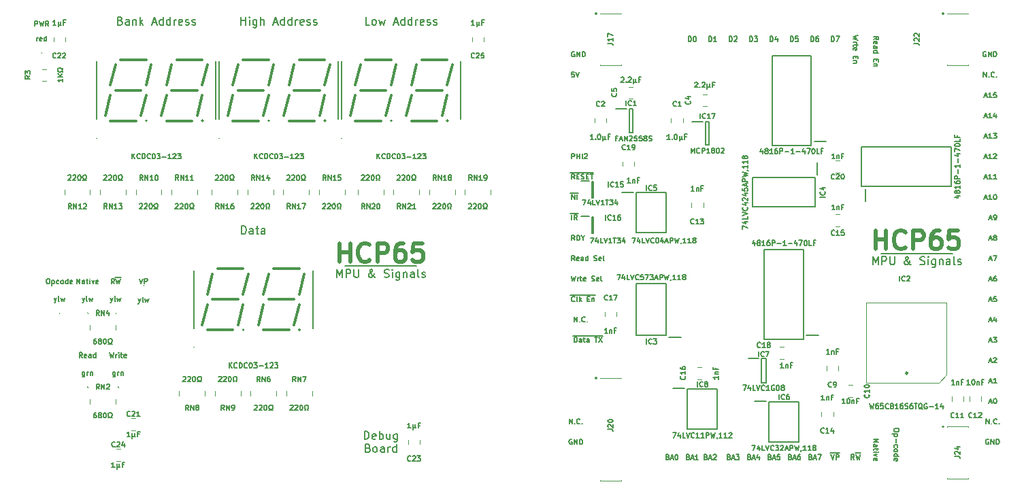
<source format=gbr>
%TF.GenerationSoftware,KiCad,Pcbnew,(6.0.5)*%
%TF.CreationDate,2022-08-09T14:26:53+02:00*%
%TF.ProjectId,MPU Signals,4d505520-5369-4676-9e61-6c732e6b6963,rev?*%
%TF.SameCoordinates,Original*%
%TF.FileFunction,Legend,Top*%
%TF.FilePolarity,Positive*%
%FSLAX46Y46*%
G04 Gerber Fmt 4.6, Leading zero omitted, Abs format (unit mm)*
G04 Created by KiCad (PCBNEW (6.0.5)) date 2022-08-09 14:26:53*
%MOMM*%
%LPD*%
G01*
G04 APERTURE LIST*
%ADD10C,0.200000*%
%ADD11C,0.150000*%
%ADD12C,0.500000*%
%ADD13C,0.100000*%
%ADD14C,0.120000*%
%ADD15C,0.300000*%
%ADD16C,0.210000*%
%ADD17C,0.260000*%
G04 APERTURE END LIST*
D10*
X169545000Y-106045000D02*
X178435000Y-106045000D01*
X102870000Y-107632500D02*
X111760000Y-107632500D01*
D11*
X73539047Y-118397261D02*
X73690238Y-119032261D01*
X73811190Y-118578690D01*
X73932142Y-119032261D01*
X74083333Y-118397261D01*
X74325238Y-119032261D02*
X74325238Y-118608928D01*
X74325238Y-118729880D02*
X74355476Y-118669404D01*
X74385714Y-118639166D01*
X74446190Y-118608928D01*
X74506666Y-118608928D01*
X74718333Y-119032261D02*
X74718333Y-118608928D01*
X74718333Y-118397261D02*
X74688095Y-118427500D01*
X74718333Y-118457738D01*
X74748571Y-118427500D01*
X74718333Y-118397261D01*
X74718333Y-118457738D01*
X74930000Y-118608928D02*
X75171904Y-118608928D01*
X75020714Y-118397261D02*
X75020714Y-118941547D01*
X75050952Y-119002023D01*
X75111428Y-119032261D01*
X75171904Y-119032261D01*
X75625476Y-119002023D02*
X75565000Y-119032261D01*
X75444047Y-119032261D01*
X75383571Y-119002023D01*
X75353333Y-118941547D01*
X75353333Y-118699642D01*
X75383571Y-118639166D01*
X75444047Y-118608928D01*
X75565000Y-118608928D01*
X75625476Y-118639166D01*
X75655714Y-118699642D01*
X75655714Y-118760119D01*
X75353333Y-118820595D01*
X131073809Y-129222500D02*
X131013333Y-129192261D01*
X130922619Y-129192261D01*
X130831904Y-129222500D01*
X130771428Y-129282976D01*
X130741190Y-129343452D01*
X130710952Y-129464404D01*
X130710952Y-129555119D01*
X130741190Y-129676071D01*
X130771428Y-129736547D01*
X130831904Y-129797023D01*
X130922619Y-129827261D01*
X130983095Y-129827261D01*
X131073809Y-129797023D01*
X131104047Y-129766785D01*
X131104047Y-129555119D01*
X130983095Y-129555119D01*
X131376190Y-129827261D02*
X131376190Y-129192261D01*
X131739047Y-129827261D01*
X131739047Y-129192261D01*
X132041428Y-129827261D02*
X132041428Y-129192261D01*
X132192619Y-129192261D01*
X132283333Y-129222500D01*
X132343809Y-129282976D01*
X132374047Y-129343452D01*
X132404285Y-129464404D01*
X132404285Y-129555119D01*
X132374047Y-129676071D01*
X132343809Y-129736547D01*
X132283333Y-129797023D01*
X132192619Y-129827261D01*
X132041428Y-129827261D01*
X168622738Y-129177142D02*
X169257738Y-129177142D01*
X168622738Y-129540000D01*
X169257738Y-129540000D01*
X168622738Y-130114523D02*
X168955357Y-130114523D01*
X169015833Y-130084285D01*
X169046071Y-130023809D01*
X169046071Y-129902857D01*
X169015833Y-129842380D01*
X168652976Y-130114523D02*
X168622738Y-130054047D01*
X168622738Y-129902857D01*
X168652976Y-129842380D01*
X168713452Y-129812142D01*
X168773928Y-129812142D01*
X168834404Y-129842380D01*
X168864642Y-129902857D01*
X168864642Y-130054047D01*
X168894880Y-130114523D01*
X169046071Y-130326190D02*
X169046071Y-130568095D01*
X169257738Y-130416904D02*
X168713452Y-130416904D01*
X168652976Y-130447142D01*
X168622738Y-130507619D01*
X168622738Y-130568095D01*
X168622738Y-130779761D02*
X169046071Y-130779761D01*
X169257738Y-130779761D02*
X169227500Y-130749523D01*
X169197261Y-130779761D01*
X169227500Y-130810000D01*
X169257738Y-130779761D01*
X169197261Y-130779761D01*
X169046071Y-131021666D02*
X168622738Y-131172857D01*
X169046071Y-131324047D01*
X168652976Y-131807857D02*
X168622738Y-131747380D01*
X168622738Y-131626428D01*
X168652976Y-131565952D01*
X168713452Y-131535714D01*
X168955357Y-131535714D01*
X169015833Y-131565952D01*
X169046071Y-131626428D01*
X169046071Y-131747380D01*
X169015833Y-131807857D01*
X168955357Y-131838095D01*
X168894880Y-131838095D01*
X168834404Y-131535714D01*
X183024404Y-104245833D02*
X183326785Y-104245833D01*
X182963928Y-104427261D02*
X183175595Y-103792261D01*
X183387261Y-104427261D01*
X183689642Y-104064404D02*
X183629166Y-104034166D01*
X183598928Y-104003928D01*
X183568690Y-103943452D01*
X183568690Y-103913214D01*
X183598928Y-103852738D01*
X183629166Y-103822500D01*
X183689642Y-103792261D01*
X183810595Y-103792261D01*
X183871071Y-103822500D01*
X183901309Y-103852738D01*
X183931547Y-103913214D01*
X183931547Y-103943452D01*
X183901309Y-104003928D01*
X183871071Y-104034166D01*
X183810595Y-104064404D01*
X183689642Y-104064404D01*
X183629166Y-104094642D01*
X183598928Y-104124880D01*
X183568690Y-104185357D01*
X183568690Y-104306309D01*
X183598928Y-104366785D01*
X183629166Y-104397023D01*
X183689642Y-104427261D01*
X183810595Y-104427261D01*
X183871071Y-104397023D01*
X183901309Y-104366785D01*
X183931547Y-104306309D01*
X183931547Y-104185357D01*
X183901309Y-104124880D01*
X183871071Y-104094642D01*
X183810595Y-104064404D01*
X130907500Y-95992950D02*
X131542500Y-95992950D01*
X131421547Y-96807261D02*
X131209880Y-96504880D01*
X131058690Y-96807261D02*
X131058690Y-96172261D01*
X131300595Y-96172261D01*
X131361071Y-96202500D01*
X131391309Y-96232738D01*
X131421547Y-96293214D01*
X131421547Y-96383928D01*
X131391309Y-96444404D01*
X131361071Y-96474642D01*
X131300595Y-96504880D01*
X131058690Y-96504880D01*
X131542500Y-95992950D02*
X132117023Y-95992950D01*
X131693690Y-96474642D02*
X131905357Y-96474642D01*
X131996071Y-96807261D02*
X131693690Y-96807261D01*
X131693690Y-96172261D01*
X131996071Y-96172261D01*
X132117023Y-95992950D02*
X132721785Y-95992950D01*
X132237976Y-96777023D02*
X132328690Y-96807261D01*
X132479880Y-96807261D01*
X132540357Y-96777023D01*
X132570595Y-96746785D01*
X132600833Y-96686309D01*
X132600833Y-96625833D01*
X132570595Y-96565357D01*
X132540357Y-96535119D01*
X132479880Y-96504880D01*
X132358928Y-96474642D01*
X132298452Y-96444404D01*
X132268214Y-96414166D01*
X132237976Y-96353690D01*
X132237976Y-96293214D01*
X132268214Y-96232738D01*
X132298452Y-96202500D01*
X132358928Y-96172261D01*
X132510119Y-96172261D01*
X132600833Y-96202500D01*
X132721785Y-95992950D02*
X133296309Y-95992950D01*
X132872976Y-96474642D02*
X133084642Y-96474642D01*
X133175357Y-96807261D02*
X132872976Y-96807261D01*
X132872976Y-96172261D01*
X133175357Y-96172261D01*
X133296309Y-95992950D02*
X133780119Y-95992950D01*
X133356785Y-96172261D02*
X133719642Y-96172261D01*
X133538214Y-96807261D02*
X133538214Y-96172261D01*
X182419642Y-91545833D02*
X182722023Y-91545833D01*
X182359166Y-91727261D02*
X182570833Y-91092261D01*
X182782500Y-91727261D01*
X183326785Y-91727261D02*
X182963928Y-91727261D01*
X183145357Y-91727261D02*
X183145357Y-91092261D01*
X183084880Y-91182976D01*
X183024404Y-91243452D01*
X182963928Y-91273690D01*
X183538452Y-91092261D02*
X183931547Y-91092261D01*
X183719880Y-91334166D01*
X183810595Y-91334166D01*
X183871071Y-91364404D01*
X183901309Y-91394642D01*
X183931547Y-91455119D01*
X183931547Y-91606309D01*
X183901309Y-91666785D01*
X183871071Y-91697023D01*
X183810595Y-91727261D01*
X183629166Y-91727261D01*
X183568690Y-91697023D01*
X183538452Y-91666785D01*
X64240833Y-77757261D02*
X64240833Y-77122261D01*
X64482738Y-77122261D01*
X64543214Y-77152500D01*
X64573452Y-77182738D01*
X64603690Y-77243214D01*
X64603690Y-77333928D01*
X64573452Y-77394404D01*
X64543214Y-77424642D01*
X64482738Y-77454880D01*
X64240833Y-77454880D01*
X64815357Y-77122261D02*
X64966547Y-77757261D01*
X65087500Y-77303690D01*
X65208452Y-77757261D01*
X65359642Y-77122261D01*
X65964404Y-77757261D02*
X65752738Y-77454880D01*
X65601547Y-77757261D02*
X65601547Y-77122261D01*
X65843452Y-77122261D01*
X65903928Y-77152500D01*
X65934166Y-77182738D01*
X65964404Y-77243214D01*
X65964404Y-77333928D01*
X65934166Y-77394404D01*
X65903928Y-77424642D01*
X65843452Y-77454880D01*
X65601547Y-77454880D01*
X183024404Y-111865833D02*
X183326785Y-111865833D01*
X182963928Y-112047261D02*
X183175595Y-111412261D01*
X183387261Y-112047261D01*
X183901309Y-111412261D02*
X183598928Y-111412261D01*
X183568690Y-111714642D01*
X183598928Y-111684404D01*
X183659404Y-111654166D01*
X183810595Y-111654166D01*
X183871071Y-111684404D01*
X183901309Y-111714642D01*
X183931547Y-111775119D01*
X183931547Y-111926309D01*
X183901309Y-111986785D01*
X183871071Y-112017023D01*
X183810595Y-112047261D01*
X183659404Y-112047261D01*
X183598928Y-112017023D01*
X183568690Y-111986785D01*
X148121309Y-79662261D02*
X148121309Y-79027261D01*
X148272500Y-79027261D01*
X148363214Y-79057500D01*
X148423690Y-79117976D01*
X148453928Y-79178452D01*
X148484166Y-79299404D01*
X148484166Y-79390119D01*
X148453928Y-79511071D01*
X148423690Y-79571547D01*
X148363214Y-79632023D01*
X148272500Y-79662261D01*
X148121309Y-79662261D01*
X149088928Y-79662261D02*
X148726071Y-79662261D01*
X148907500Y-79662261D02*
X148907500Y-79027261D01*
X148847023Y-79117976D01*
X148786547Y-79178452D01*
X148726071Y-79208690D01*
X160821309Y-79662261D02*
X160821309Y-79027261D01*
X160972500Y-79027261D01*
X161063214Y-79057500D01*
X161123690Y-79117976D01*
X161153928Y-79178452D01*
X161184166Y-79299404D01*
X161184166Y-79390119D01*
X161153928Y-79511071D01*
X161123690Y-79571547D01*
X161063214Y-79632023D01*
X160972500Y-79662261D01*
X160821309Y-79662261D01*
X161728452Y-79027261D02*
X161607500Y-79027261D01*
X161547023Y-79057500D01*
X161516785Y-79087738D01*
X161456309Y-79178452D01*
X161426071Y-79299404D01*
X161426071Y-79541309D01*
X161456309Y-79601785D01*
X161486547Y-79632023D01*
X161547023Y-79662261D01*
X161667976Y-79662261D01*
X161728452Y-79632023D01*
X161758690Y-79601785D01*
X161788928Y-79541309D01*
X161788928Y-79390119D01*
X161758690Y-79329642D01*
X161728452Y-79299404D01*
X161667976Y-79269166D01*
X161547023Y-79269166D01*
X161486547Y-79299404D01*
X161456309Y-79329642D01*
X161426071Y-79390119D01*
X131421547Y-106967261D02*
X131209880Y-106664880D01*
X131058690Y-106967261D02*
X131058690Y-106332261D01*
X131300595Y-106332261D01*
X131361071Y-106362500D01*
X131391309Y-106392738D01*
X131421547Y-106453214D01*
X131421547Y-106543928D01*
X131391309Y-106604404D01*
X131361071Y-106634642D01*
X131300595Y-106664880D01*
X131058690Y-106664880D01*
X131935595Y-106937023D02*
X131875119Y-106967261D01*
X131754166Y-106967261D01*
X131693690Y-106937023D01*
X131663452Y-106876547D01*
X131663452Y-106634642D01*
X131693690Y-106574166D01*
X131754166Y-106543928D01*
X131875119Y-106543928D01*
X131935595Y-106574166D01*
X131965833Y-106634642D01*
X131965833Y-106695119D01*
X131663452Y-106755595D01*
X132510119Y-106967261D02*
X132510119Y-106634642D01*
X132479880Y-106574166D01*
X132419404Y-106543928D01*
X132298452Y-106543928D01*
X132237976Y-106574166D01*
X132510119Y-106937023D02*
X132449642Y-106967261D01*
X132298452Y-106967261D01*
X132237976Y-106937023D01*
X132207738Y-106876547D01*
X132207738Y-106816071D01*
X132237976Y-106755595D01*
X132298452Y-106725357D01*
X132449642Y-106725357D01*
X132510119Y-106695119D01*
X133084642Y-106967261D02*
X133084642Y-106332261D01*
X133084642Y-106937023D02*
X133024166Y-106967261D01*
X132903214Y-106967261D01*
X132842738Y-106937023D01*
X132812500Y-106906785D01*
X132782261Y-106846309D01*
X132782261Y-106664880D01*
X132812500Y-106604404D01*
X132842738Y-106574166D01*
X132903214Y-106543928D01*
X133024166Y-106543928D01*
X133084642Y-106574166D01*
X133840595Y-106937023D02*
X133931309Y-106967261D01*
X134082500Y-106967261D01*
X134142976Y-106937023D01*
X134173214Y-106906785D01*
X134203452Y-106846309D01*
X134203452Y-106785833D01*
X134173214Y-106725357D01*
X134142976Y-106695119D01*
X134082500Y-106664880D01*
X133961547Y-106634642D01*
X133901071Y-106604404D01*
X133870833Y-106574166D01*
X133840595Y-106513690D01*
X133840595Y-106453214D01*
X133870833Y-106392738D01*
X133901071Y-106362500D01*
X133961547Y-106332261D01*
X134112738Y-106332261D01*
X134203452Y-106362500D01*
X134717500Y-106937023D02*
X134657023Y-106967261D01*
X134536071Y-106967261D01*
X134475595Y-106937023D01*
X134445357Y-106876547D01*
X134445357Y-106634642D01*
X134475595Y-106574166D01*
X134536071Y-106543928D01*
X134657023Y-106543928D01*
X134717500Y-106574166D01*
X134747738Y-106634642D01*
X134747738Y-106695119D01*
X134445357Y-106755595D01*
X135110595Y-106967261D02*
X135050119Y-106937023D01*
X135019880Y-106876547D01*
X135019880Y-106332261D01*
X65843452Y-109189761D02*
X65964404Y-109189761D01*
X66024880Y-109220000D01*
X66085357Y-109280476D01*
X66115595Y-109401428D01*
X66115595Y-109613095D01*
X66085357Y-109734047D01*
X66024880Y-109794523D01*
X65964404Y-109824761D01*
X65843452Y-109824761D01*
X65782976Y-109794523D01*
X65722500Y-109734047D01*
X65692261Y-109613095D01*
X65692261Y-109401428D01*
X65722500Y-109280476D01*
X65782976Y-109220000D01*
X65843452Y-109189761D01*
X66387738Y-109401428D02*
X66387738Y-110036428D01*
X66387738Y-109431666D02*
X66448214Y-109401428D01*
X66569166Y-109401428D01*
X66629642Y-109431666D01*
X66659880Y-109461904D01*
X66690119Y-109522380D01*
X66690119Y-109703809D01*
X66659880Y-109764285D01*
X66629642Y-109794523D01*
X66569166Y-109824761D01*
X66448214Y-109824761D01*
X66387738Y-109794523D01*
X67234404Y-109794523D02*
X67173928Y-109824761D01*
X67052976Y-109824761D01*
X66992500Y-109794523D01*
X66962261Y-109764285D01*
X66932023Y-109703809D01*
X66932023Y-109522380D01*
X66962261Y-109461904D01*
X66992500Y-109431666D01*
X67052976Y-109401428D01*
X67173928Y-109401428D01*
X67234404Y-109431666D01*
X67597261Y-109824761D02*
X67536785Y-109794523D01*
X67506547Y-109764285D01*
X67476309Y-109703809D01*
X67476309Y-109522380D01*
X67506547Y-109461904D01*
X67536785Y-109431666D01*
X67597261Y-109401428D01*
X67687976Y-109401428D01*
X67748452Y-109431666D01*
X67778690Y-109461904D01*
X67808928Y-109522380D01*
X67808928Y-109703809D01*
X67778690Y-109764285D01*
X67748452Y-109794523D01*
X67687976Y-109824761D01*
X67597261Y-109824761D01*
X68353214Y-109824761D02*
X68353214Y-109189761D01*
X68353214Y-109794523D02*
X68292738Y-109824761D01*
X68171785Y-109824761D01*
X68111309Y-109794523D01*
X68081071Y-109764285D01*
X68050833Y-109703809D01*
X68050833Y-109522380D01*
X68081071Y-109461904D01*
X68111309Y-109431666D01*
X68171785Y-109401428D01*
X68292738Y-109401428D01*
X68353214Y-109431666D01*
X68897500Y-109794523D02*
X68837023Y-109824761D01*
X68716071Y-109824761D01*
X68655595Y-109794523D01*
X68625357Y-109734047D01*
X68625357Y-109492142D01*
X68655595Y-109431666D01*
X68716071Y-109401428D01*
X68837023Y-109401428D01*
X68897500Y-109431666D01*
X68927738Y-109492142D01*
X68927738Y-109552619D01*
X68625357Y-109613095D01*
X130907500Y-98532950D02*
X131572738Y-98532950D01*
X131058690Y-99347261D02*
X131058690Y-98712261D01*
X131421547Y-99347261D01*
X131421547Y-98712261D01*
X131572738Y-98532950D02*
X131875119Y-98532950D01*
X131723928Y-99347261D02*
X131723928Y-98712261D01*
X155680833Y-131399642D02*
X155771547Y-131429880D01*
X155801785Y-131460119D01*
X155832023Y-131520595D01*
X155832023Y-131611309D01*
X155801785Y-131671785D01*
X155771547Y-131702023D01*
X155711071Y-131732261D01*
X155469166Y-131732261D01*
X155469166Y-131097261D01*
X155680833Y-131097261D01*
X155741309Y-131127500D01*
X155771547Y-131157738D01*
X155801785Y-131218214D01*
X155801785Y-131278690D01*
X155771547Y-131339166D01*
X155741309Y-131369404D01*
X155680833Y-131399642D01*
X155469166Y-131399642D01*
X156073928Y-131550833D02*
X156376309Y-131550833D01*
X156013452Y-131732261D02*
X156225119Y-131097261D01*
X156436785Y-131732261D01*
X156950833Y-131097261D02*
X156648452Y-131097261D01*
X156618214Y-131399642D01*
X156648452Y-131369404D01*
X156708928Y-131339166D01*
X156860119Y-131339166D01*
X156920595Y-131369404D01*
X156950833Y-131399642D01*
X156981071Y-131460119D01*
X156981071Y-131611309D01*
X156950833Y-131671785D01*
X156920595Y-131702023D01*
X156860119Y-131732261D01*
X156708928Y-131732261D01*
X156648452Y-131702023D01*
X156618214Y-131671785D01*
X105926428Y-77604880D02*
X105450238Y-77604880D01*
X105450238Y-76604880D01*
X106402619Y-77604880D02*
X106307380Y-77557261D01*
X106259761Y-77509642D01*
X106212142Y-77414404D01*
X106212142Y-77128690D01*
X106259761Y-77033452D01*
X106307380Y-76985833D01*
X106402619Y-76938214D01*
X106545476Y-76938214D01*
X106640714Y-76985833D01*
X106688333Y-77033452D01*
X106735952Y-77128690D01*
X106735952Y-77414404D01*
X106688333Y-77509642D01*
X106640714Y-77557261D01*
X106545476Y-77604880D01*
X106402619Y-77604880D01*
X107069285Y-76938214D02*
X107259761Y-77604880D01*
X107450238Y-77128690D01*
X107640714Y-77604880D01*
X107831190Y-76938214D01*
X108926428Y-77319166D02*
X109402619Y-77319166D01*
X108831190Y-77604880D02*
X109164523Y-76604880D01*
X109497857Y-77604880D01*
X110259761Y-77604880D02*
X110259761Y-76604880D01*
X110259761Y-77557261D02*
X110164523Y-77604880D01*
X109974047Y-77604880D01*
X109878809Y-77557261D01*
X109831190Y-77509642D01*
X109783571Y-77414404D01*
X109783571Y-77128690D01*
X109831190Y-77033452D01*
X109878809Y-76985833D01*
X109974047Y-76938214D01*
X110164523Y-76938214D01*
X110259761Y-76985833D01*
X111164523Y-77604880D02*
X111164523Y-76604880D01*
X111164523Y-77557261D02*
X111069285Y-77604880D01*
X110878809Y-77604880D01*
X110783571Y-77557261D01*
X110735952Y-77509642D01*
X110688333Y-77414404D01*
X110688333Y-77128690D01*
X110735952Y-77033452D01*
X110783571Y-76985833D01*
X110878809Y-76938214D01*
X111069285Y-76938214D01*
X111164523Y-76985833D01*
X111640714Y-77604880D02*
X111640714Y-76938214D01*
X111640714Y-77128690D02*
X111688333Y-77033452D01*
X111735952Y-76985833D01*
X111831190Y-76938214D01*
X111926428Y-76938214D01*
X112640714Y-77557261D02*
X112545476Y-77604880D01*
X112355000Y-77604880D01*
X112259761Y-77557261D01*
X112212142Y-77462023D01*
X112212142Y-77081071D01*
X112259761Y-76985833D01*
X112355000Y-76938214D01*
X112545476Y-76938214D01*
X112640714Y-76985833D01*
X112688333Y-77081071D01*
X112688333Y-77176309D01*
X112212142Y-77271547D01*
X113069285Y-77557261D02*
X113164523Y-77604880D01*
X113355000Y-77604880D01*
X113450238Y-77557261D01*
X113497857Y-77462023D01*
X113497857Y-77414404D01*
X113450238Y-77319166D01*
X113355000Y-77271547D01*
X113212142Y-77271547D01*
X113116904Y-77223928D01*
X113069285Y-77128690D01*
X113069285Y-77081071D01*
X113116904Y-76985833D01*
X113212142Y-76938214D01*
X113355000Y-76938214D01*
X113450238Y-76985833D01*
X113878809Y-77557261D02*
X113974047Y-77604880D01*
X114164523Y-77604880D01*
X114259761Y-77557261D01*
X114307380Y-77462023D01*
X114307380Y-77414404D01*
X114259761Y-77319166D01*
X114164523Y-77271547D01*
X114021666Y-77271547D01*
X113926428Y-77223928D01*
X113878809Y-77128690D01*
X113878809Y-77081071D01*
X113926428Y-76985833D01*
X114021666Y-76938214D01*
X114164523Y-76938214D01*
X114259761Y-76985833D01*
X150661309Y-79662261D02*
X150661309Y-79027261D01*
X150812500Y-79027261D01*
X150903214Y-79057500D01*
X150963690Y-79117976D01*
X150993928Y-79178452D01*
X151024166Y-79299404D01*
X151024166Y-79390119D01*
X150993928Y-79511071D01*
X150963690Y-79571547D01*
X150903214Y-79632023D01*
X150812500Y-79662261D01*
X150661309Y-79662261D01*
X151266071Y-79087738D02*
X151296309Y-79057500D01*
X151356785Y-79027261D01*
X151507976Y-79027261D01*
X151568452Y-79057500D01*
X151598690Y-79087738D01*
X151628928Y-79148214D01*
X151628928Y-79208690D01*
X151598690Y-79299404D01*
X151235833Y-79662261D01*
X151628928Y-79662261D01*
X183024404Y-122025833D02*
X183326785Y-122025833D01*
X182963928Y-122207261D02*
X183175595Y-121572261D01*
X183387261Y-122207261D01*
X183931547Y-122207261D02*
X183568690Y-122207261D01*
X183750119Y-122207261D02*
X183750119Y-121572261D01*
X183689642Y-121662976D01*
X183629166Y-121723452D01*
X183568690Y-121753690D01*
X89987619Y-103639880D02*
X89987619Y-102639880D01*
X90225714Y-102639880D01*
X90368571Y-102687500D01*
X90463809Y-102782738D01*
X90511428Y-102877976D01*
X90559047Y-103068452D01*
X90559047Y-103211309D01*
X90511428Y-103401785D01*
X90463809Y-103497023D01*
X90368571Y-103592261D01*
X90225714Y-103639880D01*
X89987619Y-103639880D01*
X91416190Y-103639880D02*
X91416190Y-103116071D01*
X91368571Y-103020833D01*
X91273333Y-102973214D01*
X91082857Y-102973214D01*
X90987619Y-103020833D01*
X91416190Y-103592261D02*
X91320952Y-103639880D01*
X91082857Y-103639880D01*
X90987619Y-103592261D01*
X90940000Y-103497023D01*
X90940000Y-103401785D01*
X90987619Y-103306547D01*
X91082857Y-103258928D01*
X91320952Y-103258928D01*
X91416190Y-103211309D01*
X91749523Y-102973214D02*
X92130476Y-102973214D01*
X91892380Y-102639880D02*
X91892380Y-103497023D01*
X91940000Y-103592261D01*
X92035238Y-103639880D01*
X92130476Y-103639880D01*
X92892380Y-103639880D02*
X92892380Y-103116071D01*
X92844761Y-103020833D01*
X92749523Y-102973214D01*
X92559047Y-102973214D01*
X92463809Y-103020833D01*
X92892380Y-103592261D02*
X92797142Y-103639880D01*
X92559047Y-103639880D01*
X92463809Y-103592261D01*
X92416190Y-103497023D01*
X92416190Y-103401785D01*
X92463809Y-103306547D01*
X92559047Y-103258928D01*
X92797142Y-103258928D01*
X92892380Y-103211309D01*
X142980833Y-131399642D02*
X143071547Y-131429880D01*
X143101785Y-131460119D01*
X143132023Y-131520595D01*
X143132023Y-131611309D01*
X143101785Y-131671785D01*
X143071547Y-131702023D01*
X143011071Y-131732261D01*
X142769166Y-131732261D01*
X142769166Y-131097261D01*
X142980833Y-131097261D01*
X143041309Y-131127500D01*
X143071547Y-131157738D01*
X143101785Y-131218214D01*
X143101785Y-131278690D01*
X143071547Y-131339166D01*
X143041309Y-131369404D01*
X142980833Y-131399642D01*
X142769166Y-131399642D01*
X143373928Y-131550833D02*
X143676309Y-131550833D01*
X143313452Y-131732261D02*
X143525119Y-131097261D01*
X143736785Y-131732261D01*
X144069404Y-131097261D02*
X144129880Y-131097261D01*
X144190357Y-131127500D01*
X144220595Y-131157738D01*
X144250833Y-131218214D01*
X144281071Y-131339166D01*
X144281071Y-131490357D01*
X144250833Y-131611309D01*
X144220595Y-131671785D01*
X144190357Y-131702023D01*
X144129880Y-131732261D01*
X144069404Y-131732261D01*
X144008928Y-131702023D01*
X143978690Y-131671785D01*
X143948452Y-131611309D01*
X143918214Y-131490357D01*
X143918214Y-131339166D01*
X143948452Y-131218214D01*
X143978690Y-131157738D01*
X144008928Y-131127500D01*
X144069404Y-131097261D01*
X130907500Y-101072950D02*
X131209880Y-101072950D01*
X131058690Y-101887261D02*
X131058690Y-101252261D01*
X131209880Y-101072950D02*
X131844880Y-101072950D01*
X131723928Y-101887261D02*
X131512261Y-101584880D01*
X131361071Y-101887261D02*
X131361071Y-101252261D01*
X131602976Y-101252261D01*
X131663452Y-101282500D01*
X131693690Y-101312738D01*
X131723928Y-101373214D01*
X131723928Y-101463928D01*
X131693690Y-101524404D01*
X131663452Y-101554642D01*
X131602976Y-101584880D01*
X131361071Y-101584880D01*
X183024404Y-106785833D02*
X183326785Y-106785833D01*
X182963928Y-106967261D02*
X183175595Y-106332261D01*
X183387261Y-106967261D01*
X183538452Y-106332261D02*
X183961785Y-106332261D01*
X183689642Y-106967261D01*
X183024404Y-116945833D02*
X183326785Y-116945833D01*
X182963928Y-117127261D02*
X183175595Y-116492261D01*
X183387261Y-117127261D01*
X183538452Y-116492261D02*
X183931547Y-116492261D01*
X183719880Y-116734166D01*
X183810595Y-116734166D01*
X183871071Y-116764404D01*
X183901309Y-116794642D01*
X183931547Y-116855119D01*
X183931547Y-117006309D01*
X183901309Y-117066785D01*
X183871071Y-117097023D01*
X183810595Y-117127261D01*
X183629166Y-117127261D01*
X183568690Y-117097023D01*
X183538452Y-117066785D01*
X183024404Y-109325833D02*
X183326785Y-109325833D01*
X182963928Y-109507261D02*
X183175595Y-108872261D01*
X183387261Y-109507261D01*
X183871071Y-108872261D02*
X183750119Y-108872261D01*
X183689642Y-108902500D01*
X183659404Y-108932738D01*
X183598928Y-109023452D01*
X183568690Y-109144404D01*
X183568690Y-109386309D01*
X183598928Y-109446785D01*
X183629166Y-109477023D01*
X183689642Y-109507261D01*
X183810595Y-109507261D01*
X183871071Y-109477023D01*
X183901309Y-109446785D01*
X183931547Y-109386309D01*
X183931547Y-109235119D01*
X183901309Y-109174642D01*
X183871071Y-109144404D01*
X183810595Y-109114166D01*
X183689642Y-109114166D01*
X183629166Y-109144404D01*
X183598928Y-109174642D01*
X183568690Y-109235119D01*
X147743333Y-131399642D02*
X147834047Y-131429880D01*
X147864285Y-131460119D01*
X147894523Y-131520595D01*
X147894523Y-131611309D01*
X147864285Y-131671785D01*
X147834047Y-131702023D01*
X147773571Y-131732261D01*
X147531666Y-131732261D01*
X147531666Y-131097261D01*
X147743333Y-131097261D01*
X147803809Y-131127500D01*
X147834047Y-131157738D01*
X147864285Y-131218214D01*
X147864285Y-131278690D01*
X147834047Y-131339166D01*
X147803809Y-131369404D01*
X147743333Y-131399642D01*
X147531666Y-131399642D01*
X148136428Y-131550833D02*
X148438809Y-131550833D01*
X148075952Y-131732261D02*
X148287619Y-131097261D01*
X148499285Y-131732261D01*
X148680714Y-131157738D02*
X148710952Y-131127500D01*
X148771428Y-131097261D01*
X148922619Y-131097261D01*
X148983095Y-131127500D01*
X149013333Y-131157738D01*
X149043571Y-131218214D01*
X149043571Y-131278690D01*
X149013333Y-131369404D01*
X148650476Y-131732261D01*
X149043571Y-131732261D01*
X158220833Y-131399642D02*
X158311547Y-131429880D01*
X158341785Y-131460119D01*
X158372023Y-131520595D01*
X158372023Y-131611309D01*
X158341785Y-131671785D01*
X158311547Y-131702023D01*
X158251071Y-131732261D01*
X158009166Y-131732261D01*
X158009166Y-131097261D01*
X158220833Y-131097261D01*
X158281309Y-131127500D01*
X158311547Y-131157738D01*
X158341785Y-131218214D01*
X158341785Y-131278690D01*
X158311547Y-131339166D01*
X158281309Y-131369404D01*
X158220833Y-131399642D01*
X158009166Y-131399642D01*
X158613928Y-131550833D02*
X158916309Y-131550833D01*
X158553452Y-131732261D02*
X158765119Y-131097261D01*
X158976785Y-131732261D01*
X159460595Y-131097261D02*
X159339642Y-131097261D01*
X159279166Y-131127500D01*
X159248928Y-131157738D01*
X159188452Y-131248452D01*
X159158214Y-131369404D01*
X159158214Y-131611309D01*
X159188452Y-131671785D01*
X159218690Y-131702023D01*
X159279166Y-131732261D01*
X159400119Y-131732261D01*
X159460595Y-131702023D01*
X159490833Y-131671785D01*
X159521071Y-131611309D01*
X159521071Y-131460119D01*
X159490833Y-131399642D01*
X159460595Y-131369404D01*
X159400119Y-131339166D01*
X159279166Y-131339166D01*
X159218690Y-131369404D01*
X159188452Y-131399642D01*
X159158214Y-131460119D01*
X171797738Y-127997857D02*
X171797738Y-128118809D01*
X171767500Y-128179285D01*
X171707023Y-128239761D01*
X171586071Y-128270000D01*
X171374404Y-128270000D01*
X171253452Y-128239761D01*
X171192976Y-128179285D01*
X171162738Y-128118809D01*
X171162738Y-127997857D01*
X171192976Y-127937380D01*
X171253452Y-127876904D01*
X171374404Y-127846666D01*
X171586071Y-127846666D01*
X171707023Y-127876904D01*
X171767500Y-127937380D01*
X171797738Y-127997857D01*
X171586071Y-128542142D02*
X170951071Y-128542142D01*
X171555833Y-128542142D02*
X171586071Y-128602619D01*
X171586071Y-128723571D01*
X171555833Y-128784047D01*
X171525595Y-128814285D01*
X171465119Y-128844523D01*
X171283690Y-128844523D01*
X171223214Y-128814285D01*
X171192976Y-128784047D01*
X171162738Y-128723571D01*
X171162738Y-128602619D01*
X171192976Y-128542142D01*
X171404642Y-129116666D02*
X171404642Y-129600476D01*
X171192976Y-130175000D02*
X171162738Y-130114523D01*
X171162738Y-129993571D01*
X171192976Y-129933095D01*
X171223214Y-129902857D01*
X171283690Y-129872619D01*
X171465119Y-129872619D01*
X171525595Y-129902857D01*
X171555833Y-129933095D01*
X171586071Y-129993571D01*
X171586071Y-130114523D01*
X171555833Y-130175000D01*
X171162738Y-130537857D02*
X171192976Y-130477380D01*
X171223214Y-130447142D01*
X171283690Y-130416904D01*
X171465119Y-130416904D01*
X171525595Y-130447142D01*
X171555833Y-130477380D01*
X171586071Y-130537857D01*
X171586071Y-130628571D01*
X171555833Y-130689047D01*
X171525595Y-130719285D01*
X171465119Y-130749523D01*
X171283690Y-130749523D01*
X171223214Y-130719285D01*
X171192976Y-130689047D01*
X171162738Y-130628571D01*
X171162738Y-130537857D01*
X171162738Y-131293809D02*
X171797738Y-131293809D01*
X171192976Y-131293809D02*
X171162738Y-131233333D01*
X171162738Y-131112380D01*
X171192976Y-131051904D01*
X171223214Y-131021666D01*
X171283690Y-130991428D01*
X171465119Y-130991428D01*
X171525595Y-131021666D01*
X171555833Y-131051904D01*
X171586071Y-131112380D01*
X171586071Y-131233333D01*
X171555833Y-131293809D01*
X171192976Y-131838095D02*
X171162738Y-131777619D01*
X171162738Y-131656666D01*
X171192976Y-131596190D01*
X171253452Y-131565952D01*
X171495357Y-131565952D01*
X171555833Y-131596190D01*
X171586071Y-131656666D01*
X171586071Y-131777619D01*
X171555833Y-131838095D01*
X171495357Y-131868333D01*
X171434880Y-131868333D01*
X171374404Y-131565952D01*
D12*
X168842380Y-105497976D02*
X168842380Y-103197976D01*
X168842380Y-104293214D02*
X170156666Y-104293214D01*
X170156666Y-105497976D02*
X170156666Y-103197976D01*
X172566190Y-105278928D02*
X172456666Y-105388452D01*
X172128095Y-105497976D01*
X171909047Y-105497976D01*
X171580476Y-105388452D01*
X171361428Y-105169404D01*
X171251904Y-104950357D01*
X171142380Y-104512261D01*
X171142380Y-104183690D01*
X171251904Y-103745595D01*
X171361428Y-103526547D01*
X171580476Y-103307500D01*
X171909047Y-103197976D01*
X172128095Y-103197976D01*
X172456666Y-103307500D01*
X172566190Y-103417023D01*
X173551904Y-105497976D02*
X173551904Y-103197976D01*
X174428095Y-103197976D01*
X174647142Y-103307500D01*
X174756666Y-103417023D01*
X174866190Y-103636071D01*
X174866190Y-103964642D01*
X174756666Y-104183690D01*
X174647142Y-104293214D01*
X174428095Y-104402738D01*
X173551904Y-104402738D01*
X176837619Y-103197976D02*
X176399523Y-103197976D01*
X176180476Y-103307500D01*
X176070952Y-103417023D01*
X175851904Y-103745595D01*
X175742380Y-104183690D01*
X175742380Y-105059880D01*
X175851904Y-105278928D01*
X175961428Y-105388452D01*
X176180476Y-105497976D01*
X176618571Y-105497976D01*
X176837619Y-105388452D01*
X176947142Y-105278928D01*
X177056666Y-105059880D01*
X177056666Y-104512261D01*
X176947142Y-104293214D01*
X176837619Y-104183690D01*
X176618571Y-104074166D01*
X176180476Y-104074166D01*
X175961428Y-104183690D01*
X175851904Y-104293214D01*
X175742380Y-104512261D01*
X179137619Y-103197976D02*
X178042380Y-103197976D01*
X177932857Y-104293214D01*
X178042380Y-104183690D01*
X178261428Y-104074166D01*
X178809047Y-104074166D01*
X179028095Y-104183690D01*
X179137619Y-104293214D01*
X179247142Y-104512261D01*
X179247142Y-105059880D01*
X179137619Y-105278928D01*
X179028095Y-105388452D01*
X178809047Y-105497976D01*
X178261428Y-105497976D01*
X178042380Y-105388452D01*
X177932857Y-105278928D01*
D11*
X182601071Y-80962500D02*
X182540595Y-80932261D01*
X182449880Y-80932261D01*
X182359166Y-80962500D01*
X182298690Y-81022976D01*
X182268452Y-81083452D01*
X182238214Y-81204404D01*
X182238214Y-81295119D01*
X182268452Y-81416071D01*
X182298690Y-81476547D01*
X182359166Y-81537023D01*
X182449880Y-81567261D01*
X182510357Y-81567261D01*
X182601071Y-81537023D01*
X182631309Y-81506785D01*
X182631309Y-81295119D01*
X182510357Y-81295119D01*
X182903452Y-81567261D02*
X182903452Y-80932261D01*
X183266309Y-81567261D01*
X183266309Y-80932261D01*
X183568690Y-81567261D02*
X183568690Y-80932261D01*
X183719880Y-80932261D01*
X183810595Y-80962500D01*
X183871071Y-81022976D01*
X183901309Y-81083452D01*
X183931547Y-81204404D01*
X183931547Y-81295119D01*
X183901309Y-81416071D01*
X183871071Y-81476547D01*
X183810595Y-81537023D01*
X183719880Y-81567261D01*
X183568690Y-81567261D01*
X153201309Y-79662261D02*
X153201309Y-79027261D01*
X153352500Y-79027261D01*
X153443214Y-79057500D01*
X153503690Y-79117976D01*
X153533928Y-79178452D01*
X153564166Y-79299404D01*
X153564166Y-79390119D01*
X153533928Y-79511071D01*
X153503690Y-79571547D01*
X153443214Y-79632023D01*
X153352500Y-79662261D01*
X153201309Y-79662261D01*
X153775833Y-79027261D02*
X154168928Y-79027261D01*
X153957261Y-79269166D01*
X154047976Y-79269166D01*
X154108452Y-79299404D01*
X154138690Y-79329642D01*
X154168928Y-79390119D01*
X154168928Y-79541309D01*
X154138690Y-79601785D01*
X154108452Y-79632023D01*
X154047976Y-79662261D01*
X153866547Y-79662261D01*
X153806071Y-79632023D01*
X153775833Y-79601785D01*
D10*
X168513809Y-107449880D02*
X168513809Y-106449880D01*
X168847142Y-107164166D01*
X169180476Y-106449880D01*
X169180476Y-107449880D01*
X169656666Y-107449880D02*
X169656666Y-106449880D01*
X170037619Y-106449880D01*
X170132857Y-106497500D01*
X170180476Y-106545119D01*
X170228095Y-106640357D01*
X170228095Y-106783214D01*
X170180476Y-106878452D01*
X170132857Y-106926071D01*
X170037619Y-106973690D01*
X169656666Y-106973690D01*
X170656666Y-106449880D02*
X170656666Y-107259404D01*
X170704285Y-107354642D01*
X170751904Y-107402261D01*
X170847142Y-107449880D01*
X171037619Y-107449880D01*
X171132857Y-107402261D01*
X171180476Y-107354642D01*
X171228095Y-107259404D01*
X171228095Y-106449880D01*
X173275714Y-107449880D02*
X173228095Y-107449880D01*
X173132857Y-107402261D01*
X172990000Y-107259404D01*
X172751904Y-106973690D01*
X172656666Y-106830833D01*
X172609047Y-106687976D01*
X172609047Y-106592738D01*
X172656666Y-106497500D01*
X172751904Y-106449880D01*
X172799523Y-106449880D01*
X172894761Y-106497500D01*
X172942380Y-106592738D01*
X172942380Y-106640357D01*
X172894761Y-106735595D01*
X172847142Y-106783214D01*
X172561428Y-106973690D01*
X172513809Y-107021309D01*
X172466190Y-107116547D01*
X172466190Y-107259404D01*
X172513809Y-107354642D01*
X172561428Y-107402261D01*
X172656666Y-107449880D01*
X172799523Y-107449880D01*
X172894761Y-107402261D01*
X172942380Y-107354642D01*
X173085238Y-107164166D01*
X173132857Y-107021309D01*
X173132857Y-106926071D01*
X174418571Y-107402261D02*
X174561428Y-107449880D01*
X174799523Y-107449880D01*
X174894761Y-107402261D01*
X174942380Y-107354642D01*
X174990000Y-107259404D01*
X174990000Y-107164166D01*
X174942380Y-107068928D01*
X174894761Y-107021309D01*
X174799523Y-106973690D01*
X174609047Y-106926071D01*
X174513809Y-106878452D01*
X174466190Y-106830833D01*
X174418571Y-106735595D01*
X174418571Y-106640357D01*
X174466190Y-106545119D01*
X174513809Y-106497500D01*
X174609047Y-106449880D01*
X174847142Y-106449880D01*
X174990000Y-106497500D01*
X175418571Y-107449880D02*
X175418571Y-106783214D01*
X175418571Y-106449880D02*
X175370952Y-106497500D01*
X175418571Y-106545119D01*
X175466190Y-106497500D01*
X175418571Y-106449880D01*
X175418571Y-106545119D01*
X176323333Y-106783214D02*
X176323333Y-107592738D01*
X176275714Y-107687976D01*
X176228095Y-107735595D01*
X176132857Y-107783214D01*
X175990000Y-107783214D01*
X175894761Y-107735595D01*
X176323333Y-107402261D02*
X176228095Y-107449880D01*
X176037619Y-107449880D01*
X175942380Y-107402261D01*
X175894761Y-107354642D01*
X175847142Y-107259404D01*
X175847142Y-106973690D01*
X175894761Y-106878452D01*
X175942380Y-106830833D01*
X176037619Y-106783214D01*
X176228095Y-106783214D01*
X176323333Y-106830833D01*
X176799523Y-106783214D02*
X176799523Y-107449880D01*
X176799523Y-106878452D02*
X176847142Y-106830833D01*
X176942380Y-106783214D01*
X177085238Y-106783214D01*
X177180476Y-106830833D01*
X177228095Y-106926071D01*
X177228095Y-107449880D01*
X178132857Y-107449880D02*
X178132857Y-106926071D01*
X178085238Y-106830833D01*
X177990000Y-106783214D01*
X177799523Y-106783214D01*
X177704285Y-106830833D01*
X178132857Y-107402261D02*
X178037619Y-107449880D01*
X177799523Y-107449880D01*
X177704285Y-107402261D01*
X177656666Y-107307023D01*
X177656666Y-107211785D01*
X177704285Y-107116547D01*
X177799523Y-107068928D01*
X178037619Y-107068928D01*
X178132857Y-107021309D01*
X178751904Y-107449880D02*
X178656666Y-107402261D01*
X178609047Y-107307023D01*
X178609047Y-106449880D01*
X179085238Y-107402261D02*
X179180476Y-107449880D01*
X179370952Y-107449880D01*
X179466190Y-107402261D01*
X179513809Y-107307023D01*
X179513809Y-107259404D01*
X179466190Y-107164166D01*
X179370952Y-107116547D01*
X179228095Y-107116547D01*
X179132857Y-107068928D01*
X179085238Y-106973690D01*
X179085238Y-106926071D01*
X179132857Y-106830833D01*
X179228095Y-106783214D01*
X179370952Y-106783214D01*
X179466190Y-106830833D01*
X105267380Y-129187380D02*
X105267380Y-128187380D01*
X105505476Y-128187380D01*
X105648333Y-128235000D01*
X105743571Y-128330238D01*
X105791190Y-128425476D01*
X105838809Y-128615952D01*
X105838809Y-128758809D01*
X105791190Y-128949285D01*
X105743571Y-129044523D01*
X105648333Y-129139761D01*
X105505476Y-129187380D01*
X105267380Y-129187380D01*
X106648333Y-129139761D02*
X106553095Y-129187380D01*
X106362619Y-129187380D01*
X106267380Y-129139761D01*
X106219761Y-129044523D01*
X106219761Y-128663571D01*
X106267380Y-128568333D01*
X106362619Y-128520714D01*
X106553095Y-128520714D01*
X106648333Y-128568333D01*
X106695952Y-128663571D01*
X106695952Y-128758809D01*
X106219761Y-128854047D01*
X107124523Y-129187380D02*
X107124523Y-128187380D01*
X107124523Y-128568333D02*
X107219761Y-128520714D01*
X107410238Y-128520714D01*
X107505476Y-128568333D01*
X107553095Y-128615952D01*
X107600714Y-128711190D01*
X107600714Y-128996904D01*
X107553095Y-129092142D01*
X107505476Y-129139761D01*
X107410238Y-129187380D01*
X107219761Y-129187380D01*
X107124523Y-129139761D01*
X108457857Y-128520714D02*
X108457857Y-129187380D01*
X108029285Y-128520714D02*
X108029285Y-129044523D01*
X108076904Y-129139761D01*
X108172142Y-129187380D01*
X108315000Y-129187380D01*
X108410238Y-129139761D01*
X108457857Y-129092142D01*
X109362619Y-128520714D02*
X109362619Y-129330238D01*
X109315000Y-129425476D01*
X109267380Y-129473095D01*
X109172142Y-129520714D01*
X109029285Y-129520714D01*
X108934047Y-129473095D01*
X109362619Y-129139761D02*
X109267380Y-129187380D01*
X109076904Y-129187380D01*
X108981666Y-129139761D01*
X108934047Y-129092142D01*
X108886428Y-128996904D01*
X108886428Y-128711190D01*
X108934047Y-128615952D01*
X108981666Y-128568333D01*
X109076904Y-128520714D01*
X109267380Y-128520714D01*
X109362619Y-128568333D01*
X105719761Y-130273571D02*
X105862619Y-130321190D01*
X105910238Y-130368809D01*
X105957857Y-130464047D01*
X105957857Y-130606904D01*
X105910238Y-130702142D01*
X105862619Y-130749761D01*
X105767380Y-130797380D01*
X105386428Y-130797380D01*
X105386428Y-129797380D01*
X105719761Y-129797380D01*
X105815000Y-129845000D01*
X105862619Y-129892619D01*
X105910238Y-129987857D01*
X105910238Y-130083095D01*
X105862619Y-130178333D01*
X105815000Y-130225952D01*
X105719761Y-130273571D01*
X105386428Y-130273571D01*
X106529285Y-130797380D02*
X106434047Y-130749761D01*
X106386428Y-130702142D01*
X106338809Y-130606904D01*
X106338809Y-130321190D01*
X106386428Y-130225952D01*
X106434047Y-130178333D01*
X106529285Y-130130714D01*
X106672142Y-130130714D01*
X106767380Y-130178333D01*
X106815000Y-130225952D01*
X106862619Y-130321190D01*
X106862619Y-130606904D01*
X106815000Y-130702142D01*
X106767380Y-130749761D01*
X106672142Y-130797380D01*
X106529285Y-130797380D01*
X107719761Y-130797380D02*
X107719761Y-130273571D01*
X107672142Y-130178333D01*
X107576904Y-130130714D01*
X107386428Y-130130714D01*
X107291190Y-130178333D01*
X107719761Y-130749761D02*
X107624523Y-130797380D01*
X107386428Y-130797380D01*
X107291190Y-130749761D01*
X107243571Y-130654523D01*
X107243571Y-130559285D01*
X107291190Y-130464047D01*
X107386428Y-130416428D01*
X107624523Y-130416428D01*
X107719761Y-130368809D01*
X108195952Y-130797380D02*
X108195952Y-130130714D01*
X108195952Y-130321190D02*
X108243571Y-130225952D01*
X108291190Y-130178333D01*
X108386428Y-130130714D01*
X108481666Y-130130714D01*
X109243571Y-130797380D02*
X109243571Y-129797380D01*
X109243571Y-130749761D02*
X109148333Y-130797380D01*
X108957857Y-130797380D01*
X108862619Y-130749761D01*
X108815000Y-130702142D01*
X108767380Y-130606904D01*
X108767380Y-130321190D01*
X108815000Y-130225952D01*
X108862619Y-130178333D01*
X108957857Y-130130714D01*
X109148333Y-130130714D01*
X109243571Y-130178333D01*
D11*
X166717738Y-78928214D02*
X166082738Y-79079404D01*
X166536309Y-79200357D01*
X166082738Y-79321309D01*
X166717738Y-79472500D01*
X166082738Y-79714404D02*
X166506071Y-79714404D01*
X166385119Y-79714404D02*
X166445595Y-79744642D01*
X166475833Y-79774880D01*
X166506071Y-79835357D01*
X166506071Y-79895833D01*
X166506071Y-80016785D02*
X166506071Y-80258690D01*
X166717738Y-80107500D02*
X166173452Y-80107500D01*
X166112976Y-80137738D01*
X166082738Y-80198214D01*
X166082738Y-80258690D01*
X166112976Y-80712261D02*
X166082738Y-80651785D01*
X166082738Y-80530833D01*
X166112976Y-80470357D01*
X166173452Y-80440119D01*
X166415357Y-80440119D01*
X166475833Y-80470357D01*
X166506071Y-80530833D01*
X166506071Y-80651785D01*
X166475833Y-80712261D01*
X166415357Y-80742500D01*
X166354880Y-80742500D01*
X166294404Y-80440119D01*
X166415357Y-81498452D02*
X166415357Y-81710119D01*
X166082738Y-81800833D02*
X166082738Y-81498452D01*
X166717738Y-81498452D01*
X166717738Y-81800833D01*
X166506071Y-82072976D02*
X166082738Y-82072976D01*
X166445595Y-82072976D02*
X166475833Y-82103214D01*
X166506071Y-82163690D01*
X166506071Y-82254404D01*
X166475833Y-82314880D01*
X166415357Y-82345119D01*
X166082738Y-82345119D01*
X74875000Y-77081071D02*
X75017857Y-77128690D01*
X75065476Y-77176309D01*
X75113095Y-77271547D01*
X75113095Y-77414404D01*
X75065476Y-77509642D01*
X75017857Y-77557261D01*
X74922619Y-77604880D01*
X74541666Y-77604880D01*
X74541666Y-76604880D01*
X74875000Y-76604880D01*
X74970238Y-76652500D01*
X75017857Y-76700119D01*
X75065476Y-76795357D01*
X75065476Y-76890595D01*
X75017857Y-76985833D01*
X74970238Y-77033452D01*
X74875000Y-77081071D01*
X74541666Y-77081071D01*
X75970238Y-77604880D02*
X75970238Y-77081071D01*
X75922619Y-76985833D01*
X75827380Y-76938214D01*
X75636904Y-76938214D01*
X75541666Y-76985833D01*
X75970238Y-77557261D02*
X75875000Y-77604880D01*
X75636904Y-77604880D01*
X75541666Y-77557261D01*
X75494047Y-77462023D01*
X75494047Y-77366785D01*
X75541666Y-77271547D01*
X75636904Y-77223928D01*
X75875000Y-77223928D01*
X75970238Y-77176309D01*
X76446428Y-76938214D02*
X76446428Y-77604880D01*
X76446428Y-77033452D02*
X76494047Y-76985833D01*
X76589285Y-76938214D01*
X76732142Y-76938214D01*
X76827380Y-76985833D01*
X76875000Y-77081071D01*
X76875000Y-77604880D01*
X77351190Y-77604880D02*
X77351190Y-76604880D01*
X77446428Y-77223928D02*
X77732142Y-77604880D01*
X77732142Y-76938214D02*
X77351190Y-77319166D01*
X78875000Y-77319166D02*
X79351190Y-77319166D01*
X78779761Y-77604880D02*
X79113095Y-76604880D01*
X79446428Y-77604880D01*
X80208333Y-77604880D02*
X80208333Y-76604880D01*
X80208333Y-77557261D02*
X80113095Y-77604880D01*
X79922619Y-77604880D01*
X79827380Y-77557261D01*
X79779761Y-77509642D01*
X79732142Y-77414404D01*
X79732142Y-77128690D01*
X79779761Y-77033452D01*
X79827380Y-76985833D01*
X79922619Y-76938214D01*
X80113095Y-76938214D01*
X80208333Y-76985833D01*
X81113095Y-77604880D02*
X81113095Y-76604880D01*
X81113095Y-77557261D02*
X81017857Y-77604880D01*
X80827380Y-77604880D01*
X80732142Y-77557261D01*
X80684523Y-77509642D01*
X80636904Y-77414404D01*
X80636904Y-77128690D01*
X80684523Y-77033452D01*
X80732142Y-76985833D01*
X80827380Y-76938214D01*
X81017857Y-76938214D01*
X81113095Y-76985833D01*
X81589285Y-77604880D02*
X81589285Y-76938214D01*
X81589285Y-77128690D02*
X81636904Y-77033452D01*
X81684523Y-76985833D01*
X81779761Y-76938214D01*
X81875000Y-76938214D01*
X82589285Y-77557261D02*
X82494047Y-77604880D01*
X82303571Y-77604880D01*
X82208333Y-77557261D01*
X82160714Y-77462023D01*
X82160714Y-77081071D01*
X82208333Y-76985833D01*
X82303571Y-76938214D01*
X82494047Y-76938214D01*
X82589285Y-76985833D01*
X82636904Y-77081071D01*
X82636904Y-77176309D01*
X82160714Y-77271547D01*
X83017857Y-77557261D02*
X83113095Y-77604880D01*
X83303571Y-77604880D01*
X83398809Y-77557261D01*
X83446428Y-77462023D01*
X83446428Y-77414404D01*
X83398809Y-77319166D01*
X83303571Y-77271547D01*
X83160714Y-77271547D01*
X83065476Y-77223928D01*
X83017857Y-77128690D01*
X83017857Y-77081071D01*
X83065476Y-76985833D01*
X83160714Y-76938214D01*
X83303571Y-76938214D01*
X83398809Y-76985833D01*
X83827380Y-77557261D02*
X83922619Y-77604880D01*
X84113095Y-77604880D01*
X84208333Y-77557261D01*
X84255952Y-77462023D01*
X84255952Y-77414404D01*
X84208333Y-77319166D01*
X84113095Y-77271547D01*
X83970238Y-77271547D01*
X83875000Y-77223928D01*
X83827380Y-77128690D01*
X83827380Y-77081071D01*
X83875000Y-76985833D01*
X83970238Y-76938214D01*
X84113095Y-76938214D01*
X84208333Y-76985833D01*
X155741309Y-79662261D02*
X155741309Y-79027261D01*
X155892500Y-79027261D01*
X155983214Y-79057500D01*
X156043690Y-79117976D01*
X156073928Y-79178452D01*
X156104166Y-79299404D01*
X156104166Y-79390119D01*
X156073928Y-79511071D01*
X156043690Y-79571547D01*
X155983214Y-79632023D01*
X155892500Y-79662261D01*
X155741309Y-79662261D01*
X156648452Y-79238928D02*
X156648452Y-79662261D01*
X156497261Y-78997023D02*
X156346071Y-79450595D01*
X156739166Y-79450595D01*
X182419642Y-89005833D02*
X182722023Y-89005833D01*
X182359166Y-89187261D02*
X182570833Y-88552261D01*
X182782500Y-89187261D01*
X183326785Y-89187261D02*
X182963928Y-89187261D01*
X183145357Y-89187261D02*
X183145357Y-88552261D01*
X183084880Y-88642976D01*
X183024404Y-88703452D01*
X182963928Y-88733690D01*
X183871071Y-88763928D02*
X183871071Y-89187261D01*
X183719880Y-88522023D02*
X183568690Y-88975595D01*
X183961785Y-88975595D01*
X153140833Y-131399642D02*
X153231547Y-131429880D01*
X153261785Y-131460119D01*
X153292023Y-131520595D01*
X153292023Y-131611309D01*
X153261785Y-131671785D01*
X153231547Y-131702023D01*
X153171071Y-131732261D01*
X152929166Y-131732261D01*
X152929166Y-131097261D01*
X153140833Y-131097261D01*
X153201309Y-131127500D01*
X153231547Y-131157738D01*
X153261785Y-131218214D01*
X153261785Y-131278690D01*
X153231547Y-131339166D01*
X153201309Y-131369404D01*
X153140833Y-131399642D01*
X152929166Y-131399642D01*
X153533928Y-131550833D02*
X153836309Y-131550833D01*
X153473452Y-131732261D02*
X153685119Y-131097261D01*
X153896785Y-131732261D01*
X154380595Y-131308928D02*
X154380595Y-131732261D01*
X154229404Y-131067023D02*
X154078214Y-131520595D01*
X154471309Y-131520595D01*
D12*
X102167380Y-107085476D02*
X102167380Y-104785476D01*
X102167380Y-105880714D02*
X103481666Y-105880714D01*
X103481666Y-107085476D02*
X103481666Y-104785476D01*
X105891190Y-106866428D02*
X105781666Y-106975952D01*
X105453095Y-107085476D01*
X105234047Y-107085476D01*
X104905476Y-106975952D01*
X104686428Y-106756904D01*
X104576904Y-106537857D01*
X104467380Y-106099761D01*
X104467380Y-105771190D01*
X104576904Y-105333095D01*
X104686428Y-105114047D01*
X104905476Y-104895000D01*
X105234047Y-104785476D01*
X105453095Y-104785476D01*
X105781666Y-104895000D01*
X105891190Y-105004523D01*
X106876904Y-107085476D02*
X106876904Y-104785476D01*
X107753095Y-104785476D01*
X107972142Y-104895000D01*
X108081666Y-105004523D01*
X108191190Y-105223571D01*
X108191190Y-105552142D01*
X108081666Y-105771190D01*
X107972142Y-105880714D01*
X107753095Y-105990238D01*
X106876904Y-105990238D01*
X110162619Y-104785476D02*
X109724523Y-104785476D01*
X109505476Y-104895000D01*
X109395952Y-105004523D01*
X109176904Y-105333095D01*
X109067380Y-105771190D01*
X109067380Y-106647380D01*
X109176904Y-106866428D01*
X109286428Y-106975952D01*
X109505476Y-107085476D01*
X109943571Y-107085476D01*
X110162619Y-106975952D01*
X110272142Y-106866428D01*
X110381666Y-106647380D01*
X110381666Y-106099761D01*
X110272142Y-105880714D01*
X110162619Y-105771190D01*
X109943571Y-105661666D01*
X109505476Y-105661666D01*
X109286428Y-105771190D01*
X109176904Y-105880714D01*
X109067380Y-106099761D01*
X112462619Y-104785476D02*
X111367380Y-104785476D01*
X111257857Y-105880714D01*
X111367380Y-105771190D01*
X111586428Y-105661666D01*
X112134047Y-105661666D01*
X112353095Y-105771190D01*
X112462619Y-105880714D01*
X112572142Y-106099761D01*
X112572142Y-106647380D01*
X112462619Y-106866428D01*
X112353095Y-106975952D01*
X112134047Y-107085476D01*
X111586428Y-107085476D01*
X111367380Y-106975952D01*
X111257857Y-106866428D01*
D11*
X168622738Y-79411547D02*
X168925119Y-79199880D01*
X168622738Y-79048690D02*
X169257738Y-79048690D01*
X169257738Y-79290595D01*
X169227500Y-79351071D01*
X169197261Y-79381309D01*
X169136785Y-79411547D01*
X169046071Y-79411547D01*
X168985595Y-79381309D01*
X168955357Y-79351071D01*
X168925119Y-79290595D01*
X168925119Y-79048690D01*
X168652976Y-79925595D02*
X168622738Y-79865119D01*
X168622738Y-79744166D01*
X168652976Y-79683690D01*
X168713452Y-79653452D01*
X168955357Y-79653452D01*
X169015833Y-79683690D01*
X169046071Y-79744166D01*
X169046071Y-79865119D01*
X169015833Y-79925595D01*
X168955357Y-79955833D01*
X168894880Y-79955833D01*
X168834404Y-79653452D01*
X168622738Y-80500119D02*
X168955357Y-80500119D01*
X169015833Y-80469880D01*
X169046071Y-80409404D01*
X169046071Y-80288452D01*
X169015833Y-80227976D01*
X168652976Y-80500119D02*
X168622738Y-80439642D01*
X168622738Y-80288452D01*
X168652976Y-80227976D01*
X168713452Y-80197738D01*
X168773928Y-80197738D01*
X168834404Y-80227976D01*
X168864642Y-80288452D01*
X168864642Y-80439642D01*
X168894880Y-80500119D01*
X168622738Y-81074642D02*
X169257738Y-81074642D01*
X168652976Y-81074642D02*
X168622738Y-81014166D01*
X168622738Y-80893214D01*
X168652976Y-80832738D01*
X168683214Y-80802500D01*
X168743690Y-80772261D01*
X168925119Y-80772261D01*
X168985595Y-80802500D01*
X169015833Y-80832738D01*
X169046071Y-80893214D01*
X169046071Y-81014166D01*
X169015833Y-81074642D01*
X168955357Y-81860833D02*
X168955357Y-82072500D01*
X168622738Y-82163214D02*
X168622738Y-81860833D01*
X169257738Y-81860833D01*
X169257738Y-82163214D01*
X169046071Y-82435357D02*
X168622738Y-82435357D01*
X168985595Y-82435357D02*
X169015833Y-82465595D01*
X169046071Y-82526071D01*
X169046071Y-82616785D01*
X169015833Y-82677261D01*
X168955357Y-82707500D01*
X168622738Y-82707500D01*
X182918571Y-129222500D02*
X182858095Y-129192261D01*
X182767380Y-129192261D01*
X182676666Y-129222500D01*
X182616190Y-129282976D01*
X182585952Y-129343452D01*
X182555714Y-129464404D01*
X182555714Y-129555119D01*
X182585952Y-129676071D01*
X182616190Y-129736547D01*
X182676666Y-129797023D01*
X182767380Y-129827261D01*
X182827857Y-129827261D01*
X182918571Y-129797023D01*
X182948809Y-129766785D01*
X182948809Y-129555119D01*
X182827857Y-129555119D01*
X183220952Y-129827261D02*
X183220952Y-129192261D01*
X183583809Y-129827261D01*
X183583809Y-129192261D01*
X183886190Y-129827261D02*
X183886190Y-129192261D01*
X184037380Y-129192261D01*
X184128095Y-129222500D01*
X184188571Y-129282976D01*
X184218809Y-129343452D01*
X184249047Y-129464404D01*
X184249047Y-129555119D01*
X184218809Y-129676071D01*
X184188571Y-129736547D01*
X184128095Y-129797023D01*
X184037380Y-129827261D01*
X183886190Y-129827261D01*
X131225000Y-116312950D02*
X131860000Y-116312950D01*
X131376190Y-117127261D02*
X131376190Y-116492261D01*
X131527380Y-116492261D01*
X131618095Y-116522500D01*
X131678571Y-116582976D01*
X131708809Y-116643452D01*
X131739047Y-116764404D01*
X131739047Y-116855119D01*
X131708809Y-116976071D01*
X131678571Y-117036547D01*
X131618095Y-117097023D01*
X131527380Y-117127261D01*
X131376190Y-117127261D01*
X131860000Y-116312950D02*
X132434523Y-116312950D01*
X132283333Y-117127261D02*
X132283333Y-116794642D01*
X132253095Y-116734166D01*
X132192619Y-116703928D01*
X132071666Y-116703928D01*
X132011190Y-116734166D01*
X132283333Y-117097023D02*
X132222857Y-117127261D01*
X132071666Y-117127261D01*
X132011190Y-117097023D01*
X131980952Y-117036547D01*
X131980952Y-116976071D01*
X132011190Y-116915595D01*
X132071666Y-116885357D01*
X132222857Y-116885357D01*
X132283333Y-116855119D01*
X132434523Y-116312950D02*
X132797380Y-116312950D01*
X132495000Y-116703928D02*
X132736904Y-116703928D01*
X132585714Y-116492261D02*
X132585714Y-117036547D01*
X132615952Y-117097023D01*
X132676428Y-117127261D01*
X132736904Y-117127261D01*
X132797380Y-116312950D02*
X133371904Y-116312950D01*
X133220714Y-117127261D02*
X133220714Y-116794642D01*
X133190476Y-116734166D01*
X133130000Y-116703928D01*
X133009047Y-116703928D01*
X132948571Y-116734166D01*
X133220714Y-117097023D02*
X133160238Y-117127261D01*
X133009047Y-117127261D01*
X132948571Y-117097023D01*
X132918333Y-117036547D01*
X132918333Y-116976071D01*
X132948571Y-116915595D01*
X133009047Y-116885357D01*
X133160238Y-116885357D01*
X133220714Y-116855119D01*
X133371904Y-116312950D02*
X133855714Y-116312950D01*
X133855714Y-116312950D02*
X134339523Y-116312950D01*
X133916190Y-116492261D02*
X134279047Y-116492261D01*
X134097619Y-117127261D02*
X134097619Y-116492261D01*
X134339523Y-116312950D02*
X134944285Y-116312950D01*
X134430238Y-116492261D02*
X134853571Y-117127261D01*
X134853571Y-116492261D02*
X134430238Y-117127261D01*
X77258333Y-109189761D02*
X77470000Y-109824761D01*
X77681666Y-109189761D01*
X77893333Y-109824761D02*
X77893333Y-109189761D01*
X78135238Y-109189761D01*
X78195714Y-109220000D01*
X78225952Y-109250238D01*
X78256190Y-109310714D01*
X78256190Y-109401428D01*
X78225952Y-109461904D01*
X78195714Y-109492142D01*
X78135238Y-109522380D01*
X77893333Y-109522380D01*
X130907500Y-111232950D02*
X131542500Y-111232950D01*
X131421547Y-111986785D02*
X131391309Y-112017023D01*
X131300595Y-112047261D01*
X131240119Y-112047261D01*
X131149404Y-112017023D01*
X131088928Y-111956547D01*
X131058690Y-111896071D01*
X131028452Y-111775119D01*
X131028452Y-111684404D01*
X131058690Y-111563452D01*
X131088928Y-111502976D01*
X131149404Y-111442500D01*
X131240119Y-111412261D01*
X131300595Y-111412261D01*
X131391309Y-111442500D01*
X131421547Y-111472738D01*
X131542500Y-111232950D02*
X131875119Y-111232950D01*
X131784404Y-112047261D02*
X131723928Y-112017023D01*
X131693690Y-111956547D01*
X131693690Y-111412261D01*
X131875119Y-111232950D02*
X132389166Y-111232950D01*
X132026309Y-112047261D02*
X132026309Y-111412261D01*
X132086785Y-111805357D02*
X132268214Y-112047261D01*
X132268214Y-111623928D02*
X132026309Y-111865833D01*
X132389166Y-111232950D02*
X132872976Y-111232950D01*
X132872976Y-111232950D02*
X133447500Y-111232950D01*
X133024166Y-111714642D02*
X133235833Y-111714642D01*
X133326547Y-112047261D02*
X133024166Y-112047261D01*
X133024166Y-111412261D01*
X133326547Y-111412261D01*
X133447500Y-111232950D02*
X134022023Y-111232950D01*
X133598690Y-111623928D02*
X133598690Y-112047261D01*
X133598690Y-111684404D02*
X133628928Y-111654166D01*
X133689404Y-111623928D01*
X133780119Y-111623928D01*
X133840595Y-111654166D01*
X133870833Y-111714642D01*
X133870833Y-112047261D01*
X182419642Y-99165833D02*
X182722023Y-99165833D01*
X182359166Y-99347261D02*
X182570833Y-98712261D01*
X182782500Y-99347261D01*
X183326785Y-99347261D02*
X182963928Y-99347261D01*
X183145357Y-99347261D02*
X183145357Y-98712261D01*
X183084880Y-98802976D01*
X183024404Y-98863452D01*
X182963928Y-98893690D01*
X183719880Y-98712261D02*
X183780357Y-98712261D01*
X183840833Y-98742500D01*
X183871071Y-98772738D01*
X183901309Y-98833214D01*
X183931547Y-98954166D01*
X183931547Y-99105357D01*
X183901309Y-99226309D01*
X183871071Y-99286785D01*
X183840833Y-99317023D01*
X183780357Y-99347261D01*
X183719880Y-99347261D01*
X183659404Y-99317023D01*
X183629166Y-99286785D01*
X183598928Y-99226309D01*
X183568690Y-99105357D01*
X183568690Y-98954166D01*
X183598928Y-98833214D01*
X183629166Y-98772738D01*
X183659404Y-98742500D01*
X183719880Y-98712261D01*
X183024404Y-114405833D02*
X183326785Y-114405833D01*
X182963928Y-114587261D02*
X183175595Y-113952261D01*
X183387261Y-114587261D01*
X183871071Y-114163928D02*
X183871071Y-114587261D01*
X183719880Y-113922023D02*
X183568690Y-114375595D01*
X183961785Y-114375595D01*
D10*
X101838809Y-109037380D02*
X101838809Y-108037380D01*
X102172142Y-108751666D01*
X102505476Y-108037380D01*
X102505476Y-109037380D01*
X102981666Y-109037380D02*
X102981666Y-108037380D01*
X103362619Y-108037380D01*
X103457857Y-108085000D01*
X103505476Y-108132619D01*
X103553095Y-108227857D01*
X103553095Y-108370714D01*
X103505476Y-108465952D01*
X103457857Y-108513571D01*
X103362619Y-108561190D01*
X102981666Y-108561190D01*
X103981666Y-108037380D02*
X103981666Y-108846904D01*
X104029285Y-108942142D01*
X104076904Y-108989761D01*
X104172142Y-109037380D01*
X104362619Y-109037380D01*
X104457857Y-108989761D01*
X104505476Y-108942142D01*
X104553095Y-108846904D01*
X104553095Y-108037380D01*
X106600714Y-109037380D02*
X106553095Y-109037380D01*
X106457857Y-108989761D01*
X106315000Y-108846904D01*
X106076904Y-108561190D01*
X105981666Y-108418333D01*
X105934047Y-108275476D01*
X105934047Y-108180238D01*
X105981666Y-108085000D01*
X106076904Y-108037380D01*
X106124523Y-108037380D01*
X106219761Y-108085000D01*
X106267380Y-108180238D01*
X106267380Y-108227857D01*
X106219761Y-108323095D01*
X106172142Y-108370714D01*
X105886428Y-108561190D01*
X105838809Y-108608809D01*
X105791190Y-108704047D01*
X105791190Y-108846904D01*
X105838809Y-108942142D01*
X105886428Y-108989761D01*
X105981666Y-109037380D01*
X106124523Y-109037380D01*
X106219761Y-108989761D01*
X106267380Y-108942142D01*
X106410238Y-108751666D01*
X106457857Y-108608809D01*
X106457857Y-108513571D01*
X107743571Y-108989761D02*
X107886428Y-109037380D01*
X108124523Y-109037380D01*
X108219761Y-108989761D01*
X108267380Y-108942142D01*
X108315000Y-108846904D01*
X108315000Y-108751666D01*
X108267380Y-108656428D01*
X108219761Y-108608809D01*
X108124523Y-108561190D01*
X107934047Y-108513571D01*
X107838809Y-108465952D01*
X107791190Y-108418333D01*
X107743571Y-108323095D01*
X107743571Y-108227857D01*
X107791190Y-108132619D01*
X107838809Y-108085000D01*
X107934047Y-108037380D01*
X108172142Y-108037380D01*
X108315000Y-108085000D01*
X108743571Y-109037380D02*
X108743571Y-108370714D01*
X108743571Y-108037380D02*
X108695952Y-108085000D01*
X108743571Y-108132619D01*
X108791190Y-108085000D01*
X108743571Y-108037380D01*
X108743571Y-108132619D01*
X109648333Y-108370714D02*
X109648333Y-109180238D01*
X109600714Y-109275476D01*
X109553095Y-109323095D01*
X109457857Y-109370714D01*
X109315000Y-109370714D01*
X109219761Y-109323095D01*
X109648333Y-108989761D02*
X109553095Y-109037380D01*
X109362619Y-109037380D01*
X109267380Y-108989761D01*
X109219761Y-108942142D01*
X109172142Y-108846904D01*
X109172142Y-108561190D01*
X109219761Y-108465952D01*
X109267380Y-108418333D01*
X109362619Y-108370714D01*
X109553095Y-108370714D01*
X109648333Y-108418333D01*
X110124523Y-108370714D02*
X110124523Y-109037380D01*
X110124523Y-108465952D02*
X110172142Y-108418333D01*
X110267380Y-108370714D01*
X110410238Y-108370714D01*
X110505476Y-108418333D01*
X110553095Y-108513571D01*
X110553095Y-109037380D01*
X111457857Y-109037380D02*
X111457857Y-108513571D01*
X111410238Y-108418333D01*
X111315000Y-108370714D01*
X111124523Y-108370714D01*
X111029285Y-108418333D01*
X111457857Y-108989761D02*
X111362619Y-109037380D01*
X111124523Y-109037380D01*
X111029285Y-108989761D01*
X110981666Y-108894523D01*
X110981666Y-108799285D01*
X111029285Y-108704047D01*
X111124523Y-108656428D01*
X111362619Y-108656428D01*
X111457857Y-108608809D01*
X112076904Y-109037380D02*
X111981666Y-108989761D01*
X111934047Y-108894523D01*
X111934047Y-108037380D01*
X112410238Y-108989761D02*
X112505476Y-109037380D01*
X112695952Y-109037380D01*
X112791190Y-108989761D01*
X112838809Y-108894523D01*
X112838809Y-108846904D01*
X112791190Y-108751666D01*
X112695952Y-108704047D01*
X112553095Y-108704047D01*
X112457857Y-108656428D01*
X112410238Y-108561190D01*
X112410238Y-108513571D01*
X112457857Y-108418333D01*
X112553095Y-108370714D01*
X112695952Y-108370714D01*
X112791190Y-108418333D01*
D11*
X183024404Y-119485833D02*
X183326785Y-119485833D01*
X182963928Y-119667261D02*
X183175595Y-119032261D01*
X183387261Y-119667261D01*
X183568690Y-119092738D02*
X183598928Y-119062500D01*
X183659404Y-119032261D01*
X183810595Y-119032261D01*
X183871071Y-119062500D01*
X183901309Y-119092738D01*
X183931547Y-119153214D01*
X183931547Y-119213690D01*
X183901309Y-119304404D01*
X183538452Y-119667261D01*
X183931547Y-119667261D01*
X183024404Y-124565833D02*
X183326785Y-124565833D01*
X182963928Y-124747261D02*
X183175595Y-124112261D01*
X183387261Y-124747261D01*
X183719880Y-124112261D02*
X183780357Y-124112261D01*
X183840833Y-124142500D01*
X183871071Y-124172738D01*
X183901309Y-124233214D01*
X183931547Y-124354166D01*
X183931547Y-124505357D01*
X183901309Y-124626309D01*
X183871071Y-124686785D01*
X183840833Y-124717023D01*
X183780357Y-124747261D01*
X183719880Y-124747261D01*
X183659404Y-124717023D01*
X183629166Y-124686785D01*
X183598928Y-124626309D01*
X183568690Y-124505357D01*
X183568690Y-124354166D01*
X183598928Y-124233214D01*
X183629166Y-124172738D01*
X183659404Y-124142500D01*
X183719880Y-124112261D01*
X182419642Y-94085833D02*
X182722023Y-94085833D01*
X182359166Y-94267261D02*
X182570833Y-93632261D01*
X182782500Y-94267261D01*
X183326785Y-94267261D02*
X182963928Y-94267261D01*
X183145357Y-94267261D02*
X183145357Y-93632261D01*
X183084880Y-93722976D01*
X183024404Y-93783452D01*
X182963928Y-93813690D01*
X183568690Y-93692738D02*
X183598928Y-93662500D01*
X183659404Y-93632261D01*
X183810595Y-93632261D01*
X183871071Y-93662500D01*
X183901309Y-93692738D01*
X183931547Y-93753214D01*
X183931547Y-93813690D01*
X183901309Y-93904404D01*
X183538452Y-94267261D01*
X183931547Y-94267261D01*
X130741190Y-127287261D02*
X130741190Y-126652261D01*
X131104047Y-127287261D01*
X131104047Y-126652261D01*
X131406428Y-127226785D02*
X131436666Y-127257023D01*
X131406428Y-127287261D01*
X131376190Y-127257023D01*
X131406428Y-127226785D01*
X131406428Y-127287261D01*
X132071666Y-127226785D02*
X132041428Y-127257023D01*
X131950714Y-127287261D01*
X131890238Y-127287261D01*
X131799523Y-127257023D01*
X131739047Y-127196547D01*
X131708809Y-127136071D01*
X131678571Y-127015119D01*
X131678571Y-126924404D01*
X131708809Y-126803452D01*
X131739047Y-126742976D01*
X131799523Y-126682500D01*
X131890238Y-126652261D01*
X131950714Y-126652261D01*
X132041428Y-126682500D01*
X132071666Y-126712738D01*
X132343809Y-127226785D02*
X132374047Y-127257023D01*
X132343809Y-127287261D01*
X132313571Y-127257023D01*
X132343809Y-127226785D01*
X132343809Y-127287261D01*
X183024404Y-101705833D02*
X183326785Y-101705833D01*
X182963928Y-101887261D02*
X183175595Y-101252261D01*
X183387261Y-101887261D01*
X183629166Y-101887261D02*
X183750119Y-101887261D01*
X183810595Y-101857023D01*
X183840833Y-101826785D01*
X183901309Y-101736071D01*
X183931547Y-101615119D01*
X183931547Y-101373214D01*
X183901309Y-101312738D01*
X183871071Y-101282500D01*
X183810595Y-101252261D01*
X183689642Y-101252261D01*
X183629166Y-101282500D01*
X183598928Y-101312738D01*
X183568690Y-101373214D01*
X183568690Y-101524404D01*
X183598928Y-101584880D01*
X183629166Y-101615119D01*
X183689642Y-101645357D01*
X183810595Y-101645357D01*
X183871071Y-101615119D01*
X183901309Y-101584880D01*
X183931547Y-101524404D01*
X70152380Y-119032261D02*
X69940714Y-118729880D01*
X69789523Y-119032261D02*
X69789523Y-118397261D01*
X70031428Y-118397261D01*
X70091904Y-118427500D01*
X70122142Y-118457738D01*
X70152380Y-118518214D01*
X70152380Y-118608928D01*
X70122142Y-118669404D01*
X70091904Y-118699642D01*
X70031428Y-118729880D01*
X69789523Y-118729880D01*
X70666428Y-119002023D02*
X70605952Y-119032261D01*
X70485000Y-119032261D01*
X70424523Y-119002023D01*
X70394285Y-118941547D01*
X70394285Y-118699642D01*
X70424523Y-118639166D01*
X70485000Y-118608928D01*
X70605952Y-118608928D01*
X70666428Y-118639166D01*
X70696666Y-118699642D01*
X70696666Y-118760119D01*
X70394285Y-118820595D01*
X71240952Y-119032261D02*
X71240952Y-118699642D01*
X71210714Y-118639166D01*
X71150238Y-118608928D01*
X71029285Y-118608928D01*
X70968809Y-118639166D01*
X71240952Y-119002023D02*
X71180476Y-119032261D01*
X71029285Y-119032261D01*
X70968809Y-119002023D01*
X70938571Y-118941547D01*
X70938571Y-118881071D01*
X70968809Y-118820595D01*
X71029285Y-118790357D01*
X71180476Y-118790357D01*
X71240952Y-118760119D01*
X71815476Y-119032261D02*
X71815476Y-118397261D01*
X71815476Y-119002023D02*
X71755000Y-119032261D01*
X71634047Y-119032261D01*
X71573571Y-119002023D01*
X71543333Y-118971785D01*
X71513095Y-118911309D01*
X71513095Y-118729880D01*
X71543333Y-118669404D01*
X71573571Y-118639166D01*
X71634047Y-118608928D01*
X71755000Y-118608928D01*
X71815476Y-118639166D01*
X158281309Y-79662261D02*
X158281309Y-79027261D01*
X158432500Y-79027261D01*
X158523214Y-79057500D01*
X158583690Y-79117976D01*
X158613928Y-79178452D01*
X158644166Y-79299404D01*
X158644166Y-79390119D01*
X158613928Y-79511071D01*
X158583690Y-79571547D01*
X158523214Y-79632023D01*
X158432500Y-79662261D01*
X158281309Y-79662261D01*
X159218690Y-79027261D02*
X158916309Y-79027261D01*
X158886071Y-79329642D01*
X158916309Y-79299404D01*
X158976785Y-79269166D01*
X159127976Y-79269166D01*
X159188452Y-79299404D01*
X159218690Y-79329642D01*
X159248928Y-79390119D01*
X159248928Y-79541309D01*
X159218690Y-79601785D01*
X159188452Y-79632023D01*
X159127976Y-79662261D01*
X158976785Y-79662261D01*
X158916309Y-79632023D01*
X158886071Y-79601785D01*
X182419642Y-86465833D02*
X182722023Y-86465833D01*
X182359166Y-86647261D02*
X182570833Y-86012261D01*
X182782500Y-86647261D01*
X183326785Y-86647261D02*
X182963928Y-86647261D01*
X183145357Y-86647261D02*
X183145357Y-86012261D01*
X183084880Y-86102976D01*
X183024404Y-86163452D01*
X182963928Y-86193690D01*
X183901309Y-86012261D02*
X183598928Y-86012261D01*
X183568690Y-86314642D01*
X183598928Y-86284404D01*
X183659404Y-86254166D01*
X183810595Y-86254166D01*
X183871071Y-86284404D01*
X183901309Y-86314642D01*
X183931547Y-86375119D01*
X183931547Y-86526309D01*
X183901309Y-86586785D01*
X183871071Y-86617023D01*
X183810595Y-86647261D01*
X183659404Y-86647261D01*
X183598928Y-86617023D01*
X183568690Y-86586785D01*
X131421547Y-104427261D02*
X131209880Y-104124880D01*
X131058690Y-104427261D02*
X131058690Y-103792261D01*
X131300595Y-103792261D01*
X131361071Y-103822500D01*
X131391309Y-103852738D01*
X131421547Y-103913214D01*
X131421547Y-104003928D01*
X131391309Y-104064404D01*
X131361071Y-104094642D01*
X131300595Y-104124880D01*
X131058690Y-104124880D01*
X131693690Y-104427261D02*
X131693690Y-103792261D01*
X131844880Y-103792261D01*
X131935595Y-103822500D01*
X131996071Y-103882976D01*
X132026309Y-103943452D01*
X132056547Y-104064404D01*
X132056547Y-104155119D01*
X132026309Y-104276071D01*
X131996071Y-104336547D01*
X131935595Y-104397023D01*
X131844880Y-104427261D01*
X131693690Y-104427261D01*
X132449642Y-104124880D02*
X132449642Y-104427261D01*
X132237976Y-103792261D02*
X132449642Y-104124880D01*
X132661309Y-103792261D01*
X145520833Y-131399642D02*
X145611547Y-131429880D01*
X145641785Y-131460119D01*
X145672023Y-131520595D01*
X145672023Y-131611309D01*
X145641785Y-131671785D01*
X145611547Y-131702023D01*
X145551071Y-131732261D01*
X145309166Y-131732261D01*
X145309166Y-131097261D01*
X145520833Y-131097261D01*
X145581309Y-131127500D01*
X145611547Y-131157738D01*
X145641785Y-131218214D01*
X145641785Y-131278690D01*
X145611547Y-131339166D01*
X145581309Y-131369404D01*
X145520833Y-131399642D01*
X145309166Y-131399642D01*
X145913928Y-131550833D02*
X146216309Y-131550833D01*
X145853452Y-131732261D02*
X146065119Y-131097261D01*
X146276785Y-131732261D01*
X146821071Y-131732261D02*
X146458214Y-131732261D01*
X146639642Y-131732261D02*
X146639642Y-131097261D01*
X146579166Y-131187976D01*
X146518690Y-131248452D01*
X146458214Y-131278690D01*
X182298690Y-84107261D02*
X182298690Y-83472261D01*
X182661547Y-84107261D01*
X182661547Y-83472261D01*
X182963928Y-84046785D02*
X182994166Y-84077023D01*
X182963928Y-84107261D01*
X182933690Y-84077023D01*
X182963928Y-84046785D01*
X182963928Y-84107261D01*
X183629166Y-84046785D02*
X183598928Y-84077023D01*
X183508214Y-84107261D01*
X183447738Y-84107261D01*
X183357023Y-84077023D01*
X183296547Y-84016547D01*
X183266309Y-83956071D01*
X183236071Y-83835119D01*
X183236071Y-83744404D01*
X183266309Y-83623452D01*
X183296547Y-83562976D01*
X183357023Y-83502500D01*
X183447738Y-83472261D01*
X183508214Y-83472261D01*
X183598928Y-83502500D01*
X183629166Y-83532738D01*
X183901309Y-84046785D02*
X183931547Y-84077023D01*
X183901309Y-84107261D01*
X183871071Y-84077023D01*
X183901309Y-84046785D01*
X183901309Y-84107261D01*
X182616190Y-127287261D02*
X182616190Y-126652261D01*
X182979047Y-127287261D01*
X182979047Y-126652261D01*
X183281428Y-127226785D02*
X183311666Y-127257023D01*
X183281428Y-127287261D01*
X183251190Y-127257023D01*
X183281428Y-127226785D01*
X183281428Y-127287261D01*
X183946666Y-127226785D02*
X183916428Y-127257023D01*
X183825714Y-127287261D01*
X183765238Y-127287261D01*
X183674523Y-127257023D01*
X183614047Y-127196547D01*
X183583809Y-127136071D01*
X183553571Y-127015119D01*
X183553571Y-126924404D01*
X183583809Y-126803452D01*
X183614047Y-126742976D01*
X183674523Y-126682500D01*
X183765238Y-126652261D01*
X183825714Y-126652261D01*
X183916428Y-126682500D01*
X183946666Y-126712738D01*
X184218809Y-127226785D02*
X184249047Y-127257023D01*
X184218809Y-127287261D01*
X184188571Y-127257023D01*
X184218809Y-127226785D01*
X184218809Y-127287261D01*
X163240357Y-130917950D02*
X163784642Y-130917950D01*
X163300833Y-131097261D02*
X163512500Y-131732261D01*
X163724166Y-131097261D01*
X163784642Y-130917950D02*
X164419642Y-130917950D01*
X163935833Y-131732261D02*
X163935833Y-131097261D01*
X164177738Y-131097261D01*
X164238214Y-131127500D01*
X164268452Y-131157738D01*
X164298690Y-131218214D01*
X164298690Y-131308928D01*
X164268452Y-131369404D01*
X164238214Y-131399642D01*
X164177738Y-131429880D01*
X163935833Y-131429880D01*
X89924523Y-77604880D02*
X89924523Y-76604880D01*
X89924523Y-77081071D02*
X90495952Y-77081071D01*
X90495952Y-77604880D02*
X90495952Y-76604880D01*
X90972142Y-77604880D02*
X90972142Y-76938214D01*
X90972142Y-76604880D02*
X90924523Y-76652500D01*
X90972142Y-76700119D01*
X91019761Y-76652500D01*
X90972142Y-76604880D01*
X90972142Y-76700119D01*
X91876904Y-76938214D02*
X91876904Y-77747738D01*
X91829285Y-77842976D01*
X91781666Y-77890595D01*
X91686428Y-77938214D01*
X91543571Y-77938214D01*
X91448333Y-77890595D01*
X91876904Y-77557261D02*
X91781666Y-77604880D01*
X91591190Y-77604880D01*
X91495952Y-77557261D01*
X91448333Y-77509642D01*
X91400714Y-77414404D01*
X91400714Y-77128690D01*
X91448333Y-77033452D01*
X91495952Y-76985833D01*
X91591190Y-76938214D01*
X91781666Y-76938214D01*
X91876904Y-76985833D01*
X92353095Y-77604880D02*
X92353095Y-76604880D01*
X92781666Y-77604880D02*
X92781666Y-77081071D01*
X92734047Y-76985833D01*
X92638809Y-76938214D01*
X92495952Y-76938214D01*
X92400714Y-76985833D01*
X92353095Y-77033452D01*
X93972142Y-77319166D02*
X94448333Y-77319166D01*
X93876904Y-77604880D02*
X94210238Y-76604880D01*
X94543571Y-77604880D01*
X95305476Y-77604880D02*
X95305476Y-76604880D01*
X95305476Y-77557261D02*
X95210238Y-77604880D01*
X95019761Y-77604880D01*
X94924523Y-77557261D01*
X94876904Y-77509642D01*
X94829285Y-77414404D01*
X94829285Y-77128690D01*
X94876904Y-77033452D01*
X94924523Y-76985833D01*
X95019761Y-76938214D01*
X95210238Y-76938214D01*
X95305476Y-76985833D01*
X96210238Y-77604880D02*
X96210238Y-76604880D01*
X96210238Y-77557261D02*
X96115000Y-77604880D01*
X95924523Y-77604880D01*
X95829285Y-77557261D01*
X95781666Y-77509642D01*
X95734047Y-77414404D01*
X95734047Y-77128690D01*
X95781666Y-77033452D01*
X95829285Y-76985833D01*
X95924523Y-76938214D01*
X96115000Y-76938214D01*
X96210238Y-76985833D01*
X96686428Y-77604880D02*
X96686428Y-76938214D01*
X96686428Y-77128690D02*
X96734047Y-77033452D01*
X96781666Y-76985833D01*
X96876904Y-76938214D01*
X96972142Y-76938214D01*
X97686428Y-77557261D02*
X97591190Y-77604880D01*
X97400714Y-77604880D01*
X97305476Y-77557261D01*
X97257857Y-77462023D01*
X97257857Y-77081071D01*
X97305476Y-76985833D01*
X97400714Y-76938214D01*
X97591190Y-76938214D01*
X97686428Y-76985833D01*
X97734047Y-77081071D01*
X97734047Y-77176309D01*
X97257857Y-77271547D01*
X98115000Y-77557261D02*
X98210238Y-77604880D01*
X98400714Y-77604880D01*
X98495952Y-77557261D01*
X98543571Y-77462023D01*
X98543571Y-77414404D01*
X98495952Y-77319166D01*
X98400714Y-77271547D01*
X98257857Y-77271547D01*
X98162619Y-77223928D01*
X98115000Y-77128690D01*
X98115000Y-77081071D01*
X98162619Y-76985833D01*
X98257857Y-76938214D01*
X98400714Y-76938214D01*
X98495952Y-76985833D01*
X98924523Y-77557261D02*
X99019761Y-77604880D01*
X99210238Y-77604880D01*
X99305476Y-77557261D01*
X99353095Y-77462023D01*
X99353095Y-77414404D01*
X99305476Y-77319166D01*
X99210238Y-77271547D01*
X99067380Y-77271547D01*
X98972142Y-77223928D01*
X98924523Y-77128690D01*
X98924523Y-77081071D01*
X98972142Y-76985833D01*
X99067380Y-76938214D01*
X99210238Y-76938214D01*
X99305476Y-76985833D01*
X160760833Y-131399642D02*
X160851547Y-131429880D01*
X160881785Y-131460119D01*
X160912023Y-131520595D01*
X160912023Y-131611309D01*
X160881785Y-131671785D01*
X160851547Y-131702023D01*
X160791071Y-131732261D01*
X160549166Y-131732261D01*
X160549166Y-131097261D01*
X160760833Y-131097261D01*
X160821309Y-131127500D01*
X160851547Y-131157738D01*
X160881785Y-131218214D01*
X160881785Y-131278690D01*
X160851547Y-131339166D01*
X160821309Y-131369404D01*
X160760833Y-131399642D01*
X160549166Y-131399642D01*
X161153928Y-131550833D02*
X161456309Y-131550833D01*
X161093452Y-131732261D02*
X161305119Y-131097261D01*
X161516785Y-131732261D01*
X161667976Y-131097261D02*
X162091309Y-131097261D01*
X161819166Y-131732261D01*
X166203690Y-131732261D02*
X165992023Y-131429880D01*
X165840833Y-131732261D02*
X165840833Y-131097261D01*
X166082738Y-131097261D01*
X166143214Y-131127500D01*
X166173452Y-131157738D01*
X166203690Y-131218214D01*
X166203690Y-131308928D01*
X166173452Y-131369404D01*
X166143214Y-131399642D01*
X166082738Y-131429880D01*
X165840833Y-131429880D01*
X166324642Y-130917950D02*
X167050357Y-130917950D01*
X166415357Y-131097261D02*
X166566547Y-131732261D01*
X166687500Y-131278690D01*
X166808452Y-131732261D01*
X166959642Y-131097261D01*
X163361309Y-79662261D02*
X163361309Y-79027261D01*
X163512500Y-79027261D01*
X163603214Y-79057500D01*
X163663690Y-79117976D01*
X163693928Y-79178452D01*
X163724166Y-79299404D01*
X163724166Y-79390119D01*
X163693928Y-79511071D01*
X163663690Y-79571547D01*
X163603214Y-79632023D01*
X163512500Y-79662261D01*
X163361309Y-79662261D01*
X163935833Y-79027261D02*
X164359166Y-79027261D01*
X164087023Y-79662261D01*
X131391309Y-80962500D02*
X131330833Y-80932261D01*
X131240119Y-80932261D01*
X131149404Y-80962500D01*
X131088928Y-81022976D01*
X131058690Y-81083452D01*
X131028452Y-81204404D01*
X131028452Y-81295119D01*
X131058690Y-81416071D01*
X131088928Y-81476547D01*
X131149404Y-81537023D01*
X131240119Y-81567261D01*
X131300595Y-81567261D01*
X131391309Y-81537023D01*
X131421547Y-81506785D01*
X131421547Y-81295119D01*
X131300595Y-81295119D01*
X131693690Y-81567261D02*
X131693690Y-80932261D01*
X132056547Y-81567261D01*
X132056547Y-80932261D01*
X132358928Y-81567261D02*
X132358928Y-80932261D01*
X132510119Y-80932261D01*
X132600833Y-80962500D01*
X132661309Y-81022976D01*
X132691547Y-81083452D01*
X132721785Y-81204404D01*
X132721785Y-81295119D01*
X132691547Y-81416071D01*
X132661309Y-81476547D01*
X132600833Y-81537023D01*
X132510119Y-81567261D01*
X132358928Y-81567261D01*
X182419642Y-96625833D02*
X182722023Y-96625833D01*
X182359166Y-96807261D02*
X182570833Y-96172261D01*
X182782500Y-96807261D01*
X183326785Y-96807261D02*
X182963928Y-96807261D01*
X183145357Y-96807261D02*
X183145357Y-96172261D01*
X183084880Y-96262976D01*
X183024404Y-96323452D01*
X182963928Y-96353690D01*
X183931547Y-96807261D02*
X183568690Y-96807261D01*
X183750119Y-96807261D02*
X183750119Y-96172261D01*
X183689642Y-96262976D01*
X183629166Y-96323452D01*
X183568690Y-96353690D01*
X150600833Y-131399642D02*
X150691547Y-131429880D01*
X150721785Y-131460119D01*
X150752023Y-131520595D01*
X150752023Y-131611309D01*
X150721785Y-131671785D01*
X150691547Y-131702023D01*
X150631071Y-131732261D01*
X150389166Y-131732261D01*
X150389166Y-131097261D01*
X150600833Y-131097261D01*
X150661309Y-131127500D01*
X150691547Y-131157738D01*
X150721785Y-131218214D01*
X150721785Y-131278690D01*
X150691547Y-131339166D01*
X150661309Y-131369404D01*
X150600833Y-131399642D01*
X150389166Y-131399642D01*
X150993928Y-131550833D02*
X151296309Y-131550833D01*
X150933452Y-131732261D02*
X151145119Y-131097261D01*
X151356785Y-131732261D01*
X151507976Y-131097261D02*
X151901071Y-131097261D01*
X151689404Y-131339166D01*
X151780119Y-131339166D01*
X151840595Y-131369404D01*
X151870833Y-131399642D01*
X151901071Y-131460119D01*
X151901071Y-131611309D01*
X151870833Y-131671785D01*
X151840595Y-131702023D01*
X151780119Y-131732261D01*
X151598690Y-131732261D01*
X151538214Y-131702023D01*
X151507976Y-131671785D01*
X74128690Y-109824761D02*
X73917023Y-109522380D01*
X73765833Y-109824761D02*
X73765833Y-109189761D01*
X74007738Y-109189761D01*
X74068214Y-109220000D01*
X74098452Y-109250238D01*
X74128690Y-109310714D01*
X74128690Y-109401428D01*
X74098452Y-109461904D01*
X74068214Y-109492142D01*
X74007738Y-109522380D01*
X73765833Y-109522380D01*
X74249642Y-109010450D02*
X74975357Y-109010450D01*
X74340357Y-109189761D02*
X74491547Y-109824761D01*
X74612500Y-109371190D01*
X74733452Y-109824761D01*
X74884642Y-109189761D01*
X131376190Y-114587261D02*
X131376190Y-113952261D01*
X131739047Y-114587261D01*
X131739047Y-113952261D01*
X132041428Y-114526785D02*
X132071666Y-114557023D01*
X132041428Y-114587261D01*
X132011190Y-114557023D01*
X132041428Y-114526785D01*
X132041428Y-114587261D01*
X132706666Y-114526785D02*
X132676428Y-114557023D01*
X132585714Y-114587261D01*
X132525238Y-114587261D01*
X132434523Y-114557023D01*
X132374047Y-114496547D01*
X132343809Y-114436071D01*
X132313571Y-114315119D01*
X132313571Y-114224404D01*
X132343809Y-114103452D01*
X132374047Y-114042976D01*
X132434523Y-113982500D01*
X132525238Y-113952261D01*
X132585714Y-113952261D01*
X132676428Y-113982500D01*
X132706666Y-114012738D01*
X132978809Y-114526785D02*
X133009047Y-114557023D01*
X132978809Y-114587261D01*
X132948571Y-114557023D01*
X132978809Y-114526785D01*
X132978809Y-114587261D01*
X69487142Y-109824761D02*
X69487142Y-109189761D01*
X69850000Y-109824761D01*
X69850000Y-109189761D01*
X70424523Y-109824761D02*
X70424523Y-109492142D01*
X70394285Y-109431666D01*
X70333809Y-109401428D01*
X70212857Y-109401428D01*
X70152380Y-109431666D01*
X70424523Y-109794523D02*
X70364047Y-109824761D01*
X70212857Y-109824761D01*
X70152380Y-109794523D01*
X70122142Y-109734047D01*
X70122142Y-109673571D01*
X70152380Y-109613095D01*
X70212857Y-109582857D01*
X70364047Y-109582857D01*
X70424523Y-109552619D01*
X70636190Y-109401428D02*
X70878095Y-109401428D01*
X70726904Y-109189761D02*
X70726904Y-109734047D01*
X70757142Y-109794523D01*
X70817619Y-109824761D01*
X70878095Y-109824761D01*
X71089761Y-109824761D02*
X71089761Y-109401428D01*
X71089761Y-109189761D02*
X71059523Y-109220000D01*
X71089761Y-109250238D01*
X71120000Y-109220000D01*
X71089761Y-109189761D01*
X71089761Y-109250238D01*
X71331666Y-109401428D02*
X71482857Y-109824761D01*
X71634047Y-109401428D01*
X72117857Y-109794523D02*
X72057380Y-109824761D01*
X71936428Y-109824761D01*
X71875952Y-109794523D01*
X71845714Y-109734047D01*
X71845714Y-109492142D01*
X71875952Y-109431666D01*
X71936428Y-109401428D01*
X72057380Y-109401428D01*
X72117857Y-109431666D01*
X72148095Y-109492142D01*
X72148095Y-109552619D01*
X71845714Y-109613095D01*
X131361071Y-83472261D02*
X131058690Y-83472261D01*
X131028452Y-83774642D01*
X131058690Y-83744404D01*
X131119166Y-83714166D01*
X131270357Y-83714166D01*
X131330833Y-83744404D01*
X131361071Y-83774642D01*
X131391309Y-83835119D01*
X131391309Y-83986309D01*
X131361071Y-84046785D01*
X131330833Y-84077023D01*
X131270357Y-84107261D01*
X131119166Y-84107261D01*
X131058690Y-84077023D01*
X131028452Y-84046785D01*
X131572738Y-83472261D02*
X131784404Y-84107261D01*
X131996071Y-83472261D01*
X145581309Y-79662261D02*
X145581309Y-79027261D01*
X145732500Y-79027261D01*
X145823214Y-79057500D01*
X145883690Y-79117976D01*
X145913928Y-79178452D01*
X145944166Y-79299404D01*
X145944166Y-79390119D01*
X145913928Y-79511071D01*
X145883690Y-79571547D01*
X145823214Y-79632023D01*
X145732500Y-79662261D01*
X145581309Y-79662261D01*
X146337261Y-79027261D02*
X146397738Y-79027261D01*
X146458214Y-79057500D01*
X146488452Y-79087738D01*
X146518690Y-79148214D01*
X146548928Y-79269166D01*
X146548928Y-79420357D01*
X146518690Y-79541309D01*
X146488452Y-79601785D01*
X146458214Y-79632023D01*
X146397738Y-79662261D01*
X146337261Y-79662261D01*
X146276785Y-79632023D01*
X146246547Y-79601785D01*
X146216309Y-79541309D01*
X146186071Y-79420357D01*
X146186071Y-79269166D01*
X146216309Y-79148214D01*
X146246547Y-79087738D01*
X146276785Y-79057500D01*
X146337261Y-79027261D01*
X130998214Y-108872261D02*
X131149404Y-109507261D01*
X131270357Y-109053690D01*
X131391309Y-109507261D01*
X131542500Y-108872261D01*
X131784404Y-109507261D02*
X131784404Y-109083928D01*
X131784404Y-109204880D02*
X131814642Y-109144404D01*
X131844880Y-109114166D01*
X131905357Y-109083928D01*
X131965833Y-109083928D01*
X132086785Y-109083928D02*
X132328690Y-109083928D01*
X132177500Y-108872261D02*
X132177500Y-109416547D01*
X132207738Y-109477023D01*
X132268214Y-109507261D01*
X132328690Y-109507261D01*
X132782261Y-109477023D02*
X132721785Y-109507261D01*
X132600833Y-109507261D01*
X132540357Y-109477023D01*
X132510119Y-109416547D01*
X132510119Y-109174642D01*
X132540357Y-109114166D01*
X132600833Y-109083928D01*
X132721785Y-109083928D01*
X132782261Y-109114166D01*
X132812500Y-109174642D01*
X132812500Y-109235119D01*
X132510119Y-109295595D01*
X133538214Y-109477023D02*
X133628928Y-109507261D01*
X133780119Y-109507261D01*
X133840595Y-109477023D01*
X133870833Y-109446785D01*
X133901071Y-109386309D01*
X133901071Y-109325833D01*
X133870833Y-109265357D01*
X133840595Y-109235119D01*
X133780119Y-109204880D01*
X133659166Y-109174642D01*
X133598690Y-109144404D01*
X133568452Y-109114166D01*
X133538214Y-109053690D01*
X133538214Y-108993214D01*
X133568452Y-108932738D01*
X133598690Y-108902500D01*
X133659166Y-108872261D01*
X133810357Y-108872261D01*
X133901071Y-108902500D01*
X134415119Y-109477023D02*
X134354642Y-109507261D01*
X134233690Y-109507261D01*
X134173214Y-109477023D01*
X134142976Y-109416547D01*
X134142976Y-109174642D01*
X134173214Y-109114166D01*
X134233690Y-109083928D01*
X134354642Y-109083928D01*
X134415119Y-109114166D01*
X134445357Y-109174642D01*
X134445357Y-109235119D01*
X134142976Y-109295595D01*
X134808214Y-109507261D02*
X134747738Y-109477023D01*
X134717500Y-109416547D01*
X134717500Y-108872261D01*
X131058690Y-94267261D02*
X131058690Y-93632261D01*
X131300595Y-93632261D01*
X131361071Y-93662500D01*
X131391309Y-93692738D01*
X131421547Y-93753214D01*
X131421547Y-93843928D01*
X131391309Y-93904404D01*
X131361071Y-93934642D01*
X131300595Y-93964880D01*
X131058690Y-93964880D01*
X131693690Y-94267261D02*
X131693690Y-93632261D01*
X131693690Y-93934642D02*
X132056547Y-93934642D01*
X132056547Y-94267261D02*
X132056547Y-93632261D01*
X132358928Y-94267261D02*
X132358928Y-93632261D01*
X132631071Y-93692738D02*
X132661309Y-93662500D01*
X132721785Y-93632261D01*
X132872976Y-93632261D01*
X132933452Y-93662500D01*
X132963690Y-93692738D01*
X132993928Y-93753214D01*
X132993928Y-93813690D01*
X132963690Y-93904404D01*
X132600833Y-94267261D01*
X132993928Y-94267261D01*
%TO.C,RN13*%
X73236666Y-100490261D02*
X73025000Y-100187880D01*
X72873809Y-100490261D02*
X72873809Y-99855261D01*
X73115714Y-99855261D01*
X73176190Y-99885500D01*
X73206428Y-99915738D01*
X73236666Y-99976214D01*
X73236666Y-100066928D01*
X73206428Y-100127404D01*
X73176190Y-100157642D01*
X73115714Y-100187880D01*
X72873809Y-100187880D01*
X73508809Y-100490261D02*
X73508809Y-99855261D01*
X73871666Y-100490261D01*
X73871666Y-99855261D01*
X74506666Y-100490261D02*
X74143809Y-100490261D01*
X74325238Y-100490261D02*
X74325238Y-99855261D01*
X74264761Y-99945976D01*
X74204285Y-100006452D01*
X74143809Y-100036690D01*
X74718333Y-99855261D02*
X75111428Y-99855261D01*
X74899761Y-100097166D01*
X74990476Y-100097166D01*
X75050952Y-100127404D01*
X75081190Y-100157642D01*
X75111428Y-100218119D01*
X75111428Y-100369309D01*
X75081190Y-100429785D01*
X75050952Y-100460023D01*
X74990476Y-100490261D01*
X74809047Y-100490261D01*
X74748571Y-100460023D01*
X74718333Y-100429785D01*
X72828452Y-96359738D02*
X72858690Y-96329500D01*
X72919166Y-96299261D01*
X73070357Y-96299261D01*
X73130833Y-96329500D01*
X73161071Y-96359738D01*
X73191309Y-96420214D01*
X73191309Y-96480690D01*
X73161071Y-96571404D01*
X72798214Y-96934261D01*
X73191309Y-96934261D01*
X73433214Y-96359738D02*
X73463452Y-96329500D01*
X73523928Y-96299261D01*
X73675119Y-96299261D01*
X73735595Y-96329500D01*
X73765833Y-96359738D01*
X73796071Y-96420214D01*
X73796071Y-96480690D01*
X73765833Y-96571404D01*
X73402976Y-96934261D01*
X73796071Y-96934261D01*
X74189166Y-96299261D02*
X74249642Y-96299261D01*
X74310119Y-96329500D01*
X74340357Y-96359738D01*
X74370595Y-96420214D01*
X74400833Y-96541166D01*
X74400833Y-96692357D01*
X74370595Y-96813309D01*
X74340357Y-96873785D01*
X74310119Y-96904023D01*
X74249642Y-96934261D01*
X74189166Y-96934261D01*
X74128690Y-96904023D01*
X74098452Y-96873785D01*
X74068214Y-96813309D01*
X74037976Y-96692357D01*
X74037976Y-96541166D01*
X74068214Y-96420214D01*
X74098452Y-96359738D01*
X74128690Y-96329500D01*
X74189166Y-96299261D01*
X74642738Y-96934261D02*
X74793928Y-96934261D01*
X74793928Y-96813309D01*
X74733452Y-96783071D01*
X74672976Y-96722595D01*
X74642738Y-96631880D01*
X74642738Y-96480690D01*
X74672976Y-96389976D01*
X74733452Y-96329500D01*
X74824166Y-96299261D01*
X74945119Y-96299261D01*
X75035833Y-96329500D01*
X75096309Y-96389976D01*
X75126547Y-96480690D01*
X75126547Y-96631880D01*
X75096309Y-96722595D01*
X75035833Y-96783071D01*
X74975357Y-96813309D01*
X74975357Y-96934261D01*
X75126547Y-96934261D01*
%TO.C,C2*%
X134541166Y-87686785D02*
X134510928Y-87717023D01*
X134420214Y-87747261D01*
X134359738Y-87747261D01*
X134269023Y-87717023D01*
X134208547Y-87656547D01*
X134178309Y-87596071D01*
X134148071Y-87475119D01*
X134148071Y-87384404D01*
X134178309Y-87263452D01*
X134208547Y-87202976D01*
X134269023Y-87142500D01*
X134359738Y-87112261D01*
X134420214Y-87112261D01*
X134510928Y-87142500D01*
X134541166Y-87172738D01*
X134783071Y-87172738D02*
X134813309Y-87142500D01*
X134873785Y-87112261D01*
X135024976Y-87112261D01*
X135085452Y-87142500D01*
X135115690Y-87172738D01*
X135145928Y-87233214D01*
X135145928Y-87293690D01*
X135115690Y-87384404D01*
X134752833Y-87747261D01*
X135145928Y-87747261D01*
X133743095Y-91854261D02*
X133380238Y-91854261D01*
X133561666Y-91854261D02*
X133561666Y-91219261D01*
X133501190Y-91309976D01*
X133440714Y-91370452D01*
X133380238Y-91400690D01*
X134015238Y-91793785D02*
X134045476Y-91824023D01*
X134015238Y-91854261D01*
X133985000Y-91824023D01*
X134015238Y-91793785D01*
X134015238Y-91854261D01*
X134438571Y-91219261D02*
X134499047Y-91219261D01*
X134559523Y-91249500D01*
X134589761Y-91279738D01*
X134620000Y-91340214D01*
X134650238Y-91461166D01*
X134650238Y-91612357D01*
X134620000Y-91733309D01*
X134589761Y-91793785D01*
X134559523Y-91824023D01*
X134499047Y-91854261D01*
X134438571Y-91854261D01*
X134378095Y-91824023D01*
X134347857Y-91793785D01*
X134317619Y-91733309D01*
X134287380Y-91612357D01*
X134287380Y-91461166D01*
X134317619Y-91340214D01*
X134347857Y-91279738D01*
X134378095Y-91249500D01*
X134438571Y-91219261D01*
X134922380Y-91430928D02*
X134922380Y-92065928D01*
X135224761Y-91763547D02*
X135255000Y-91824023D01*
X135315476Y-91854261D01*
X134922380Y-91763547D02*
X134952619Y-91824023D01*
X135013095Y-91854261D01*
X135134047Y-91854261D01*
X135194523Y-91824023D01*
X135224761Y-91763547D01*
X135224761Y-91430928D01*
X135799285Y-91521642D02*
X135587619Y-91521642D01*
X135587619Y-91854261D02*
X135587619Y-91219261D01*
X135890000Y-91219261D01*
%TO.C,RN19*%
X118639166Y-96934261D02*
X118427500Y-96631880D01*
X118276309Y-96934261D02*
X118276309Y-96299261D01*
X118518214Y-96299261D01*
X118578690Y-96329500D01*
X118608928Y-96359738D01*
X118639166Y-96420214D01*
X118639166Y-96510928D01*
X118608928Y-96571404D01*
X118578690Y-96601642D01*
X118518214Y-96631880D01*
X118276309Y-96631880D01*
X118911309Y-96934261D02*
X118911309Y-96299261D01*
X119274166Y-96934261D01*
X119274166Y-96299261D01*
X119909166Y-96934261D02*
X119546309Y-96934261D01*
X119727738Y-96934261D02*
X119727738Y-96299261D01*
X119667261Y-96389976D01*
X119606785Y-96450452D01*
X119546309Y-96480690D01*
X120211547Y-96934261D02*
X120332500Y-96934261D01*
X120392976Y-96904023D01*
X120423214Y-96873785D01*
X120483690Y-96783071D01*
X120513928Y-96662119D01*
X120513928Y-96420214D01*
X120483690Y-96359738D01*
X120453452Y-96329500D01*
X120392976Y-96299261D01*
X120272023Y-96299261D01*
X120211547Y-96329500D01*
X120181309Y-96359738D01*
X120151071Y-96420214D01*
X120151071Y-96571404D01*
X120181309Y-96631880D01*
X120211547Y-96662119D01*
X120272023Y-96692357D01*
X120392976Y-96692357D01*
X120453452Y-96662119D01*
X120483690Y-96631880D01*
X120513928Y-96571404D01*
X118230952Y-99915738D02*
X118261190Y-99885500D01*
X118321666Y-99855261D01*
X118472857Y-99855261D01*
X118533333Y-99885500D01*
X118563571Y-99915738D01*
X118593809Y-99976214D01*
X118593809Y-100036690D01*
X118563571Y-100127404D01*
X118200714Y-100490261D01*
X118593809Y-100490261D01*
X118835714Y-99915738D02*
X118865952Y-99885500D01*
X118926428Y-99855261D01*
X119077619Y-99855261D01*
X119138095Y-99885500D01*
X119168333Y-99915738D01*
X119198571Y-99976214D01*
X119198571Y-100036690D01*
X119168333Y-100127404D01*
X118805476Y-100490261D01*
X119198571Y-100490261D01*
X119591666Y-99855261D02*
X119652142Y-99855261D01*
X119712619Y-99885500D01*
X119742857Y-99915738D01*
X119773095Y-99976214D01*
X119803333Y-100097166D01*
X119803333Y-100248357D01*
X119773095Y-100369309D01*
X119742857Y-100429785D01*
X119712619Y-100460023D01*
X119652142Y-100490261D01*
X119591666Y-100490261D01*
X119531190Y-100460023D01*
X119500952Y-100429785D01*
X119470714Y-100369309D01*
X119440476Y-100248357D01*
X119440476Y-100097166D01*
X119470714Y-99976214D01*
X119500952Y-99915738D01*
X119531190Y-99885500D01*
X119591666Y-99855261D01*
X120045238Y-100490261D02*
X120196428Y-100490261D01*
X120196428Y-100369309D01*
X120135952Y-100339071D01*
X120075476Y-100278595D01*
X120045238Y-100187880D01*
X120045238Y-100036690D01*
X120075476Y-99945976D01*
X120135952Y-99885500D01*
X120226666Y-99855261D01*
X120347619Y-99855261D01*
X120438333Y-99885500D01*
X120498809Y-99945976D01*
X120529047Y-100036690D01*
X120529047Y-100187880D01*
X120498809Y-100278595D01*
X120438333Y-100339071D01*
X120377857Y-100369309D01*
X120377857Y-100490261D01*
X120529047Y-100490261D01*
%TO.C,DS1*%
X88416190Y-120302261D02*
X88416190Y-119667261D01*
X88779047Y-120302261D02*
X88506904Y-119939404D01*
X88779047Y-119667261D02*
X88416190Y-120030119D01*
X89414047Y-120241785D02*
X89383809Y-120272023D01*
X89293095Y-120302261D01*
X89232619Y-120302261D01*
X89141904Y-120272023D01*
X89081428Y-120211547D01*
X89051190Y-120151071D01*
X89020952Y-120030119D01*
X89020952Y-119939404D01*
X89051190Y-119818452D01*
X89081428Y-119757976D01*
X89141904Y-119697500D01*
X89232619Y-119667261D01*
X89293095Y-119667261D01*
X89383809Y-119697500D01*
X89414047Y-119727738D01*
X89686190Y-120302261D02*
X89686190Y-119667261D01*
X89837380Y-119667261D01*
X89928095Y-119697500D01*
X89988571Y-119757976D01*
X90018809Y-119818452D01*
X90049047Y-119939404D01*
X90049047Y-120030119D01*
X90018809Y-120151071D01*
X89988571Y-120211547D01*
X89928095Y-120272023D01*
X89837380Y-120302261D01*
X89686190Y-120302261D01*
X90684047Y-120241785D02*
X90653809Y-120272023D01*
X90563095Y-120302261D01*
X90502619Y-120302261D01*
X90411904Y-120272023D01*
X90351428Y-120211547D01*
X90321190Y-120151071D01*
X90290952Y-120030119D01*
X90290952Y-119939404D01*
X90321190Y-119818452D01*
X90351428Y-119757976D01*
X90411904Y-119697500D01*
X90502619Y-119667261D01*
X90563095Y-119667261D01*
X90653809Y-119697500D01*
X90684047Y-119727738D01*
X91077142Y-119667261D02*
X91137619Y-119667261D01*
X91198095Y-119697500D01*
X91228333Y-119727738D01*
X91258571Y-119788214D01*
X91288809Y-119909166D01*
X91288809Y-120060357D01*
X91258571Y-120181309D01*
X91228333Y-120241785D01*
X91198095Y-120272023D01*
X91137619Y-120302261D01*
X91077142Y-120302261D01*
X91016666Y-120272023D01*
X90986428Y-120241785D01*
X90956190Y-120181309D01*
X90925952Y-120060357D01*
X90925952Y-119909166D01*
X90956190Y-119788214D01*
X90986428Y-119727738D01*
X91016666Y-119697500D01*
X91077142Y-119667261D01*
X91500476Y-119667261D02*
X91893571Y-119667261D01*
X91681904Y-119909166D01*
X91772619Y-119909166D01*
X91833095Y-119939404D01*
X91863333Y-119969642D01*
X91893571Y-120030119D01*
X91893571Y-120181309D01*
X91863333Y-120241785D01*
X91833095Y-120272023D01*
X91772619Y-120302261D01*
X91591190Y-120302261D01*
X91530714Y-120272023D01*
X91500476Y-120241785D01*
X92165714Y-120060357D02*
X92649523Y-120060357D01*
X93284523Y-120302261D02*
X92921666Y-120302261D01*
X93103095Y-120302261D02*
X93103095Y-119667261D01*
X93042619Y-119757976D01*
X92982142Y-119818452D01*
X92921666Y-119848690D01*
X93526428Y-119727738D02*
X93556666Y-119697500D01*
X93617142Y-119667261D01*
X93768333Y-119667261D01*
X93828809Y-119697500D01*
X93859047Y-119727738D01*
X93889285Y-119788214D01*
X93889285Y-119848690D01*
X93859047Y-119939404D01*
X93496190Y-120302261D01*
X93889285Y-120302261D01*
X94100952Y-119667261D02*
X94494047Y-119667261D01*
X94282380Y-119909166D01*
X94373095Y-119909166D01*
X94433571Y-119939404D01*
X94463809Y-119969642D01*
X94494047Y-120030119D01*
X94494047Y-120181309D01*
X94463809Y-120241785D01*
X94433571Y-120272023D01*
X94373095Y-120302261D01*
X94191666Y-120302261D01*
X94131190Y-120272023D01*
X94100952Y-120241785D01*
%TO.C,C14*%
X162442285Y-128349285D02*
X162412047Y-128379523D01*
X162321333Y-128409761D01*
X162260857Y-128409761D01*
X162170142Y-128379523D01*
X162109666Y-128319047D01*
X162079428Y-128258571D01*
X162049190Y-128137619D01*
X162049190Y-128046904D01*
X162079428Y-127925952D01*
X162109666Y-127865476D01*
X162170142Y-127805000D01*
X162260857Y-127774761D01*
X162321333Y-127774761D01*
X162412047Y-127805000D01*
X162442285Y-127835238D01*
X163047047Y-128409761D02*
X162684190Y-128409761D01*
X162865619Y-128409761D02*
X162865619Y-127774761D01*
X162805142Y-127865476D01*
X162744666Y-127925952D01*
X162684190Y-127956190D01*
X163591333Y-127986428D02*
X163591333Y-128409761D01*
X163440142Y-127744523D02*
X163288952Y-128198095D01*
X163682047Y-128198095D01*
X162499523Y-124302761D02*
X162136666Y-124302761D01*
X162318095Y-124302761D02*
X162318095Y-123667761D01*
X162257619Y-123758476D01*
X162197142Y-123818952D01*
X162136666Y-123849190D01*
X162771666Y-123879428D02*
X162771666Y-124302761D01*
X162771666Y-123939904D02*
X162801904Y-123909666D01*
X162862380Y-123879428D01*
X162953095Y-123879428D01*
X163013571Y-123909666D01*
X163043809Y-123970142D01*
X163043809Y-124302761D01*
X163557857Y-123970142D02*
X163346190Y-123970142D01*
X163346190Y-124302761D02*
X163346190Y-123667761D01*
X163648571Y-123667761D01*
%TO.C,RN15*%
X100471666Y-96934261D02*
X100260000Y-96631880D01*
X100108809Y-96934261D02*
X100108809Y-96299261D01*
X100350714Y-96299261D01*
X100411190Y-96329500D01*
X100441428Y-96359738D01*
X100471666Y-96420214D01*
X100471666Y-96510928D01*
X100441428Y-96571404D01*
X100411190Y-96601642D01*
X100350714Y-96631880D01*
X100108809Y-96631880D01*
X100743809Y-96934261D02*
X100743809Y-96299261D01*
X101106666Y-96934261D01*
X101106666Y-96299261D01*
X101741666Y-96934261D02*
X101378809Y-96934261D01*
X101560238Y-96934261D02*
X101560238Y-96299261D01*
X101499761Y-96389976D01*
X101439285Y-96450452D01*
X101378809Y-96480690D01*
X102316190Y-96299261D02*
X102013809Y-96299261D01*
X101983571Y-96601642D01*
X102013809Y-96571404D01*
X102074285Y-96541166D01*
X102225476Y-96541166D01*
X102285952Y-96571404D01*
X102316190Y-96601642D01*
X102346428Y-96662119D01*
X102346428Y-96813309D01*
X102316190Y-96873785D01*
X102285952Y-96904023D01*
X102225476Y-96934261D01*
X102074285Y-96934261D01*
X102013809Y-96904023D01*
X101983571Y-96873785D01*
X100063452Y-99915738D02*
X100093690Y-99885500D01*
X100154166Y-99855261D01*
X100305357Y-99855261D01*
X100365833Y-99885500D01*
X100396071Y-99915738D01*
X100426309Y-99976214D01*
X100426309Y-100036690D01*
X100396071Y-100127404D01*
X100033214Y-100490261D01*
X100426309Y-100490261D01*
X100668214Y-99915738D02*
X100698452Y-99885500D01*
X100758928Y-99855261D01*
X100910119Y-99855261D01*
X100970595Y-99885500D01*
X101000833Y-99915738D01*
X101031071Y-99976214D01*
X101031071Y-100036690D01*
X101000833Y-100127404D01*
X100637976Y-100490261D01*
X101031071Y-100490261D01*
X101424166Y-99855261D02*
X101484642Y-99855261D01*
X101545119Y-99885500D01*
X101575357Y-99915738D01*
X101605595Y-99976214D01*
X101635833Y-100097166D01*
X101635833Y-100248357D01*
X101605595Y-100369309D01*
X101575357Y-100429785D01*
X101545119Y-100460023D01*
X101484642Y-100490261D01*
X101424166Y-100490261D01*
X101363690Y-100460023D01*
X101333452Y-100429785D01*
X101303214Y-100369309D01*
X101272976Y-100248357D01*
X101272976Y-100097166D01*
X101303214Y-99976214D01*
X101333452Y-99915738D01*
X101363690Y-99885500D01*
X101424166Y-99855261D01*
X101877738Y-100490261D02*
X102028928Y-100490261D01*
X102028928Y-100369309D01*
X101968452Y-100339071D01*
X101907976Y-100278595D01*
X101877738Y-100187880D01*
X101877738Y-100036690D01*
X101907976Y-99945976D01*
X101968452Y-99885500D01*
X102059166Y-99855261D01*
X102180119Y-99855261D01*
X102270833Y-99885500D01*
X102331309Y-99945976D01*
X102361547Y-100036690D01*
X102361547Y-100187880D01*
X102331309Y-100278595D01*
X102270833Y-100339071D01*
X102210357Y-100369309D01*
X102210357Y-100490261D01*
X102361547Y-100490261D01*
%TO.C,LED8*%
X70152380Y-111573128D02*
X70303571Y-111996461D01*
X70454761Y-111573128D02*
X70303571Y-111996461D01*
X70243095Y-112147652D01*
X70212857Y-112177890D01*
X70152380Y-112208128D01*
X70787380Y-111996461D02*
X70726904Y-111966223D01*
X70696666Y-111905747D01*
X70696666Y-111361461D01*
X70968809Y-111573128D02*
X71089761Y-111996461D01*
X71210714Y-111694080D01*
X71331666Y-111996461D01*
X71452619Y-111573128D01*
%TO.C,C16*%
X145154285Y-121348714D02*
X145184523Y-121378952D01*
X145214761Y-121469666D01*
X145214761Y-121530142D01*
X145184523Y-121620857D01*
X145124047Y-121681333D01*
X145063571Y-121711571D01*
X144942619Y-121741809D01*
X144851904Y-121741809D01*
X144730952Y-121711571D01*
X144670476Y-121681333D01*
X144610000Y-121620857D01*
X144579761Y-121530142D01*
X144579761Y-121469666D01*
X144610000Y-121378952D01*
X144640238Y-121348714D01*
X145214761Y-120743952D02*
X145214761Y-121106809D01*
X145214761Y-120925380D02*
X144579761Y-120925380D01*
X144670476Y-120985857D01*
X144730952Y-121046333D01*
X144761190Y-121106809D01*
X144579761Y-120199666D02*
X144579761Y-120320619D01*
X144610000Y-120381095D01*
X144640238Y-120411333D01*
X144730952Y-120471809D01*
X144851904Y-120502047D01*
X145093809Y-120502047D01*
X145154285Y-120471809D01*
X145184523Y-120441571D01*
X145214761Y-120381095D01*
X145214761Y-120260142D01*
X145184523Y-120199666D01*
X145154285Y-120169428D01*
X145093809Y-120139190D01*
X144942619Y-120139190D01*
X144882142Y-120169428D01*
X144851904Y-120199666D01*
X144821666Y-120260142D01*
X144821666Y-120381095D01*
X144851904Y-120441571D01*
X144882142Y-120471809D01*
X144942619Y-120502047D01*
X149321761Y-121345476D02*
X149321761Y-121708333D01*
X149321761Y-121526904D02*
X148686761Y-121526904D01*
X148777476Y-121587380D01*
X148837952Y-121647857D01*
X148868190Y-121708333D01*
X148898428Y-121073333D02*
X149321761Y-121073333D01*
X148958904Y-121073333D02*
X148928666Y-121043095D01*
X148898428Y-120982619D01*
X148898428Y-120891904D01*
X148928666Y-120831428D01*
X148989142Y-120801190D01*
X149321761Y-120801190D01*
X148989142Y-120287142D02*
X148989142Y-120498809D01*
X149321761Y-120498809D02*
X148686761Y-120498809D01*
X148686761Y-120196428D01*
%TO.C,IC15*%
X135603227Y-97771500D02*
X135603227Y-97136500D01*
X136268465Y-97711024D02*
X136238227Y-97741262D01*
X136147512Y-97771500D01*
X136087036Y-97771500D01*
X135996322Y-97741262D01*
X135935846Y-97680786D01*
X135905608Y-97620310D01*
X135875369Y-97499358D01*
X135875369Y-97408643D01*
X135905608Y-97287691D01*
X135935846Y-97227215D01*
X135996322Y-97166739D01*
X136087036Y-97136500D01*
X136147512Y-97136500D01*
X136238227Y-97166739D01*
X136268465Y-97196977D01*
X136873227Y-97771500D02*
X136510369Y-97771500D01*
X136691798Y-97771500D02*
X136691798Y-97136500D01*
X136631322Y-97227215D01*
X136570846Y-97287691D01*
X136510369Y-97317929D01*
X137447750Y-97136500D02*
X137145369Y-97136500D01*
X137115131Y-97438881D01*
X137145369Y-97408643D01*
X137205846Y-97378405D01*
X137357036Y-97378405D01*
X137417512Y-97408643D01*
X137447750Y-97438881D01*
X137477989Y-97499358D01*
X137477989Y-97650548D01*
X137447750Y-97711024D01*
X137417512Y-97741262D01*
X137357036Y-97771500D01*
X137205846Y-97771500D01*
X137145369Y-97741262D01*
X137115131Y-97711024D01*
X132427738Y-99359000D02*
X132851071Y-99359000D01*
X132578928Y-99994000D01*
X133365119Y-99570667D02*
X133365119Y-99994000D01*
X133213928Y-99328762D02*
X133062738Y-99782334D01*
X133455833Y-99782334D01*
X134000119Y-99994000D02*
X133697738Y-99994000D01*
X133697738Y-99359000D01*
X134121071Y-99359000D02*
X134332738Y-99994000D01*
X134544404Y-99359000D01*
X135088690Y-99994000D02*
X134725833Y-99994000D01*
X134907261Y-99994000D02*
X134907261Y-99359000D01*
X134846785Y-99449715D01*
X134786309Y-99510191D01*
X134725833Y-99540429D01*
X135270119Y-99359000D02*
X135632976Y-99359000D01*
X135451547Y-99994000D02*
X135451547Y-99359000D01*
X135784166Y-99359000D02*
X136177261Y-99359000D01*
X135965595Y-99600905D01*
X136056309Y-99600905D01*
X136116785Y-99631143D01*
X136147023Y-99661381D01*
X136177261Y-99721858D01*
X136177261Y-99873048D01*
X136147023Y-99933524D01*
X136116785Y-99963762D01*
X136056309Y-99994000D01*
X135874880Y-99994000D01*
X135814404Y-99963762D01*
X135784166Y-99933524D01*
X136721547Y-99570667D02*
X136721547Y-99994000D01*
X136570357Y-99328762D02*
X136419166Y-99782334D01*
X136812261Y-99782334D01*
%TO.C,RN4*%
X72269047Y-113761761D02*
X72057380Y-113459380D01*
X71906190Y-113761761D02*
X71906190Y-113126761D01*
X72148095Y-113126761D01*
X72208571Y-113157000D01*
X72238809Y-113187238D01*
X72269047Y-113247714D01*
X72269047Y-113338428D01*
X72238809Y-113398904D01*
X72208571Y-113429142D01*
X72148095Y-113459380D01*
X71906190Y-113459380D01*
X72541190Y-113761761D02*
X72541190Y-113126761D01*
X72904047Y-113761761D01*
X72904047Y-113126761D01*
X73478571Y-113338428D02*
X73478571Y-113761761D01*
X73327380Y-113096523D02*
X73176190Y-113550095D01*
X73569285Y-113550095D01*
X71860833Y-116682761D02*
X71739880Y-116682761D01*
X71679404Y-116713000D01*
X71649166Y-116743238D01*
X71588690Y-116833952D01*
X71558452Y-116954904D01*
X71558452Y-117196809D01*
X71588690Y-117257285D01*
X71618928Y-117287523D01*
X71679404Y-117317761D01*
X71800357Y-117317761D01*
X71860833Y-117287523D01*
X71891071Y-117257285D01*
X71921309Y-117196809D01*
X71921309Y-117045619D01*
X71891071Y-116985142D01*
X71860833Y-116954904D01*
X71800357Y-116924666D01*
X71679404Y-116924666D01*
X71618928Y-116954904D01*
X71588690Y-116985142D01*
X71558452Y-117045619D01*
X72284166Y-116954904D02*
X72223690Y-116924666D01*
X72193452Y-116894428D01*
X72163214Y-116833952D01*
X72163214Y-116803714D01*
X72193452Y-116743238D01*
X72223690Y-116713000D01*
X72284166Y-116682761D01*
X72405119Y-116682761D01*
X72465595Y-116713000D01*
X72495833Y-116743238D01*
X72526071Y-116803714D01*
X72526071Y-116833952D01*
X72495833Y-116894428D01*
X72465595Y-116924666D01*
X72405119Y-116954904D01*
X72284166Y-116954904D01*
X72223690Y-116985142D01*
X72193452Y-117015380D01*
X72163214Y-117075857D01*
X72163214Y-117196809D01*
X72193452Y-117257285D01*
X72223690Y-117287523D01*
X72284166Y-117317761D01*
X72405119Y-117317761D01*
X72465595Y-117287523D01*
X72495833Y-117257285D01*
X72526071Y-117196809D01*
X72526071Y-117075857D01*
X72495833Y-117015380D01*
X72465595Y-116985142D01*
X72405119Y-116954904D01*
X72919166Y-116682761D02*
X72979642Y-116682761D01*
X73040119Y-116713000D01*
X73070357Y-116743238D01*
X73100595Y-116803714D01*
X73130833Y-116924666D01*
X73130833Y-117075857D01*
X73100595Y-117196809D01*
X73070357Y-117257285D01*
X73040119Y-117287523D01*
X72979642Y-117317761D01*
X72919166Y-117317761D01*
X72858690Y-117287523D01*
X72828452Y-117257285D01*
X72798214Y-117196809D01*
X72767976Y-117075857D01*
X72767976Y-116924666D01*
X72798214Y-116803714D01*
X72828452Y-116743238D01*
X72858690Y-116713000D01*
X72919166Y-116682761D01*
X73372738Y-117317761D02*
X73523928Y-117317761D01*
X73523928Y-117196809D01*
X73463452Y-117166571D01*
X73402976Y-117106095D01*
X73372738Y-117015380D01*
X73372738Y-116864190D01*
X73402976Y-116773476D01*
X73463452Y-116713000D01*
X73554166Y-116682761D01*
X73675119Y-116682761D01*
X73765833Y-116713000D01*
X73826309Y-116773476D01*
X73856547Y-116864190D01*
X73856547Y-117015380D01*
X73826309Y-117106095D01*
X73765833Y-117166571D01*
X73705357Y-117196809D01*
X73705357Y-117317761D01*
X73856547Y-117317761D01*
%TO.C,IC8*%
X146700119Y-122651761D02*
X146700119Y-122016761D01*
X147365357Y-122591285D02*
X147335119Y-122621523D01*
X147244404Y-122651761D01*
X147183928Y-122651761D01*
X147093214Y-122621523D01*
X147032738Y-122561047D01*
X147002500Y-122500571D01*
X146972261Y-122379619D01*
X146972261Y-122288904D01*
X147002500Y-122167952D01*
X147032738Y-122107476D01*
X147093214Y-122047000D01*
X147183928Y-122016761D01*
X147244404Y-122016761D01*
X147335119Y-122047000D01*
X147365357Y-122077238D01*
X147728214Y-122288904D02*
X147667738Y-122258666D01*
X147637500Y-122228428D01*
X147607261Y-122167952D01*
X147607261Y-122137714D01*
X147637500Y-122077238D01*
X147667738Y-122047000D01*
X147728214Y-122016761D01*
X147849166Y-122016761D01*
X147909642Y-122047000D01*
X147939880Y-122077238D01*
X147970119Y-122137714D01*
X147970119Y-122167952D01*
X147939880Y-122228428D01*
X147909642Y-122258666D01*
X147849166Y-122288904D01*
X147728214Y-122288904D01*
X147667738Y-122319142D01*
X147637500Y-122349380D01*
X147607261Y-122409857D01*
X147607261Y-122530809D01*
X147637500Y-122591285D01*
X147667738Y-122621523D01*
X147728214Y-122651761D01*
X147849166Y-122651761D01*
X147909642Y-122621523D01*
X147939880Y-122591285D01*
X147970119Y-122530809D01*
X147970119Y-122409857D01*
X147939880Y-122349380D01*
X147909642Y-122319142D01*
X147849166Y-122288904D01*
X143615833Y-128366761D02*
X144039166Y-128366761D01*
X143767023Y-129001761D01*
X144553214Y-128578428D02*
X144553214Y-129001761D01*
X144402023Y-128336523D02*
X144250833Y-128790095D01*
X144643928Y-128790095D01*
X145188214Y-129001761D02*
X144885833Y-129001761D01*
X144885833Y-128366761D01*
X145309166Y-128366761D02*
X145520833Y-129001761D01*
X145732500Y-128366761D01*
X146307023Y-128941285D02*
X146276785Y-128971523D01*
X146186071Y-129001761D01*
X146125595Y-129001761D01*
X146034880Y-128971523D01*
X145974404Y-128911047D01*
X145944166Y-128850571D01*
X145913928Y-128729619D01*
X145913928Y-128638904D01*
X145944166Y-128517952D01*
X145974404Y-128457476D01*
X146034880Y-128397000D01*
X146125595Y-128366761D01*
X146186071Y-128366761D01*
X146276785Y-128397000D01*
X146307023Y-128427238D01*
X146911785Y-129001761D02*
X146548928Y-129001761D01*
X146730357Y-129001761D02*
X146730357Y-128366761D01*
X146669880Y-128457476D01*
X146609404Y-128517952D01*
X146548928Y-128548190D01*
X147516547Y-129001761D02*
X147153690Y-129001761D01*
X147335119Y-129001761D02*
X147335119Y-128366761D01*
X147274642Y-128457476D01*
X147214166Y-128517952D01*
X147153690Y-128548190D01*
X147788690Y-129001761D02*
X147788690Y-128366761D01*
X148030595Y-128366761D01*
X148091071Y-128397000D01*
X148121309Y-128427238D01*
X148151547Y-128487714D01*
X148151547Y-128578428D01*
X148121309Y-128638904D01*
X148091071Y-128669142D01*
X148030595Y-128699380D01*
X147788690Y-128699380D01*
X148363214Y-128366761D02*
X148514404Y-129001761D01*
X148635357Y-128548190D01*
X148756309Y-129001761D01*
X148907500Y-128366761D01*
X149179642Y-128971523D02*
X149179642Y-129001761D01*
X149149404Y-129062238D01*
X149119166Y-129092476D01*
X149784404Y-129001761D02*
X149421547Y-129001761D01*
X149602976Y-129001761D02*
X149602976Y-128366761D01*
X149542500Y-128457476D01*
X149482023Y-128517952D01*
X149421547Y-128548190D01*
X150389166Y-129001761D02*
X150026309Y-129001761D01*
X150207738Y-129001761D02*
X150207738Y-128366761D01*
X150147261Y-128457476D01*
X150086785Y-128517952D01*
X150026309Y-128548190D01*
X150631071Y-128427238D02*
X150661309Y-128397000D01*
X150721785Y-128366761D01*
X150872976Y-128366761D01*
X150933452Y-128397000D01*
X150963690Y-128427238D01*
X150993928Y-128487714D01*
X150993928Y-128548190D01*
X150963690Y-128638904D01*
X150600833Y-129001761D01*
X150993928Y-129001761D01*
%TO.C,RN10*%
X77681666Y-96934261D02*
X77470000Y-96631880D01*
X77318809Y-96934261D02*
X77318809Y-96299261D01*
X77560714Y-96299261D01*
X77621190Y-96329500D01*
X77651428Y-96359738D01*
X77681666Y-96420214D01*
X77681666Y-96510928D01*
X77651428Y-96571404D01*
X77621190Y-96601642D01*
X77560714Y-96631880D01*
X77318809Y-96631880D01*
X77953809Y-96934261D02*
X77953809Y-96299261D01*
X78316666Y-96934261D01*
X78316666Y-96299261D01*
X78951666Y-96934261D02*
X78588809Y-96934261D01*
X78770238Y-96934261D02*
X78770238Y-96299261D01*
X78709761Y-96389976D01*
X78649285Y-96450452D01*
X78588809Y-96480690D01*
X79344761Y-96299261D02*
X79405238Y-96299261D01*
X79465714Y-96329500D01*
X79495952Y-96359738D01*
X79526190Y-96420214D01*
X79556428Y-96541166D01*
X79556428Y-96692357D01*
X79526190Y-96813309D01*
X79495952Y-96873785D01*
X79465714Y-96904023D01*
X79405238Y-96934261D01*
X79344761Y-96934261D01*
X79284285Y-96904023D01*
X79254047Y-96873785D01*
X79223809Y-96813309D01*
X79193571Y-96692357D01*
X79193571Y-96541166D01*
X79223809Y-96420214D01*
X79254047Y-96359738D01*
X79284285Y-96329500D01*
X79344761Y-96299261D01*
X77273452Y-99915738D02*
X77303690Y-99885500D01*
X77364166Y-99855261D01*
X77515357Y-99855261D01*
X77575833Y-99885500D01*
X77606071Y-99915738D01*
X77636309Y-99976214D01*
X77636309Y-100036690D01*
X77606071Y-100127404D01*
X77243214Y-100490261D01*
X77636309Y-100490261D01*
X77878214Y-99915738D02*
X77908452Y-99885500D01*
X77968928Y-99855261D01*
X78120119Y-99855261D01*
X78180595Y-99885500D01*
X78210833Y-99915738D01*
X78241071Y-99976214D01*
X78241071Y-100036690D01*
X78210833Y-100127404D01*
X77847976Y-100490261D01*
X78241071Y-100490261D01*
X78634166Y-99855261D02*
X78694642Y-99855261D01*
X78755119Y-99885500D01*
X78785357Y-99915738D01*
X78815595Y-99976214D01*
X78845833Y-100097166D01*
X78845833Y-100248357D01*
X78815595Y-100369309D01*
X78785357Y-100429785D01*
X78755119Y-100460023D01*
X78694642Y-100490261D01*
X78634166Y-100490261D01*
X78573690Y-100460023D01*
X78543452Y-100429785D01*
X78513214Y-100369309D01*
X78482976Y-100248357D01*
X78482976Y-100097166D01*
X78513214Y-99976214D01*
X78543452Y-99915738D01*
X78573690Y-99885500D01*
X78634166Y-99855261D01*
X79087738Y-100490261D02*
X79238928Y-100490261D01*
X79238928Y-100369309D01*
X79178452Y-100339071D01*
X79117976Y-100278595D01*
X79087738Y-100187880D01*
X79087738Y-100036690D01*
X79117976Y-99945976D01*
X79178452Y-99885500D01*
X79269166Y-99855261D01*
X79390119Y-99855261D01*
X79480833Y-99885500D01*
X79541309Y-99945976D01*
X79571547Y-100036690D01*
X79571547Y-100187880D01*
X79541309Y-100278595D01*
X79480833Y-100339071D01*
X79420357Y-100369309D01*
X79420357Y-100490261D01*
X79571547Y-100490261D01*
%TO.C,IC17*%
X147032738Y-89250761D02*
X147032738Y-88615761D01*
X147697976Y-89190285D02*
X147667738Y-89220523D01*
X147577023Y-89250761D01*
X147516547Y-89250761D01*
X147425833Y-89220523D01*
X147365357Y-89160047D01*
X147335119Y-89099571D01*
X147304880Y-88978619D01*
X147304880Y-88887904D01*
X147335119Y-88766952D01*
X147365357Y-88706476D01*
X147425833Y-88646000D01*
X147516547Y-88615761D01*
X147577023Y-88615761D01*
X147667738Y-88646000D01*
X147697976Y-88676238D01*
X148302738Y-89250761D02*
X147939880Y-89250761D01*
X148121309Y-89250761D02*
X148121309Y-88615761D01*
X148060833Y-88706476D01*
X148000357Y-88766952D01*
X147939880Y-88797190D01*
X148514404Y-88615761D02*
X148937738Y-88615761D01*
X148665595Y-89250761D01*
X145898809Y-93568761D02*
X145898809Y-92933761D01*
X146110476Y-93387333D01*
X146322142Y-92933761D01*
X146322142Y-93568761D01*
X146987380Y-93508285D02*
X146957142Y-93538523D01*
X146866428Y-93568761D01*
X146805952Y-93568761D01*
X146715238Y-93538523D01*
X146654761Y-93478047D01*
X146624523Y-93417571D01*
X146594285Y-93296619D01*
X146594285Y-93205904D01*
X146624523Y-93084952D01*
X146654761Y-93024476D01*
X146715238Y-92964000D01*
X146805952Y-92933761D01*
X146866428Y-92933761D01*
X146957142Y-92964000D01*
X146987380Y-92994238D01*
X147259523Y-93568761D02*
X147259523Y-92933761D01*
X147501428Y-92933761D01*
X147561904Y-92964000D01*
X147592142Y-92994238D01*
X147622380Y-93054714D01*
X147622380Y-93145428D01*
X147592142Y-93205904D01*
X147561904Y-93236142D01*
X147501428Y-93266380D01*
X147259523Y-93266380D01*
X148227142Y-93568761D02*
X147864285Y-93568761D01*
X148045714Y-93568761D02*
X148045714Y-92933761D01*
X147985238Y-93024476D01*
X147924761Y-93084952D01*
X147864285Y-93115190D01*
X148590000Y-93205904D02*
X148529523Y-93175666D01*
X148499285Y-93145428D01*
X148469047Y-93084952D01*
X148469047Y-93054714D01*
X148499285Y-92994238D01*
X148529523Y-92964000D01*
X148590000Y-92933761D01*
X148710952Y-92933761D01*
X148771428Y-92964000D01*
X148801666Y-92994238D01*
X148831904Y-93054714D01*
X148831904Y-93084952D01*
X148801666Y-93145428D01*
X148771428Y-93175666D01*
X148710952Y-93205904D01*
X148590000Y-93205904D01*
X148529523Y-93236142D01*
X148499285Y-93266380D01*
X148469047Y-93326857D01*
X148469047Y-93447809D01*
X148499285Y-93508285D01*
X148529523Y-93538523D01*
X148590000Y-93568761D01*
X148710952Y-93568761D01*
X148771428Y-93538523D01*
X148801666Y-93508285D01*
X148831904Y-93447809D01*
X148831904Y-93326857D01*
X148801666Y-93266380D01*
X148771428Y-93236142D01*
X148710952Y-93205904D01*
X149225000Y-92933761D02*
X149285476Y-92933761D01*
X149345952Y-92964000D01*
X149376190Y-92994238D01*
X149406428Y-93054714D01*
X149436666Y-93175666D01*
X149436666Y-93326857D01*
X149406428Y-93447809D01*
X149376190Y-93508285D01*
X149345952Y-93538523D01*
X149285476Y-93568761D01*
X149225000Y-93568761D01*
X149164523Y-93538523D01*
X149134285Y-93508285D01*
X149104047Y-93447809D01*
X149073809Y-93326857D01*
X149073809Y-93175666D01*
X149104047Y-93054714D01*
X149134285Y-92994238D01*
X149164523Y-92964000D01*
X149225000Y-92933761D01*
X149678571Y-92994238D02*
X149708809Y-92964000D01*
X149769285Y-92933761D01*
X149920476Y-92933761D01*
X149980952Y-92964000D01*
X150011190Y-92994238D01*
X150041428Y-93054714D01*
X150041428Y-93115190D01*
X150011190Y-93205904D01*
X149648333Y-93568761D01*
X150041428Y-93568761D01*
%TO.C,R3*%
X63660261Y-83925833D02*
X63357880Y-84137500D01*
X63660261Y-84288690D02*
X63025261Y-84288690D01*
X63025261Y-84046785D01*
X63055500Y-83986309D01*
X63085738Y-83956071D01*
X63146214Y-83925833D01*
X63236928Y-83925833D01*
X63297404Y-83956071D01*
X63327642Y-83986309D01*
X63357880Y-84046785D01*
X63357880Y-84288690D01*
X63025261Y-83714166D02*
X63025261Y-83321071D01*
X63267166Y-83532738D01*
X63267166Y-83442023D01*
X63297404Y-83381547D01*
X63327642Y-83351309D01*
X63388119Y-83321071D01*
X63539309Y-83321071D01*
X63599785Y-83351309D01*
X63630023Y-83381547D01*
X63660261Y-83442023D01*
X63660261Y-83623452D01*
X63630023Y-83683928D01*
X63599785Y-83714166D01*
X67724261Y-84318928D02*
X67724261Y-84681785D01*
X67724261Y-84500357D02*
X67089261Y-84500357D01*
X67179976Y-84560833D01*
X67240452Y-84621309D01*
X67270690Y-84681785D01*
X67724261Y-84046785D02*
X67089261Y-84046785D01*
X67724261Y-83683928D02*
X67361404Y-83956071D01*
X67089261Y-83683928D02*
X67452119Y-84046785D01*
X67724261Y-83442023D02*
X67724261Y-83290833D01*
X67603309Y-83290833D01*
X67573071Y-83351309D01*
X67512595Y-83411785D01*
X67421880Y-83442023D01*
X67270690Y-83442023D01*
X67179976Y-83411785D01*
X67119500Y-83351309D01*
X67089261Y-83260595D01*
X67089261Y-83139642D01*
X67119500Y-83048928D01*
X67179976Y-82988452D01*
X67270690Y-82958214D01*
X67421880Y-82958214D01*
X67512595Y-82988452D01*
X67573071Y-83048928D01*
X67603309Y-83109404D01*
X67724261Y-83109404D01*
X67724261Y-82958214D01*
%TO.C,C19*%
X137731285Y-93084285D02*
X137701047Y-93114523D01*
X137610333Y-93144761D01*
X137549857Y-93144761D01*
X137459142Y-93114523D01*
X137398666Y-93054047D01*
X137368428Y-92993571D01*
X137338190Y-92872619D01*
X137338190Y-92781904D01*
X137368428Y-92660952D01*
X137398666Y-92600476D01*
X137459142Y-92540000D01*
X137549857Y-92509761D01*
X137610333Y-92509761D01*
X137701047Y-92540000D01*
X137731285Y-92570238D01*
X138336047Y-93144761D02*
X137973190Y-93144761D01*
X138154619Y-93144761D02*
X138154619Y-92509761D01*
X138094142Y-92600476D01*
X138033666Y-92660952D01*
X137973190Y-92691190D01*
X138638428Y-93144761D02*
X138759380Y-93144761D01*
X138819857Y-93114523D01*
X138850095Y-93084285D01*
X138910571Y-92993571D01*
X138940809Y-92872619D01*
X138940809Y-92630714D01*
X138910571Y-92570238D01*
X138880333Y-92540000D01*
X138819857Y-92509761D01*
X138698904Y-92509761D01*
X138638428Y-92540000D01*
X138608190Y-92570238D01*
X138577952Y-92630714D01*
X138577952Y-92781904D01*
X138608190Y-92842380D01*
X138638428Y-92872619D01*
X138698904Y-92902857D01*
X138819857Y-92902857D01*
X138880333Y-92872619D01*
X138910571Y-92842380D01*
X138940809Y-92781904D01*
X138369523Y-97251761D02*
X138006666Y-97251761D01*
X138188095Y-97251761D02*
X138188095Y-96616761D01*
X138127619Y-96707476D01*
X138067142Y-96767952D01*
X138006666Y-96798190D01*
X138641666Y-96828428D02*
X138641666Y-97251761D01*
X138641666Y-96888904D02*
X138671904Y-96858666D01*
X138732380Y-96828428D01*
X138823095Y-96828428D01*
X138883571Y-96858666D01*
X138913809Y-96919142D01*
X138913809Y-97251761D01*
X139427857Y-96919142D02*
X139216190Y-96919142D01*
X139216190Y-97251761D02*
X139216190Y-96616761D01*
X139518571Y-96616761D01*
%TO.C,J22*%
X173649761Y-79889047D02*
X174103333Y-79889047D01*
X174194047Y-79919285D01*
X174254523Y-79979761D01*
X174284761Y-80070476D01*
X174284761Y-80130952D01*
X173710238Y-79616904D02*
X173680000Y-79586666D01*
X173649761Y-79526190D01*
X173649761Y-79375000D01*
X173680000Y-79314523D01*
X173710238Y-79284285D01*
X173770714Y-79254047D01*
X173831190Y-79254047D01*
X173921904Y-79284285D01*
X174284761Y-79647142D01*
X174284761Y-79254047D01*
X173710238Y-79012142D02*
X173680000Y-78981904D01*
X173649761Y-78921428D01*
X173649761Y-78770238D01*
X173680000Y-78709761D01*
X173710238Y-78679523D01*
X173770714Y-78649285D01*
X173831190Y-78649285D01*
X173921904Y-78679523D01*
X174284761Y-79042380D01*
X174284761Y-78649285D01*
%TO.C,J20*%
X135542261Y-127966547D02*
X135995833Y-127966547D01*
X136086547Y-127996785D01*
X136147023Y-128057261D01*
X136177261Y-128147976D01*
X136177261Y-128208452D01*
X135602738Y-127694404D02*
X135572500Y-127664166D01*
X135542261Y-127603690D01*
X135542261Y-127452500D01*
X135572500Y-127392023D01*
X135602738Y-127361785D01*
X135663214Y-127331547D01*
X135723690Y-127331547D01*
X135814404Y-127361785D01*
X136177261Y-127724642D01*
X136177261Y-127331547D01*
X135542261Y-126938452D02*
X135542261Y-126877976D01*
X135572500Y-126817500D01*
X135602738Y-126787261D01*
X135663214Y-126757023D01*
X135784166Y-126726785D01*
X135935357Y-126726785D01*
X136056309Y-126757023D01*
X136116785Y-126787261D01*
X136147023Y-126817500D01*
X136177261Y-126877976D01*
X136177261Y-126938452D01*
X136147023Y-126998928D01*
X136116785Y-127029166D01*
X136056309Y-127059404D01*
X135935357Y-127089642D01*
X135784166Y-127089642D01*
X135663214Y-127059404D01*
X135602738Y-127029166D01*
X135572500Y-126998928D01*
X135542261Y-126938452D01*
%TO.C,IC4*%
X162593261Y-99044880D02*
X161958261Y-99044880D01*
X162532785Y-98379642D02*
X162563023Y-98409880D01*
X162593261Y-98500595D01*
X162593261Y-98561071D01*
X162563023Y-98651785D01*
X162502547Y-98712261D01*
X162442071Y-98742500D01*
X162321119Y-98772738D01*
X162230404Y-98772738D01*
X162109452Y-98742500D01*
X162048976Y-98712261D01*
X161988500Y-98651785D01*
X161958261Y-98561071D01*
X161958261Y-98500595D01*
X161988500Y-98409880D01*
X162018738Y-98379642D01*
X162169928Y-97835357D02*
X162593261Y-97835357D01*
X161928023Y-97986547D02*
X162381595Y-98137738D01*
X162381595Y-97744642D01*
X152306261Y-103006071D02*
X152306261Y-102582738D01*
X152941261Y-102854880D01*
X152517928Y-102068690D02*
X152941261Y-102068690D01*
X152276023Y-102219880D02*
X152729595Y-102371071D01*
X152729595Y-101977976D01*
X152941261Y-101433690D02*
X152941261Y-101736071D01*
X152306261Y-101736071D01*
X152306261Y-101312738D02*
X152941261Y-101101071D01*
X152306261Y-100889404D01*
X152880785Y-100314880D02*
X152911023Y-100345119D01*
X152941261Y-100435833D01*
X152941261Y-100496309D01*
X152911023Y-100587023D01*
X152850547Y-100647500D01*
X152790071Y-100677738D01*
X152669119Y-100707976D01*
X152578404Y-100707976D01*
X152457452Y-100677738D01*
X152396976Y-100647500D01*
X152336500Y-100587023D01*
X152306261Y-100496309D01*
X152306261Y-100435833D01*
X152336500Y-100345119D01*
X152366738Y-100314880D01*
X152517928Y-99770595D02*
X152941261Y-99770595D01*
X152276023Y-99921785D02*
X152729595Y-100072976D01*
X152729595Y-99679880D01*
X152366738Y-99468214D02*
X152336500Y-99437976D01*
X152306261Y-99377500D01*
X152306261Y-99226309D01*
X152336500Y-99165833D01*
X152366738Y-99135595D01*
X152427214Y-99105357D01*
X152487690Y-99105357D01*
X152578404Y-99135595D01*
X152941261Y-99498452D01*
X152941261Y-99105357D01*
X152517928Y-98561071D02*
X152941261Y-98561071D01*
X152276023Y-98712261D02*
X152729595Y-98863452D01*
X152729595Y-98470357D01*
X152306261Y-97926071D02*
X152306261Y-98228452D01*
X152608642Y-98258690D01*
X152578404Y-98228452D01*
X152548166Y-98167976D01*
X152548166Y-98016785D01*
X152578404Y-97956309D01*
X152608642Y-97926071D01*
X152669119Y-97895833D01*
X152820309Y-97895833D01*
X152880785Y-97926071D01*
X152911023Y-97956309D01*
X152941261Y-98016785D01*
X152941261Y-98167976D01*
X152911023Y-98228452D01*
X152880785Y-98258690D01*
X152759833Y-97653928D02*
X152759833Y-97351547D01*
X152941261Y-97714404D02*
X152306261Y-97502738D01*
X152941261Y-97291071D01*
X152941261Y-97079404D02*
X152306261Y-97079404D01*
X152306261Y-96837500D01*
X152336500Y-96777023D01*
X152366738Y-96746785D01*
X152427214Y-96716547D01*
X152517928Y-96716547D01*
X152578404Y-96746785D01*
X152608642Y-96777023D01*
X152638880Y-96837500D01*
X152638880Y-97079404D01*
X152306261Y-96504880D02*
X152941261Y-96353690D01*
X152487690Y-96232738D01*
X152941261Y-96111785D01*
X152306261Y-95960595D01*
X152911023Y-95688452D02*
X152941261Y-95688452D01*
X153001738Y-95718690D01*
X153031976Y-95748928D01*
X152941261Y-95083690D02*
X152941261Y-95446547D01*
X152941261Y-95265119D02*
X152306261Y-95265119D01*
X152396976Y-95325595D01*
X152457452Y-95386071D01*
X152487690Y-95446547D01*
X152941261Y-94478928D02*
X152941261Y-94841785D01*
X152941261Y-94660357D02*
X152306261Y-94660357D01*
X152396976Y-94720833D01*
X152457452Y-94781309D01*
X152487690Y-94841785D01*
X152578404Y-94116071D02*
X152548166Y-94176547D01*
X152517928Y-94206785D01*
X152457452Y-94237023D01*
X152427214Y-94237023D01*
X152366738Y-94206785D01*
X152336500Y-94176547D01*
X152306261Y-94116071D01*
X152306261Y-93995119D01*
X152336500Y-93934642D01*
X152366738Y-93904404D01*
X152427214Y-93874166D01*
X152457452Y-93874166D01*
X152517928Y-93904404D01*
X152548166Y-93934642D01*
X152578404Y-93995119D01*
X152578404Y-94116071D01*
X152608642Y-94176547D01*
X152638880Y-94206785D01*
X152699357Y-94237023D01*
X152820309Y-94237023D01*
X152880785Y-94206785D01*
X152911023Y-94176547D01*
X152941261Y-94116071D01*
X152941261Y-93995119D01*
X152911023Y-93934642D01*
X152880785Y-93904404D01*
X152820309Y-93874166D01*
X152699357Y-93874166D01*
X152638880Y-93904404D01*
X152608642Y-93934642D01*
X152578404Y-93995119D01*
%TO.C,C24*%
X74220285Y-130084285D02*
X74190047Y-130114523D01*
X74099333Y-130144761D01*
X74038857Y-130144761D01*
X73948142Y-130114523D01*
X73887666Y-130054047D01*
X73857428Y-129993571D01*
X73827190Y-129872619D01*
X73827190Y-129781904D01*
X73857428Y-129660952D01*
X73887666Y-129600476D01*
X73948142Y-129540000D01*
X74038857Y-129509761D01*
X74099333Y-129509761D01*
X74190047Y-129540000D01*
X74220285Y-129570238D01*
X74462190Y-129570238D02*
X74492428Y-129540000D01*
X74552904Y-129509761D01*
X74704095Y-129509761D01*
X74764571Y-129540000D01*
X74794809Y-129570238D01*
X74825047Y-129630714D01*
X74825047Y-129691190D01*
X74794809Y-129781904D01*
X74431952Y-130144761D01*
X74825047Y-130144761D01*
X75369333Y-129721428D02*
X75369333Y-130144761D01*
X75218142Y-129479523D02*
X75066952Y-129933095D01*
X75460047Y-129933095D01*
X74189166Y-132684761D02*
X73826309Y-132684761D01*
X74007738Y-132684761D02*
X74007738Y-132049761D01*
X73947261Y-132140476D01*
X73886785Y-132200952D01*
X73826309Y-132231190D01*
X74461309Y-132261428D02*
X74461309Y-132896428D01*
X74763690Y-132594047D02*
X74793928Y-132654523D01*
X74854404Y-132684761D01*
X74461309Y-132594047D02*
X74491547Y-132654523D01*
X74552023Y-132684761D01*
X74672976Y-132684761D01*
X74733452Y-132654523D01*
X74763690Y-132594047D01*
X74763690Y-132261428D01*
X75338214Y-132352142D02*
X75126547Y-132352142D01*
X75126547Y-132684761D02*
X75126547Y-132049761D01*
X75428928Y-132049761D01*
%TO.C,RN12*%
X68791666Y-100490261D02*
X68580000Y-100187880D01*
X68428809Y-100490261D02*
X68428809Y-99855261D01*
X68670714Y-99855261D01*
X68731190Y-99885500D01*
X68761428Y-99915738D01*
X68791666Y-99976214D01*
X68791666Y-100066928D01*
X68761428Y-100127404D01*
X68731190Y-100157642D01*
X68670714Y-100187880D01*
X68428809Y-100187880D01*
X69063809Y-100490261D02*
X69063809Y-99855261D01*
X69426666Y-100490261D01*
X69426666Y-99855261D01*
X70061666Y-100490261D02*
X69698809Y-100490261D01*
X69880238Y-100490261D02*
X69880238Y-99855261D01*
X69819761Y-99945976D01*
X69759285Y-100006452D01*
X69698809Y-100036690D01*
X70303571Y-99915738D02*
X70333809Y-99885500D01*
X70394285Y-99855261D01*
X70545476Y-99855261D01*
X70605952Y-99885500D01*
X70636190Y-99915738D01*
X70666428Y-99976214D01*
X70666428Y-100036690D01*
X70636190Y-100127404D01*
X70273333Y-100490261D01*
X70666428Y-100490261D01*
X68383452Y-96359738D02*
X68413690Y-96329500D01*
X68474166Y-96299261D01*
X68625357Y-96299261D01*
X68685833Y-96329500D01*
X68716071Y-96359738D01*
X68746309Y-96420214D01*
X68746309Y-96480690D01*
X68716071Y-96571404D01*
X68353214Y-96934261D01*
X68746309Y-96934261D01*
X68988214Y-96359738D02*
X69018452Y-96329500D01*
X69078928Y-96299261D01*
X69230119Y-96299261D01*
X69290595Y-96329500D01*
X69320833Y-96359738D01*
X69351071Y-96420214D01*
X69351071Y-96480690D01*
X69320833Y-96571404D01*
X68957976Y-96934261D01*
X69351071Y-96934261D01*
X69744166Y-96299261D02*
X69804642Y-96299261D01*
X69865119Y-96329500D01*
X69895357Y-96359738D01*
X69925595Y-96420214D01*
X69955833Y-96541166D01*
X69955833Y-96692357D01*
X69925595Y-96813309D01*
X69895357Y-96873785D01*
X69865119Y-96904023D01*
X69804642Y-96934261D01*
X69744166Y-96934261D01*
X69683690Y-96904023D01*
X69653452Y-96873785D01*
X69623214Y-96813309D01*
X69592976Y-96692357D01*
X69592976Y-96541166D01*
X69623214Y-96420214D01*
X69653452Y-96359738D01*
X69683690Y-96329500D01*
X69744166Y-96299261D01*
X70197738Y-96934261D02*
X70348928Y-96934261D01*
X70348928Y-96813309D01*
X70288452Y-96783071D01*
X70227976Y-96722595D01*
X70197738Y-96631880D01*
X70197738Y-96480690D01*
X70227976Y-96389976D01*
X70288452Y-96329500D01*
X70379166Y-96299261D01*
X70500119Y-96299261D01*
X70590833Y-96329500D01*
X70651309Y-96389976D01*
X70681547Y-96480690D01*
X70681547Y-96631880D01*
X70651309Y-96722595D01*
X70590833Y-96783071D01*
X70530357Y-96813309D01*
X70530357Y-96934261D01*
X70681547Y-96934261D01*
%TO.C,J24*%
X178729761Y-131324047D02*
X179183333Y-131324047D01*
X179274047Y-131354285D01*
X179334523Y-131414761D01*
X179364761Y-131505476D01*
X179364761Y-131565952D01*
X178790238Y-131051904D02*
X178760000Y-131021666D01*
X178729761Y-130961190D01*
X178729761Y-130810000D01*
X178760000Y-130749523D01*
X178790238Y-130719285D01*
X178850714Y-130689047D01*
X178911190Y-130689047D01*
X179001904Y-130719285D01*
X179364761Y-131082142D01*
X179364761Y-130689047D01*
X178941428Y-130144761D02*
X179364761Y-130144761D01*
X178699523Y-130295952D02*
X179153095Y-130447142D01*
X179153095Y-130054047D01*
%TO.C,RN3*%
X178933928Y-98878571D02*
X179357261Y-98878571D01*
X178692023Y-99029761D02*
X179145595Y-99180952D01*
X179145595Y-98787857D01*
X178994404Y-98455238D02*
X178964166Y-98515714D01*
X178933928Y-98545952D01*
X178873452Y-98576190D01*
X178843214Y-98576190D01*
X178782738Y-98545952D01*
X178752500Y-98515714D01*
X178722261Y-98455238D01*
X178722261Y-98334285D01*
X178752500Y-98273809D01*
X178782738Y-98243571D01*
X178843214Y-98213333D01*
X178873452Y-98213333D01*
X178933928Y-98243571D01*
X178964166Y-98273809D01*
X178994404Y-98334285D01*
X178994404Y-98455238D01*
X179024642Y-98515714D01*
X179054880Y-98545952D01*
X179115357Y-98576190D01*
X179236309Y-98576190D01*
X179296785Y-98545952D01*
X179327023Y-98515714D01*
X179357261Y-98455238D01*
X179357261Y-98334285D01*
X179327023Y-98273809D01*
X179296785Y-98243571D01*
X179236309Y-98213333D01*
X179115357Y-98213333D01*
X179054880Y-98243571D01*
X179024642Y-98273809D01*
X178994404Y-98334285D01*
X179357261Y-97608571D02*
X179357261Y-97971428D01*
X179357261Y-97790000D02*
X178722261Y-97790000D01*
X178812976Y-97850476D01*
X178873452Y-97910952D01*
X178903690Y-97971428D01*
X178722261Y-97064285D02*
X178722261Y-97185238D01*
X178752500Y-97245714D01*
X178782738Y-97275952D01*
X178873452Y-97336428D01*
X178994404Y-97366666D01*
X179236309Y-97366666D01*
X179296785Y-97336428D01*
X179327023Y-97306190D01*
X179357261Y-97245714D01*
X179357261Y-97124761D01*
X179327023Y-97064285D01*
X179296785Y-97034047D01*
X179236309Y-97003809D01*
X179085119Y-97003809D01*
X179024642Y-97034047D01*
X178994404Y-97064285D01*
X178964166Y-97124761D01*
X178964166Y-97245714D01*
X178994404Y-97306190D01*
X179024642Y-97336428D01*
X179085119Y-97366666D01*
X179357261Y-96731666D02*
X178722261Y-96731666D01*
X178722261Y-96489761D01*
X178752500Y-96429285D01*
X178782738Y-96399047D01*
X178843214Y-96368809D01*
X178933928Y-96368809D01*
X178994404Y-96399047D01*
X179024642Y-96429285D01*
X179054880Y-96489761D01*
X179054880Y-96731666D01*
X179115357Y-96096666D02*
X179115357Y-95612857D01*
X179357261Y-94977857D02*
X179357261Y-95340714D01*
X179357261Y-95159285D02*
X178722261Y-95159285D01*
X178812976Y-95219761D01*
X178873452Y-95280238D01*
X178903690Y-95340714D01*
X179115357Y-94705714D02*
X179115357Y-94221904D01*
X178933928Y-93647380D02*
X179357261Y-93647380D01*
X178692023Y-93798571D02*
X179145595Y-93949761D01*
X179145595Y-93556666D01*
X178722261Y-93375238D02*
X178722261Y-92951904D01*
X179357261Y-93224047D01*
X178722261Y-92589047D02*
X178722261Y-92528571D01*
X178752500Y-92468095D01*
X178782738Y-92437857D01*
X178843214Y-92407619D01*
X178964166Y-92377380D01*
X179115357Y-92377380D01*
X179236309Y-92407619D01*
X179296785Y-92437857D01*
X179327023Y-92468095D01*
X179357261Y-92528571D01*
X179357261Y-92589047D01*
X179327023Y-92649523D01*
X179296785Y-92679761D01*
X179236309Y-92710000D01*
X179115357Y-92740238D01*
X178964166Y-92740238D01*
X178843214Y-92710000D01*
X178782738Y-92679761D01*
X178752500Y-92649523D01*
X178722261Y-92589047D01*
X179357261Y-91802857D02*
X179357261Y-92105238D01*
X178722261Y-92105238D01*
X179024642Y-91379523D02*
X179024642Y-91591190D01*
X179357261Y-91591190D02*
X178722261Y-91591190D01*
X178722261Y-91288809D01*
%TO.C,C13*%
X146249785Y-102314285D02*
X146219547Y-102344523D01*
X146128833Y-102374761D01*
X146068357Y-102374761D01*
X145977642Y-102344523D01*
X145917166Y-102284047D01*
X145886928Y-102223571D01*
X145856690Y-102102619D01*
X145856690Y-102011904D01*
X145886928Y-101890952D01*
X145917166Y-101830476D01*
X145977642Y-101770000D01*
X146068357Y-101739761D01*
X146128833Y-101739761D01*
X146219547Y-101770000D01*
X146249785Y-101800238D01*
X146854547Y-102374761D02*
X146491690Y-102374761D01*
X146673119Y-102374761D02*
X146673119Y-101739761D01*
X146612642Y-101830476D01*
X146552166Y-101890952D01*
X146491690Y-101921190D01*
X147066214Y-101739761D02*
X147459309Y-101739761D01*
X147247642Y-101981666D01*
X147338357Y-101981666D01*
X147398833Y-102011904D01*
X147429071Y-102042142D01*
X147459309Y-102102619D01*
X147459309Y-102253809D01*
X147429071Y-102314285D01*
X147398833Y-102344523D01*
X147338357Y-102374761D01*
X147156928Y-102374761D01*
X147096452Y-102344523D01*
X147066214Y-102314285D01*
X146307023Y-98267761D02*
X145944166Y-98267761D01*
X146125595Y-98267761D02*
X146125595Y-97632761D01*
X146065119Y-97723476D01*
X146004642Y-97783952D01*
X145944166Y-97814190D01*
X146579166Y-97844428D02*
X146579166Y-98267761D01*
X146579166Y-97904904D02*
X146609404Y-97874666D01*
X146669880Y-97844428D01*
X146760595Y-97844428D01*
X146821071Y-97874666D01*
X146851309Y-97935142D01*
X146851309Y-98267761D01*
X147365357Y-97935142D02*
X147153690Y-97935142D01*
X147153690Y-98267761D02*
X147153690Y-97632761D01*
X147456071Y-97632761D01*
%TO.C,LED9*%
X66659880Y-111573128D02*
X66811071Y-111996461D01*
X66962261Y-111573128D02*
X66811071Y-111996461D01*
X66750595Y-112147652D01*
X66720357Y-112177890D01*
X66659880Y-112208128D01*
X67294880Y-111996461D02*
X67234404Y-111966223D01*
X67204166Y-111905747D01*
X67204166Y-111361461D01*
X67476309Y-111573128D02*
X67597261Y-111996461D01*
X67718214Y-111694080D01*
X67839166Y-111996461D01*
X67960119Y-111573128D01*
%TO.C,IC16*%
X135285238Y-101899000D02*
X135285238Y-101264000D01*
X135950476Y-101838524D02*
X135920238Y-101868762D01*
X135829523Y-101899000D01*
X135769047Y-101899000D01*
X135678333Y-101868762D01*
X135617857Y-101808286D01*
X135587619Y-101747810D01*
X135557380Y-101626858D01*
X135557380Y-101536143D01*
X135587619Y-101415191D01*
X135617857Y-101354715D01*
X135678333Y-101294239D01*
X135769047Y-101264000D01*
X135829523Y-101264000D01*
X135920238Y-101294239D01*
X135950476Y-101324477D01*
X136555238Y-101899000D02*
X136192380Y-101899000D01*
X136373809Y-101899000D02*
X136373809Y-101264000D01*
X136313333Y-101354715D01*
X136252857Y-101415191D01*
X136192380Y-101445429D01*
X137099523Y-101264000D02*
X136978571Y-101264000D01*
X136918095Y-101294239D01*
X136887857Y-101324477D01*
X136827380Y-101415191D01*
X136797142Y-101536143D01*
X136797142Y-101778048D01*
X136827380Y-101838524D01*
X136857619Y-101868762D01*
X136918095Y-101899000D01*
X137039047Y-101899000D01*
X137099523Y-101868762D01*
X137129761Y-101838524D01*
X137160000Y-101778048D01*
X137160000Y-101626858D01*
X137129761Y-101566381D01*
X137099523Y-101536143D01*
X137039047Y-101505905D01*
X136918095Y-101505905D01*
X136857619Y-101536143D01*
X136827380Y-101566381D01*
X136797142Y-101626858D01*
X133380238Y-104121500D02*
X133803571Y-104121500D01*
X133531428Y-104756500D01*
X134317619Y-104333167D02*
X134317619Y-104756500D01*
X134166428Y-104091262D02*
X134015238Y-104544834D01*
X134408333Y-104544834D01*
X134952619Y-104756500D02*
X134650238Y-104756500D01*
X134650238Y-104121500D01*
X135073571Y-104121500D02*
X135285238Y-104756500D01*
X135496904Y-104121500D01*
X136041190Y-104756500D02*
X135678333Y-104756500D01*
X135859761Y-104756500D02*
X135859761Y-104121500D01*
X135799285Y-104212215D01*
X135738809Y-104272691D01*
X135678333Y-104302929D01*
X136222619Y-104121500D02*
X136585476Y-104121500D01*
X136404047Y-104756500D02*
X136404047Y-104121500D01*
X136736666Y-104121500D02*
X137129761Y-104121500D01*
X136918095Y-104363405D01*
X137008809Y-104363405D01*
X137069285Y-104393643D01*
X137099523Y-104423881D01*
X137129761Y-104484358D01*
X137129761Y-104635548D01*
X137099523Y-104696024D01*
X137069285Y-104726262D01*
X137008809Y-104756500D01*
X136827380Y-104756500D01*
X136766904Y-104726262D01*
X136736666Y-104696024D01*
X137674047Y-104333167D02*
X137674047Y-104756500D01*
X137522857Y-104091262D02*
X137371666Y-104544834D01*
X137764761Y-104544834D01*
%TO.C,RN11*%
X82126666Y-96934261D02*
X81915000Y-96631880D01*
X81763809Y-96934261D02*
X81763809Y-96299261D01*
X82005714Y-96299261D01*
X82066190Y-96329500D01*
X82096428Y-96359738D01*
X82126666Y-96420214D01*
X82126666Y-96510928D01*
X82096428Y-96571404D01*
X82066190Y-96601642D01*
X82005714Y-96631880D01*
X81763809Y-96631880D01*
X82398809Y-96934261D02*
X82398809Y-96299261D01*
X82761666Y-96934261D01*
X82761666Y-96299261D01*
X83396666Y-96934261D02*
X83033809Y-96934261D01*
X83215238Y-96934261D02*
X83215238Y-96299261D01*
X83154761Y-96389976D01*
X83094285Y-96450452D01*
X83033809Y-96480690D01*
X84001428Y-96934261D02*
X83638571Y-96934261D01*
X83820000Y-96934261D02*
X83820000Y-96299261D01*
X83759523Y-96389976D01*
X83699047Y-96450452D01*
X83638571Y-96480690D01*
X81718452Y-99915738D02*
X81748690Y-99885500D01*
X81809166Y-99855261D01*
X81960357Y-99855261D01*
X82020833Y-99885500D01*
X82051071Y-99915738D01*
X82081309Y-99976214D01*
X82081309Y-100036690D01*
X82051071Y-100127404D01*
X81688214Y-100490261D01*
X82081309Y-100490261D01*
X82323214Y-99915738D02*
X82353452Y-99885500D01*
X82413928Y-99855261D01*
X82565119Y-99855261D01*
X82625595Y-99885500D01*
X82655833Y-99915738D01*
X82686071Y-99976214D01*
X82686071Y-100036690D01*
X82655833Y-100127404D01*
X82292976Y-100490261D01*
X82686071Y-100490261D01*
X83079166Y-99855261D02*
X83139642Y-99855261D01*
X83200119Y-99885500D01*
X83230357Y-99915738D01*
X83260595Y-99976214D01*
X83290833Y-100097166D01*
X83290833Y-100248357D01*
X83260595Y-100369309D01*
X83230357Y-100429785D01*
X83200119Y-100460023D01*
X83139642Y-100490261D01*
X83079166Y-100490261D01*
X83018690Y-100460023D01*
X82988452Y-100429785D01*
X82958214Y-100369309D01*
X82927976Y-100248357D01*
X82927976Y-100097166D01*
X82958214Y-99976214D01*
X82988452Y-99915738D01*
X83018690Y-99885500D01*
X83079166Y-99855261D01*
X83532738Y-100490261D02*
X83683928Y-100490261D01*
X83683928Y-100369309D01*
X83623452Y-100339071D01*
X83562976Y-100278595D01*
X83532738Y-100187880D01*
X83532738Y-100036690D01*
X83562976Y-99945976D01*
X83623452Y-99885500D01*
X83714166Y-99855261D01*
X83835119Y-99855261D01*
X83925833Y-99885500D01*
X83986309Y-99945976D01*
X84016547Y-100036690D01*
X84016547Y-100187880D01*
X83986309Y-100278595D01*
X83925833Y-100339071D01*
X83865357Y-100369309D01*
X83865357Y-100490261D01*
X84016547Y-100490261D01*
%TO.C,IC3*%
X140350119Y-117317261D02*
X140350119Y-116682261D01*
X141015357Y-117256785D02*
X140985119Y-117287023D01*
X140894404Y-117317261D01*
X140833928Y-117317261D01*
X140743214Y-117287023D01*
X140682738Y-117226547D01*
X140652500Y-117166071D01*
X140622261Y-117045119D01*
X140622261Y-116954404D01*
X140652500Y-116833452D01*
X140682738Y-116772976D01*
X140743214Y-116712500D01*
X140833928Y-116682261D01*
X140894404Y-116682261D01*
X140985119Y-116712500D01*
X141015357Y-116742738D01*
X141227023Y-116682261D02*
X141620119Y-116682261D01*
X141408452Y-116924166D01*
X141499166Y-116924166D01*
X141559642Y-116954404D01*
X141589880Y-116984642D01*
X141620119Y-117045119D01*
X141620119Y-117196309D01*
X141589880Y-117256785D01*
X141559642Y-117287023D01*
X141499166Y-117317261D01*
X141317738Y-117317261D01*
X141257261Y-117287023D01*
X141227023Y-117256785D01*
X136691309Y-108682261D02*
X137114642Y-108682261D01*
X136842500Y-109317261D01*
X137628690Y-108893928D02*
X137628690Y-109317261D01*
X137477500Y-108652023D02*
X137326309Y-109105595D01*
X137719404Y-109105595D01*
X138263690Y-109317261D02*
X137961309Y-109317261D01*
X137961309Y-108682261D01*
X138384642Y-108682261D02*
X138596309Y-109317261D01*
X138807976Y-108682261D01*
X139382500Y-109256785D02*
X139352261Y-109287023D01*
X139261547Y-109317261D01*
X139201071Y-109317261D01*
X139110357Y-109287023D01*
X139049880Y-109226547D01*
X139019642Y-109166071D01*
X138989404Y-109045119D01*
X138989404Y-108954404D01*
X139019642Y-108833452D01*
X139049880Y-108772976D01*
X139110357Y-108712500D01*
X139201071Y-108682261D01*
X139261547Y-108682261D01*
X139352261Y-108712500D01*
X139382500Y-108742738D01*
X139957023Y-108682261D02*
X139654642Y-108682261D01*
X139624404Y-108984642D01*
X139654642Y-108954404D01*
X139715119Y-108924166D01*
X139866309Y-108924166D01*
X139926785Y-108954404D01*
X139957023Y-108984642D01*
X139987261Y-109045119D01*
X139987261Y-109196309D01*
X139957023Y-109256785D01*
X139926785Y-109287023D01*
X139866309Y-109317261D01*
X139715119Y-109317261D01*
X139654642Y-109287023D01*
X139624404Y-109256785D01*
X140198928Y-108682261D02*
X140622261Y-108682261D01*
X140350119Y-109317261D01*
X140803690Y-108682261D02*
X141196785Y-108682261D01*
X140985119Y-108924166D01*
X141075833Y-108924166D01*
X141136309Y-108954404D01*
X141166547Y-108984642D01*
X141196785Y-109045119D01*
X141196785Y-109196309D01*
X141166547Y-109256785D01*
X141136309Y-109287023D01*
X141075833Y-109317261D01*
X140894404Y-109317261D01*
X140833928Y-109287023D01*
X140803690Y-109256785D01*
X141438690Y-109135833D02*
X141741071Y-109135833D01*
X141378214Y-109317261D02*
X141589880Y-108682261D01*
X141801547Y-109317261D01*
X142013214Y-109317261D02*
X142013214Y-108682261D01*
X142255119Y-108682261D01*
X142315595Y-108712500D01*
X142345833Y-108742738D01*
X142376071Y-108803214D01*
X142376071Y-108893928D01*
X142345833Y-108954404D01*
X142315595Y-108984642D01*
X142255119Y-109014880D01*
X142013214Y-109014880D01*
X142587738Y-108682261D02*
X142738928Y-109317261D01*
X142859880Y-108863690D01*
X142980833Y-109317261D01*
X143132023Y-108682261D01*
X143404166Y-109287023D02*
X143404166Y-109317261D01*
X143373928Y-109377738D01*
X143343690Y-109407976D01*
X144008928Y-109317261D02*
X143646071Y-109317261D01*
X143827500Y-109317261D02*
X143827500Y-108682261D01*
X143767023Y-108772976D01*
X143706547Y-108833452D01*
X143646071Y-108863690D01*
X144613690Y-109317261D02*
X144250833Y-109317261D01*
X144432261Y-109317261D02*
X144432261Y-108682261D01*
X144371785Y-108772976D01*
X144311309Y-108833452D01*
X144250833Y-108863690D01*
X144976547Y-108954404D02*
X144916071Y-108924166D01*
X144885833Y-108893928D01*
X144855595Y-108833452D01*
X144855595Y-108803214D01*
X144885833Y-108742738D01*
X144916071Y-108712500D01*
X144976547Y-108682261D01*
X145097500Y-108682261D01*
X145157976Y-108712500D01*
X145188214Y-108742738D01*
X145218452Y-108803214D01*
X145218452Y-108833452D01*
X145188214Y-108893928D01*
X145157976Y-108924166D01*
X145097500Y-108954404D01*
X144976547Y-108954404D01*
X144916071Y-108984642D01*
X144885833Y-109014880D01*
X144855595Y-109075357D01*
X144855595Y-109196309D01*
X144885833Y-109256785D01*
X144916071Y-109287023D01*
X144976547Y-109317261D01*
X145097500Y-109317261D01*
X145157976Y-109287023D01*
X145188214Y-109256785D01*
X145218452Y-109196309D01*
X145218452Y-109075357D01*
X145188214Y-109014880D01*
X145157976Y-108984642D01*
X145097500Y-108954404D01*
%TO.C,RN7*%
X96716547Y-122016761D02*
X96504880Y-121714380D01*
X96353690Y-122016761D02*
X96353690Y-121381761D01*
X96595595Y-121381761D01*
X96656071Y-121412000D01*
X96686309Y-121442238D01*
X96716547Y-121502714D01*
X96716547Y-121593428D01*
X96686309Y-121653904D01*
X96656071Y-121684142D01*
X96595595Y-121714380D01*
X96353690Y-121714380D01*
X96988690Y-122016761D02*
X96988690Y-121381761D01*
X97351547Y-122016761D01*
X97351547Y-121381761D01*
X97593452Y-121381761D02*
X98016785Y-121381761D01*
X97744642Y-122016761D01*
X96005952Y-124998238D02*
X96036190Y-124968000D01*
X96096666Y-124937761D01*
X96247857Y-124937761D01*
X96308333Y-124968000D01*
X96338571Y-124998238D01*
X96368809Y-125058714D01*
X96368809Y-125119190D01*
X96338571Y-125209904D01*
X95975714Y-125572761D01*
X96368809Y-125572761D01*
X96610714Y-124998238D02*
X96640952Y-124968000D01*
X96701428Y-124937761D01*
X96852619Y-124937761D01*
X96913095Y-124968000D01*
X96943333Y-124998238D01*
X96973571Y-125058714D01*
X96973571Y-125119190D01*
X96943333Y-125209904D01*
X96580476Y-125572761D01*
X96973571Y-125572761D01*
X97366666Y-124937761D02*
X97427142Y-124937761D01*
X97487619Y-124968000D01*
X97517857Y-124998238D01*
X97548095Y-125058714D01*
X97578333Y-125179666D01*
X97578333Y-125330857D01*
X97548095Y-125451809D01*
X97517857Y-125512285D01*
X97487619Y-125542523D01*
X97427142Y-125572761D01*
X97366666Y-125572761D01*
X97306190Y-125542523D01*
X97275952Y-125512285D01*
X97245714Y-125451809D01*
X97215476Y-125330857D01*
X97215476Y-125179666D01*
X97245714Y-125058714D01*
X97275952Y-124998238D01*
X97306190Y-124968000D01*
X97366666Y-124937761D01*
X97820238Y-125572761D02*
X97971428Y-125572761D01*
X97971428Y-125451809D01*
X97910952Y-125421571D01*
X97850476Y-125361095D01*
X97820238Y-125270380D01*
X97820238Y-125119190D01*
X97850476Y-125028476D01*
X97910952Y-124968000D01*
X98001666Y-124937761D01*
X98122619Y-124937761D01*
X98213333Y-124968000D01*
X98273809Y-125028476D01*
X98304047Y-125119190D01*
X98304047Y-125270380D01*
X98273809Y-125361095D01*
X98213333Y-125421571D01*
X98152857Y-125451809D01*
X98152857Y-125572761D01*
X98304047Y-125572761D01*
%TO.C,RN18*%
X114194166Y-96934261D02*
X113982500Y-96631880D01*
X113831309Y-96934261D02*
X113831309Y-96299261D01*
X114073214Y-96299261D01*
X114133690Y-96329500D01*
X114163928Y-96359738D01*
X114194166Y-96420214D01*
X114194166Y-96510928D01*
X114163928Y-96571404D01*
X114133690Y-96601642D01*
X114073214Y-96631880D01*
X113831309Y-96631880D01*
X114466309Y-96934261D02*
X114466309Y-96299261D01*
X114829166Y-96934261D01*
X114829166Y-96299261D01*
X115464166Y-96934261D02*
X115101309Y-96934261D01*
X115282738Y-96934261D02*
X115282738Y-96299261D01*
X115222261Y-96389976D01*
X115161785Y-96450452D01*
X115101309Y-96480690D01*
X115827023Y-96571404D02*
X115766547Y-96541166D01*
X115736309Y-96510928D01*
X115706071Y-96450452D01*
X115706071Y-96420214D01*
X115736309Y-96359738D01*
X115766547Y-96329500D01*
X115827023Y-96299261D01*
X115947976Y-96299261D01*
X116008452Y-96329500D01*
X116038690Y-96359738D01*
X116068928Y-96420214D01*
X116068928Y-96450452D01*
X116038690Y-96510928D01*
X116008452Y-96541166D01*
X115947976Y-96571404D01*
X115827023Y-96571404D01*
X115766547Y-96601642D01*
X115736309Y-96631880D01*
X115706071Y-96692357D01*
X115706071Y-96813309D01*
X115736309Y-96873785D01*
X115766547Y-96904023D01*
X115827023Y-96934261D01*
X115947976Y-96934261D01*
X116008452Y-96904023D01*
X116038690Y-96873785D01*
X116068928Y-96813309D01*
X116068928Y-96692357D01*
X116038690Y-96631880D01*
X116008452Y-96601642D01*
X115947976Y-96571404D01*
X113785952Y-99915738D02*
X113816190Y-99885500D01*
X113876666Y-99855261D01*
X114027857Y-99855261D01*
X114088333Y-99885500D01*
X114118571Y-99915738D01*
X114148809Y-99976214D01*
X114148809Y-100036690D01*
X114118571Y-100127404D01*
X113755714Y-100490261D01*
X114148809Y-100490261D01*
X114390714Y-99915738D02*
X114420952Y-99885500D01*
X114481428Y-99855261D01*
X114632619Y-99855261D01*
X114693095Y-99885500D01*
X114723333Y-99915738D01*
X114753571Y-99976214D01*
X114753571Y-100036690D01*
X114723333Y-100127404D01*
X114360476Y-100490261D01*
X114753571Y-100490261D01*
X115146666Y-99855261D02*
X115207142Y-99855261D01*
X115267619Y-99885500D01*
X115297857Y-99915738D01*
X115328095Y-99976214D01*
X115358333Y-100097166D01*
X115358333Y-100248357D01*
X115328095Y-100369309D01*
X115297857Y-100429785D01*
X115267619Y-100460023D01*
X115207142Y-100490261D01*
X115146666Y-100490261D01*
X115086190Y-100460023D01*
X115055952Y-100429785D01*
X115025714Y-100369309D01*
X114995476Y-100248357D01*
X114995476Y-100097166D01*
X115025714Y-99976214D01*
X115055952Y-99915738D01*
X115086190Y-99885500D01*
X115146666Y-99855261D01*
X115600238Y-100490261D02*
X115751428Y-100490261D01*
X115751428Y-100369309D01*
X115690952Y-100339071D01*
X115630476Y-100278595D01*
X115600238Y-100187880D01*
X115600238Y-100036690D01*
X115630476Y-99945976D01*
X115690952Y-99885500D01*
X115781666Y-99855261D01*
X115902619Y-99855261D01*
X115993333Y-99885500D01*
X116053809Y-99945976D01*
X116084047Y-100036690D01*
X116084047Y-100187880D01*
X116053809Y-100278595D01*
X115993333Y-100339071D01*
X115932857Y-100369309D01*
X115932857Y-100490261D01*
X116084047Y-100490261D01*
%TO.C,J17*%
X135549761Y-79889047D02*
X136003333Y-79889047D01*
X136094047Y-79919285D01*
X136154523Y-79979761D01*
X136184761Y-80070476D01*
X136184761Y-80130952D01*
X136184761Y-79254047D02*
X136184761Y-79616904D01*
X136184761Y-79435476D02*
X135549761Y-79435476D01*
X135640476Y-79495952D01*
X135700952Y-79556428D01*
X135731190Y-79616904D01*
X135549761Y-79042380D02*
X135549761Y-78619047D01*
X136184761Y-78891190D01*
%TO.C,C18*%
X154531785Y-117701785D02*
X154501547Y-117732023D01*
X154410833Y-117762261D01*
X154350357Y-117762261D01*
X154259642Y-117732023D01*
X154199166Y-117671547D01*
X154168928Y-117611071D01*
X154138690Y-117490119D01*
X154138690Y-117399404D01*
X154168928Y-117278452D01*
X154199166Y-117217976D01*
X154259642Y-117157500D01*
X154350357Y-117127261D01*
X154410833Y-117127261D01*
X154501547Y-117157500D01*
X154531785Y-117187738D01*
X155136547Y-117762261D02*
X154773690Y-117762261D01*
X154955119Y-117762261D02*
X154955119Y-117127261D01*
X154894642Y-117217976D01*
X154834166Y-117278452D01*
X154773690Y-117308690D01*
X155499404Y-117399404D02*
X155438928Y-117369166D01*
X155408690Y-117338928D01*
X155378452Y-117278452D01*
X155378452Y-117248214D01*
X155408690Y-117187738D01*
X155438928Y-117157500D01*
X155499404Y-117127261D01*
X155620357Y-117127261D01*
X155680833Y-117157500D01*
X155711071Y-117187738D01*
X155741309Y-117248214D01*
X155741309Y-117278452D01*
X155711071Y-117338928D01*
X155680833Y-117369166D01*
X155620357Y-117399404D01*
X155499404Y-117399404D01*
X155438928Y-117429642D01*
X155408690Y-117459880D01*
X155378452Y-117520357D01*
X155378452Y-117641309D01*
X155408690Y-117701785D01*
X155438928Y-117732023D01*
X155499404Y-117762261D01*
X155620357Y-117762261D01*
X155680833Y-117732023D01*
X155711071Y-117701785D01*
X155741309Y-117641309D01*
X155741309Y-117520357D01*
X155711071Y-117459880D01*
X155680833Y-117429642D01*
X155620357Y-117399404D01*
X157419523Y-120302261D02*
X157056666Y-120302261D01*
X157238095Y-120302261D02*
X157238095Y-119667261D01*
X157177619Y-119757976D01*
X157117142Y-119818452D01*
X157056666Y-119848690D01*
X157691666Y-119878928D02*
X157691666Y-120302261D01*
X157691666Y-119939404D02*
X157721904Y-119909166D01*
X157782380Y-119878928D01*
X157873095Y-119878928D01*
X157933571Y-119909166D01*
X157963809Y-119969642D01*
X157963809Y-120302261D01*
X158477857Y-119969642D02*
X158266190Y-119969642D01*
X158266190Y-120302261D02*
X158266190Y-119667261D01*
X158568571Y-119667261D01*
%TO.C,LED1*%
X64482738Y-79611461D02*
X64482738Y-79188128D01*
X64482738Y-79309080D02*
X64512976Y-79248604D01*
X64543214Y-79218366D01*
X64603690Y-79188128D01*
X64664166Y-79188128D01*
X65117738Y-79581223D02*
X65057261Y-79611461D01*
X64936309Y-79611461D01*
X64875833Y-79581223D01*
X64845595Y-79520747D01*
X64845595Y-79278842D01*
X64875833Y-79218366D01*
X64936309Y-79188128D01*
X65057261Y-79188128D01*
X65117738Y-79218366D01*
X65147976Y-79278842D01*
X65147976Y-79339319D01*
X64845595Y-79399795D01*
X65692261Y-79611461D02*
X65692261Y-78976461D01*
X65692261Y-79581223D02*
X65631785Y-79611461D01*
X65510833Y-79611461D01*
X65450357Y-79581223D01*
X65420119Y-79550985D01*
X65389880Y-79490509D01*
X65389880Y-79309080D01*
X65420119Y-79248604D01*
X65450357Y-79218366D01*
X65510833Y-79188128D01*
X65631785Y-79188128D01*
X65692261Y-79218366D01*
%TO.C,RN5*%
X154803928Y-93208928D02*
X154803928Y-93632261D01*
X154652738Y-92967023D02*
X154501547Y-93420595D01*
X154894642Y-93420595D01*
X155227261Y-93269404D02*
X155166785Y-93239166D01*
X155136547Y-93208928D01*
X155106309Y-93148452D01*
X155106309Y-93118214D01*
X155136547Y-93057738D01*
X155166785Y-93027500D01*
X155227261Y-92997261D01*
X155348214Y-92997261D01*
X155408690Y-93027500D01*
X155438928Y-93057738D01*
X155469166Y-93118214D01*
X155469166Y-93148452D01*
X155438928Y-93208928D01*
X155408690Y-93239166D01*
X155348214Y-93269404D01*
X155227261Y-93269404D01*
X155166785Y-93299642D01*
X155136547Y-93329880D01*
X155106309Y-93390357D01*
X155106309Y-93511309D01*
X155136547Y-93571785D01*
X155166785Y-93602023D01*
X155227261Y-93632261D01*
X155348214Y-93632261D01*
X155408690Y-93602023D01*
X155438928Y-93571785D01*
X155469166Y-93511309D01*
X155469166Y-93390357D01*
X155438928Y-93329880D01*
X155408690Y-93299642D01*
X155348214Y-93269404D01*
X156073928Y-93632261D02*
X155711071Y-93632261D01*
X155892500Y-93632261D02*
X155892500Y-92997261D01*
X155832023Y-93087976D01*
X155771547Y-93148452D01*
X155711071Y-93178690D01*
X156618214Y-92997261D02*
X156497261Y-92997261D01*
X156436785Y-93027500D01*
X156406547Y-93057738D01*
X156346071Y-93148452D01*
X156315833Y-93269404D01*
X156315833Y-93511309D01*
X156346071Y-93571785D01*
X156376309Y-93602023D01*
X156436785Y-93632261D01*
X156557738Y-93632261D01*
X156618214Y-93602023D01*
X156648452Y-93571785D01*
X156678690Y-93511309D01*
X156678690Y-93360119D01*
X156648452Y-93299642D01*
X156618214Y-93269404D01*
X156557738Y-93239166D01*
X156436785Y-93239166D01*
X156376309Y-93269404D01*
X156346071Y-93299642D01*
X156315833Y-93360119D01*
X156950833Y-93632261D02*
X156950833Y-92997261D01*
X157192738Y-92997261D01*
X157253214Y-93027500D01*
X157283452Y-93057738D01*
X157313690Y-93118214D01*
X157313690Y-93208928D01*
X157283452Y-93269404D01*
X157253214Y-93299642D01*
X157192738Y-93329880D01*
X156950833Y-93329880D01*
X157585833Y-93390357D02*
X158069642Y-93390357D01*
X158704642Y-93632261D02*
X158341785Y-93632261D01*
X158523214Y-93632261D02*
X158523214Y-92997261D01*
X158462738Y-93087976D01*
X158402261Y-93148452D01*
X158341785Y-93178690D01*
X158976785Y-93390357D02*
X159460595Y-93390357D01*
X160035119Y-93208928D02*
X160035119Y-93632261D01*
X159883928Y-92967023D02*
X159732738Y-93420595D01*
X160125833Y-93420595D01*
X160307261Y-92997261D02*
X160730595Y-92997261D01*
X160458452Y-93632261D01*
X161093452Y-92997261D02*
X161153928Y-92997261D01*
X161214404Y-93027500D01*
X161244642Y-93057738D01*
X161274880Y-93118214D01*
X161305119Y-93239166D01*
X161305119Y-93390357D01*
X161274880Y-93511309D01*
X161244642Y-93571785D01*
X161214404Y-93602023D01*
X161153928Y-93632261D01*
X161093452Y-93632261D01*
X161032976Y-93602023D01*
X161002738Y-93571785D01*
X160972500Y-93511309D01*
X160942261Y-93390357D01*
X160942261Y-93239166D01*
X160972500Y-93118214D01*
X161002738Y-93057738D01*
X161032976Y-93027500D01*
X161093452Y-92997261D01*
X161879642Y-93632261D02*
X161577261Y-93632261D01*
X161577261Y-92997261D01*
X162302976Y-93299642D02*
X162091309Y-93299642D01*
X162091309Y-93632261D02*
X162091309Y-92997261D01*
X162393690Y-92997261D01*
%TO.C,C20*%
X163755285Y-96746785D02*
X163725047Y-96777023D01*
X163634333Y-96807261D01*
X163573857Y-96807261D01*
X163483142Y-96777023D01*
X163422666Y-96716547D01*
X163392428Y-96656071D01*
X163362190Y-96535119D01*
X163362190Y-96444404D01*
X163392428Y-96323452D01*
X163422666Y-96262976D01*
X163483142Y-96202500D01*
X163573857Y-96172261D01*
X163634333Y-96172261D01*
X163725047Y-96202500D01*
X163755285Y-96232738D01*
X163997190Y-96232738D02*
X164027428Y-96202500D01*
X164087904Y-96172261D01*
X164239095Y-96172261D01*
X164299571Y-96202500D01*
X164329809Y-96232738D01*
X164360047Y-96293214D01*
X164360047Y-96353690D01*
X164329809Y-96444404D01*
X163966952Y-96807261D01*
X164360047Y-96807261D01*
X164753142Y-96172261D02*
X164813619Y-96172261D01*
X164874095Y-96202500D01*
X164904333Y-96232738D01*
X164934571Y-96293214D01*
X164964809Y-96414166D01*
X164964809Y-96565357D01*
X164934571Y-96686309D01*
X164904333Y-96746785D01*
X164874095Y-96777023D01*
X164813619Y-96807261D01*
X164753142Y-96807261D01*
X164692666Y-96777023D01*
X164662428Y-96746785D01*
X164632190Y-96686309D01*
X164601952Y-96565357D01*
X164601952Y-96414166D01*
X164632190Y-96293214D01*
X164662428Y-96232738D01*
X164692666Y-96202500D01*
X164753142Y-96172261D01*
X163785523Y-94267261D02*
X163422666Y-94267261D01*
X163604095Y-94267261D02*
X163604095Y-93632261D01*
X163543619Y-93722976D01*
X163483142Y-93783452D01*
X163422666Y-93813690D01*
X164057666Y-93843928D02*
X164057666Y-94267261D01*
X164057666Y-93904404D02*
X164087904Y-93874166D01*
X164148380Y-93843928D01*
X164239095Y-93843928D01*
X164299571Y-93874166D01*
X164329809Y-93934642D01*
X164329809Y-94267261D01*
X164843857Y-93934642D02*
X164632190Y-93934642D01*
X164632190Y-94267261D02*
X164632190Y-93632261D01*
X164934571Y-93632261D01*
%TO.C,RN17*%
X96026666Y-100490261D02*
X95815000Y-100187880D01*
X95663809Y-100490261D02*
X95663809Y-99855261D01*
X95905714Y-99855261D01*
X95966190Y-99885500D01*
X95996428Y-99915738D01*
X96026666Y-99976214D01*
X96026666Y-100066928D01*
X95996428Y-100127404D01*
X95966190Y-100157642D01*
X95905714Y-100187880D01*
X95663809Y-100187880D01*
X96298809Y-100490261D02*
X96298809Y-99855261D01*
X96661666Y-100490261D01*
X96661666Y-99855261D01*
X97296666Y-100490261D02*
X96933809Y-100490261D01*
X97115238Y-100490261D02*
X97115238Y-99855261D01*
X97054761Y-99945976D01*
X96994285Y-100006452D01*
X96933809Y-100036690D01*
X97508333Y-99855261D02*
X97931666Y-99855261D01*
X97659523Y-100490261D01*
X95618452Y-96359738D02*
X95648690Y-96329500D01*
X95709166Y-96299261D01*
X95860357Y-96299261D01*
X95920833Y-96329500D01*
X95951071Y-96359738D01*
X95981309Y-96420214D01*
X95981309Y-96480690D01*
X95951071Y-96571404D01*
X95588214Y-96934261D01*
X95981309Y-96934261D01*
X96223214Y-96359738D02*
X96253452Y-96329500D01*
X96313928Y-96299261D01*
X96465119Y-96299261D01*
X96525595Y-96329500D01*
X96555833Y-96359738D01*
X96586071Y-96420214D01*
X96586071Y-96480690D01*
X96555833Y-96571404D01*
X96192976Y-96934261D01*
X96586071Y-96934261D01*
X96979166Y-96299261D02*
X97039642Y-96299261D01*
X97100119Y-96329500D01*
X97130357Y-96359738D01*
X97160595Y-96420214D01*
X97190833Y-96541166D01*
X97190833Y-96692357D01*
X97160595Y-96813309D01*
X97130357Y-96873785D01*
X97100119Y-96904023D01*
X97039642Y-96934261D01*
X96979166Y-96934261D01*
X96918690Y-96904023D01*
X96888452Y-96873785D01*
X96858214Y-96813309D01*
X96827976Y-96692357D01*
X96827976Y-96541166D01*
X96858214Y-96420214D01*
X96888452Y-96359738D01*
X96918690Y-96329500D01*
X96979166Y-96299261D01*
X97432738Y-96934261D02*
X97583928Y-96934261D01*
X97583928Y-96813309D01*
X97523452Y-96783071D01*
X97462976Y-96722595D01*
X97432738Y-96631880D01*
X97432738Y-96480690D01*
X97462976Y-96389976D01*
X97523452Y-96329500D01*
X97614166Y-96299261D01*
X97735119Y-96299261D01*
X97825833Y-96329500D01*
X97886309Y-96389976D01*
X97916547Y-96480690D01*
X97916547Y-96631880D01*
X97886309Y-96722595D01*
X97825833Y-96783071D01*
X97765357Y-96813309D01*
X97765357Y-96934261D01*
X97916547Y-96934261D01*
%TO.C,LED2*%
X74264761Y-120780628D02*
X74264761Y-121294676D01*
X74234523Y-121355152D01*
X74204285Y-121385390D01*
X74143809Y-121415628D01*
X74053095Y-121415628D01*
X73992619Y-121385390D01*
X74264761Y-121173723D02*
X74204285Y-121203961D01*
X74083333Y-121203961D01*
X74022857Y-121173723D01*
X73992619Y-121143485D01*
X73962380Y-121083009D01*
X73962380Y-120901580D01*
X73992619Y-120841104D01*
X74022857Y-120810866D01*
X74083333Y-120780628D01*
X74204285Y-120780628D01*
X74264761Y-120810866D01*
X74567142Y-121203961D02*
X74567142Y-120780628D01*
X74567142Y-120901580D02*
X74597380Y-120841104D01*
X74627619Y-120810866D01*
X74688095Y-120780628D01*
X74748571Y-120780628D01*
X74960238Y-120780628D02*
X74960238Y-121203961D01*
X74960238Y-120841104D02*
X74990476Y-120810866D01*
X75050952Y-120780628D01*
X75141666Y-120780628D01*
X75202142Y-120810866D01*
X75232380Y-120871342D01*
X75232380Y-121203961D01*
%TO.C,C22*%
X66874785Y-81676785D02*
X66844547Y-81707023D01*
X66753833Y-81737261D01*
X66693357Y-81737261D01*
X66602642Y-81707023D01*
X66542166Y-81646547D01*
X66511928Y-81586071D01*
X66481690Y-81465119D01*
X66481690Y-81374404D01*
X66511928Y-81253452D01*
X66542166Y-81192976D01*
X66602642Y-81132500D01*
X66693357Y-81102261D01*
X66753833Y-81102261D01*
X66844547Y-81132500D01*
X66874785Y-81162738D01*
X67116690Y-81162738D02*
X67146928Y-81132500D01*
X67207404Y-81102261D01*
X67358595Y-81102261D01*
X67419071Y-81132500D01*
X67449309Y-81162738D01*
X67479547Y-81223214D01*
X67479547Y-81283690D01*
X67449309Y-81374404D01*
X67086452Y-81737261D01*
X67479547Y-81737261D01*
X67721452Y-81162738D02*
X67751690Y-81132500D01*
X67812166Y-81102261D01*
X67963357Y-81102261D01*
X68023833Y-81132500D01*
X68054071Y-81162738D01*
X68084309Y-81223214D01*
X68084309Y-81283690D01*
X68054071Y-81374404D01*
X67691214Y-81737261D01*
X68084309Y-81737261D01*
X66886666Y-77630261D02*
X66523809Y-77630261D01*
X66705238Y-77630261D02*
X66705238Y-76995261D01*
X66644761Y-77085976D01*
X66584285Y-77146452D01*
X66523809Y-77176690D01*
X67158809Y-77206928D02*
X67158809Y-77841928D01*
X67461190Y-77539547D02*
X67491428Y-77600023D01*
X67551904Y-77630261D01*
X67158809Y-77539547D02*
X67189047Y-77600023D01*
X67249523Y-77630261D01*
X67370476Y-77630261D01*
X67430952Y-77600023D01*
X67461190Y-77539547D01*
X67461190Y-77206928D01*
X68035714Y-77297642D02*
X67824047Y-77297642D01*
X67824047Y-77630261D02*
X67824047Y-76995261D01*
X68126428Y-76995261D01*
%TO.C,C1*%
X144084666Y-87686785D02*
X144054428Y-87717023D01*
X143963714Y-87747261D01*
X143903238Y-87747261D01*
X143812523Y-87717023D01*
X143752047Y-87656547D01*
X143721809Y-87596071D01*
X143691571Y-87475119D01*
X143691571Y-87384404D01*
X143721809Y-87263452D01*
X143752047Y-87202976D01*
X143812523Y-87142500D01*
X143903238Y-87112261D01*
X143963714Y-87112261D01*
X144054428Y-87142500D01*
X144084666Y-87172738D01*
X144689428Y-87747261D02*
X144326571Y-87747261D01*
X144508000Y-87747261D02*
X144508000Y-87112261D01*
X144447523Y-87202976D01*
X144387047Y-87263452D01*
X144326571Y-87293690D01*
X143286595Y-91854261D02*
X142923738Y-91854261D01*
X143105166Y-91854261D02*
X143105166Y-91219261D01*
X143044690Y-91309976D01*
X142984214Y-91370452D01*
X142923738Y-91400690D01*
X143558738Y-91793785D02*
X143588976Y-91824023D01*
X143558738Y-91854261D01*
X143528500Y-91824023D01*
X143558738Y-91793785D01*
X143558738Y-91854261D01*
X143982071Y-91219261D02*
X144042547Y-91219261D01*
X144103023Y-91249500D01*
X144133261Y-91279738D01*
X144163500Y-91340214D01*
X144193738Y-91461166D01*
X144193738Y-91612357D01*
X144163500Y-91733309D01*
X144133261Y-91793785D01*
X144103023Y-91824023D01*
X144042547Y-91854261D01*
X143982071Y-91854261D01*
X143921595Y-91824023D01*
X143891357Y-91793785D01*
X143861119Y-91733309D01*
X143830880Y-91612357D01*
X143830880Y-91461166D01*
X143861119Y-91340214D01*
X143891357Y-91279738D01*
X143921595Y-91249500D01*
X143982071Y-91219261D01*
X144465880Y-91430928D02*
X144465880Y-92065928D01*
X144768261Y-91763547D02*
X144798500Y-91824023D01*
X144858976Y-91854261D01*
X144465880Y-91763547D02*
X144496119Y-91824023D01*
X144556595Y-91854261D01*
X144677547Y-91854261D01*
X144738023Y-91824023D01*
X144768261Y-91763547D01*
X144768261Y-91430928D01*
X145342785Y-91521642D02*
X145131119Y-91521642D01*
X145131119Y-91854261D02*
X145131119Y-91219261D01*
X145433500Y-91219261D01*
%TO.C,C10*%
X168036785Y-123625214D02*
X168067023Y-123655452D01*
X168097261Y-123746166D01*
X168097261Y-123806642D01*
X168067023Y-123897357D01*
X168006547Y-123957833D01*
X167946071Y-123988071D01*
X167825119Y-124018309D01*
X167734404Y-124018309D01*
X167613452Y-123988071D01*
X167552976Y-123957833D01*
X167492500Y-123897357D01*
X167462261Y-123806642D01*
X167462261Y-123746166D01*
X167492500Y-123655452D01*
X167522738Y-123625214D01*
X168097261Y-123020452D02*
X168097261Y-123383309D01*
X168097261Y-123201880D02*
X167462261Y-123201880D01*
X167552976Y-123262357D01*
X167613452Y-123322833D01*
X167643690Y-123383309D01*
X167462261Y-122627357D02*
X167462261Y-122566880D01*
X167492500Y-122506404D01*
X167522738Y-122476166D01*
X167583214Y-122445928D01*
X167704166Y-122415690D01*
X167855357Y-122415690D01*
X167976309Y-122445928D01*
X168036785Y-122476166D01*
X168067023Y-122506404D01*
X168097261Y-122566880D01*
X168097261Y-122627357D01*
X168067023Y-122687833D01*
X168036785Y-122718071D01*
X167976309Y-122748309D01*
X167855357Y-122778547D01*
X167704166Y-122778547D01*
X167583214Y-122748309D01*
X167522738Y-122718071D01*
X167492500Y-122687833D01*
X167462261Y-122627357D01*
X165054642Y-124747261D02*
X164691785Y-124747261D01*
X164873214Y-124747261D02*
X164873214Y-124112261D01*
X164812738Y-124202976D01*
X164752261Y-124263452D01*
X164691785Y-124293690D01*
X165447738Y-124112261D02*
X165508214Y-124112261D01*
X165568690Y-124142500D01*
X165598928Y-124172738D01*
X165629166Y-124233214D01*
X165659404Y-124354166D01*
X165659404Y-124505357D01*
X165629166Y-124626309D01*
X165598928Y-124686785D01*
X165568690Y-124717023D01*
X165508214Y-124747261D01*
X165447738Y-124747261D01*
X165387261Y-124717023D01*
X165357023Y-124686785D01*
X165326785Y-124626309D01*
X165296547Y-124505357D01*
X165296547Y-124354166D01*
X165326785Y-124233214D01*
X165357023Y-124172738D01*
X165387261Y-124142500D01*
X165447738Y-124112261D01*
X165931547Y-124323928D02*
X165931547Y-124747261D01*
X165931547Y-124384404D02*
X165961785Y-124354166D01*
X166022261Y-124323928D01*
X166112976Y-124323928D01*
X166173452Y-124354166D01*
X166203690Y-124414642D01*
X166203690Y-124747261D01*
X166717738Y-124414642D02*
X166506071Y-124414642D01*
X166506071Y-124747261D02*
X166506071Y-124112261D01*
X166808452Y-124112261D01*
%TO.C,C21*%
X76109285Y-126274285D02*
X76079047Y-126304523D01*
X75988333Y-126334761D01*
X75927857Y-126334761D01*
X75837142Y-126304523D01*
X75776666Y-126244047D01*
X75746428Y-126183571D01*
X75716190Y-126062619D01*
X75716190Y-125971904D01*
X75746428Y-125850952D01*
X75776666Y-125790476D01*
X75837142Y-125730000D01*
X75927857Y-125699761D01*
X75988333Y-125699761D01*
X76079047Y-125730000D01*
X76109285Y-125760238D01*
X76351190Y-125760238D02*
X76381428Y-125730000D01*
X76441904Y-125699761D01*
X76593095Y-125699761D01*
X76653571Y-125730000D01*
X76683809Y-125760238D01*
X76714047Y-125820714D01*
X76714047Y-125881190D01*
X76683809Y-125971904D01*
X76320952Y-126334761D01*
X76714047Y-126334761D01*
X77318809Y-126334761D02*
X76955952Y-126334761D01*
X77137380Y-126334761D02*
X77137380Y-125699761D01*
X77076904Y-125790476D01*
X77016428Y-125850952D01*
X76955952Y-125881190D01*
X76094166Y-128874761D02*
X75731309Y-128874761D01*
X75912738Y-128874761D02*
X75912738Y-128239761D01*
X75852261Y-128330476D01*
X75791785Y-128390952D01*
X75731309Y-128421190D01*
X76366309Y-128451428D02*
X76366309Y-129086428D01*
X76668690Y-128784047D02*
X76698928Y-128844523D01*
X76759404Y-128874761D01*
X76366309Y-128784047D02*
X76396547Y-128844523D01*
X76457023Y-128874761D01*
X76577976Y-128874761D01*
X76638452Y-128844523D01*
X76668690Y-128784047D01*
X76668690Y-128451428D01*
X77243214Y-128542142D02*
X77031547Y-128542142D01*
X77031547Y-128874761D02*
X77031547Y-128239761D01*
X77333928Y-128239761D01*
%TO.C,DS2*%
X76351190Y-94267261D02*
X76351190Y-93632261D01*
X76714047Y-94267261D02*
X76441904Y-93904404D01*
X76714047Y-93632261D02*
X76351190Y-93995119D01*
X77349047Y-94206785D02*
X77318809Y-94237023D01*
X77228095Y-94267261D01*
X77167619Y-94267261D01*
X77076904Y-94237023D01*
X77016428Y-94176547D01*
X76986190Y-94116071D01*
X76955952Y-93995119D01*
X76955952Y-93904404D01*
X76986190Y-93783452D01*
X77016428Y-93722976D01*
X77076904Y-93662500D01*
X77167619Y-93632261D01*
X77228095Y-93632261D01*
X77318809Y-93662500D01*
X77349047Y-93692738D01*
X77621190Y-94267261D02*
X77621190Y-93632261D01*
X77772380Y-93632261D01*
X77863095Y-93662500D01*
X77923571Y-93722976D01*
X77953809Y-93783452D01*
X77984047Y-93904404D01*
X77984047Y-93995119D01*
X77953809Y-94116071D01*
X77923571Y-94176547D01*
X77863095Y-94237023D01*
X77772380Y-94267261D01*
X77621190Y-94267261D01*
X78619047Y-94206785D02*
X78588809Y-94237023D01*
X78498095Y-94267261D01*
X78437619Y-94267261D01*
X78346904Y-94237023D01*
X78286428Y-94176547D01*
X78256190Y-94116071D01*
X78225952Y-93995119D01*
X78225952Y-93904404D01*
X78256190Y-93783452D01*
X78286428Y-93722976D01*
X78346904Y-93662500D01*
X78437619Y-93632261D01*
X78498095Y-93632261D01*
X78588809Y-93662500D01*
X78619047Y-93692738D01*
X79012142Y-93632261D02*
X79072619Y-93632261D01*
X79133095Y-93662500D01*
X79163333Y-93692738D01*
X79193571Y-93753214D01*
X79223809Y-93874166D01*
X79223809Y-94025357D01*
X79193571Y-94146309D01*
X79163333Y-94206785D01*
X79133095Y-94237023D01*
X79072619Y-94267261D01*
X79012142Y-94267261D01*
X78951666Y-94237023D01*
X78921428Y-94206785D01*
X78891190Y-94146309D01*
X78860952Y-94025357D01*
X78860952Y-93874166D01*
X78891190Y-93753214D01*
X78921428Y-93692738D01*
X78951666Y-93662500D01*
X79012142Y-93632261D01*
X79435476Y-93632261D02*
X79828571Y-93632261D01*
X79616904Y-93874166D01*
X79707619Y-93874166D01*
X79768095Y-93904404D01*
X79798333Y-93934642D01*
X79828571Y-93995119D01*
X79828571Y-94146309D01*
X79798333Y-94206785D01*
X79768095Y-94237023D01*
X79707619Y-94267261D01*
X79526190Y-94267261D01*
X79465714Y-94237023D01*
X79435476Y-94206785D01*
X80100714Y-94025357D02*
X80584523Y-94025357D01*
X81219523Y-94267261D02*
X80856666Y-94267261D01*
X81038095Y-94267261D02*
X81038095Y-93632261D01*
X80977619Y-93722976D01*
X80917142Y-93783452D01*
X80856666Y-93813690D01*
X81461428Y-93692738D02*
X81491666Y-93662500D01*
X81552142Y-93632261D01*
X81703333Y-93632261D01*
X81763809Y-93662500D01*
X81794047Y-93692738D01*
X81824285Y-93753214D01*
X81824285Y-93813690D01*
X81794047Y-93904404D01*
X81431190Y-94267261D01*
X81824285Y-94267261D01*
X82035952Y-93632261D02*
X82429047Y-93632261D01*
X82217380Y-93874166D01*
X82308095Y-93874166D01*
X82368571Y-93904404D01*
X82398809Y-93934642D01*
X82429047Y-93995119D01*
X82429047Y-94146309D01*
X82398809Y-94206785D01*
X82368571Y-94237023D01*
X82308095Y-94267261D01*
X82126666Y-94267261D01*
X82066190Y-94237023D01*
X82035952Y-94206785D01*
%TO.C,IC7*%
X154320119Y-118905261D02*
X154320119Y-118270261D01*
X154985357Y-118844785D02*
X154955119Y-118875023D01*
X154864404Y-118905261D01*
X154803928Y-118905261D01*
X154713214Y-118875023D01*
X154652738Y-118814547D01*
X154622500Y-118754071D01*
X154592261Y-118633119D01*
X154592261Y-118542404D01*
X154622500Y-118421452D01*
X154652738Y-118360976D01*
X154713214Y-118300500D01*
X154803928Y-118270261D01*
X154864404Y-118270261D01*
X154955119Y-118300500D01*
X154985357Y-118330738D01*
X155197023Y-118270261D02*
X155620357Y-118270261D01*
X155348214Y-118905261D01*
X152354642Y-122461261D02*
X152777976Y-122461261D01*
X152505833Y-123096261D01*
X153292023Y-122672928D02*
X153292023Y-123096261D01*
X153140833Y-122431023D02*
X152989642Y-122884595D01*
X153382738Y-122884595D01*
X153927023Y-123096261D02*
X153624642Y-123096261D01*
X153624642Y-122461261D01*
X154047976Y-122461261D02*
X154259642Y-123096261D01*
X154471309Y-122461261D01*
X155045833Y-123035785D02*
X155015595Y-123066023D01*
X154924880Y-123096261D01*
X154864404Y-123096261D01*
X154773690Y-123066023D01*
X154713214Y-123005547D01*
X154682976Y-122945071D01*
X154652738Y-122824119D01*
X154652738Y-122733404D01*
X154682976Y-122612452D01*
X154713214Y-122551976D01*
X154773690Y-122491500D01*
X154864404Y-122461261D01*
X154924880Y-122461261D01*
X155015595Y-122491500D01*
X155045833Y-122521738D01*
X155650595Y-123096261D02*
X155287738Y-123096261D01*
X155469166Y-123096261D02*
X155469166Y-122461261D01*
X155408690Y-122551976D01*
X155348214Y-122612452D01*
X155287738Y-122642690D01*
X156255357Y-122491500D02*
X156194880Y-122461261D01*
X156104166Y-122461261D01*
X156013452Y-122491500D01*
X155952976Y-122551976D01*
X155922738Y-122612452D01*
X155892500Y-122733404D01*
X155892500Y-122824119D01*
X155922738Y-122945071D01*
X155952976Y-123005547D01*
X156013452Y-123066023D01*
X156104166Y-123096261D01*
X156164642Y-123096261D01*
X156255357Y-123066023D01*
X156285595Y-123035785D01*
X156285595Y-122824119D01*
X156164642Y-122824119D01*
X156678690Y-122461261D02*
X156739166Y-122461261D01*
X156799642Y-122491500D01*
X156829880Y-122521738D01*
X156860119Y-122582214D01*
X156890357Y-122703166D01*
X156890357Y-122854357D01*
X156860119Y-122975309D01*
X156829880Y-123035785D01*
X156799642Y-123066023D01*
X156739166Y-123096261D01*
X156678690Y-123096261D01*
X156618214Y-123066023D01*
X156587976Y-123035785D01*
X156557738Y-122975309D01*
X156527500Y-122854357D01*
X156527500Y-122703166D01*
X156557738Y-122582214D01*
X156587976Y-122521738D01*
X156618214Y-122491500D01*
X156678690Y-122461261D01*
X157253214Y-122733404D02*
X157192738Y-122703166D01*
X157162500Y-122672928D01*
X157132261Y-122612452D01*
X157132261Y-122582214D01*
X157162500Y-122521738D01*
X157192738Y-122491500D01*
X157253214Y-122461261D01*
X157374166Y-122461261D01*
X157434642Y-122491500D01*
X157464880Y-122521738D01*
X157495119Y-122582214D01*
X157495119Y-122612452D01*
X157464880Y-122672928D01*
X157434642Y-122703166D01*
X157374166Y-122733404D01*
X157253214Y-122733404D01*
X157192738Y-122763642D01*
X157162500Y-122793880D01*
X157132261Y-122854357D01*
X157132261Y-122975309D01*
X157162500Y-123035785D01*
X157192738Y-123066023D01*
X157253214Y-123096261D01*
X157374166Y-123096261D01*
X157434642Y-123066023D01*
X157464880Y-123035785D01*
X157495119Y-122975309D01*
X157495119Y-122854357D01*
X157464880Y-122793880D01*
X157434642Y-122763642D01*
X157374166Y-122733404D01*
%TO.C,C9*%
X163379666Y-122634285D02*
X163349428Y-122664523D01*
X163258714Y-122694761D01*
X163198238Y-122694761D01*
X163107523Y-122664523D01*
X163047047Y-122604047D01*
X163016809Y-122543571D01*
X162986571Y-122422619D01*
X162986571Y-122331904D01*
X163016809Y-122210952D01*
X163047047Y-122150476D01*
X163107523Y-122090000D01*
X163198238Y-122059761D01*
X163258714Y-122059761D01*
X163349428Y-122090000D01*
X163379666Y-122120238D01*
X163682047Y-122694761D02*
X163803000Y-122694761D01*
X163863476Y-122664523D01*
X163893714Y-122634285D01*
X163954190Y-122543571D01*
X163984428Y-122422619D01*
X163984428Y-122180714D01*
X163954190Y-122120238D01*
X163923952Y-122090000D01*
X163863476Y-122059761D01*
X163742523Y-122059761D01*
X163682047Y-122090000D01*
X163651809Y-122120238D01*
X163621571Y-122180714D01*
X163621571Y-122331904D01*
X163651809Y-122392380D01*
X163682047Y-122422619D01*
X163742523Y-122452857D01*
X163863476Y-122452857D01*
X163923952Y-122422619D01*
X163954190Y-122392380D01*
X163984428Y-122331904D01*
X163134523Y-118587761D02*
X162771666Y-118587761D01*
X162953095Y-118587761D02*
X162953095Y-117952761D01*
X162892619Y-118043476D01*
X162832142Y-118103952D01*
X162771666Y-118134190D01*
X163406666Y-118164428D02*
X163406666Y-118587761D01*
X163406666Y-118224904D02*
X163436904Y-118194666D01*
X163497380Y-118164428D01*
X163588095Y-118164428D01*
X163648571Y-118194666D01*
X163678809Y-118255142D01*
X163678809Y-118587761D01*
X164192857Y-118255142D02*
X163981190Y-118255142D01*
X163981190Y-118587761D02*
X163981190Y-117952761D01*
X164283571Y-117952761D01*
%TO.C,C11*%
X178634785Y-126444285D02*
X178604547Y-126474523D01*
X178513833Y-126504761D01*
X178453357Y-126504761D01*
X178362642Y-126474523D01*
X178302166Y-126414047D01*
X178271928Y-126353571D01*
X178241690Y-126232619D01*
X178241690Y-126141904D01*
X178271928Y-126020952D01*
X178302166Y-125960476D01*
X178362642Y-125900000D01*
X178453357Y-125869761D01*
X178513833Y-125869761D01*
X178604547Y-125900000D01*
X178634785Y-125930238D01*
X179239547Y-126504761D02*
X178876690Y-126504761D01*
X179058119Y-126504761D02*
X179058119Y-125869761D01*
X178997642Y-125960476D01*
X178937166Y-126020952D01*
X178876690Y-126051190D01*
X179844309Y-126504761D02*
X179481452Y-126504761D01*
X179662880Y-126504761D02*
X179662880Y-125869761D01*
X179602404Y-125960476D01*
X179541928Y-126020952D01*
X179481452Y-126051190D01*
X178692023Y-122397761D02*
X178329166Y-122397761D01*
X178510595Y-122397761D02*
X178510595Y-121762761D01*
X178450119Y-121853476D01*
X178389642Y-121913952D01*
X178329166Y-121944190D01*
X178964166Y-121974428D02*
X178964166Y-122397761D01*
X178964166Y-122034904D02*
X178994404Y-122004666D01*
X179054880Y-121974428D01*
X179145595Y-121974428D01*
X179206071Y-122004666D01*
X179236309Y-122065142D01*
X179236309Y-122397761D01*
X179750357Y-122065142D02*
X179538690Y-122065142D01*
X179538690Y-122397761D02*
X179538690Y-121762761D01*
X179841071Y-121762761D01*
%TO.C,C17*%
X135508785Y-111816785D02*
X135478547Y-111847023D01*
X135387833Y-111877261D01*
X135327357Y-111877261D01*
X135236642Y-111847023D01*
X135176166Y-111786547D01*
X135145928Y-111726071D01*
X135115690Y-111605119D01*
X135115690Y-111514404D01*
X135145928Y-111393452D01*
X135176166Y-111332976D01*
X135236642Y-111272500D01*
X135327357Y-111242261D01*
X135387833Y-111242261D01*
X135478547Y-111272500D01*
X135508785Y-111302738D01*
X136113547Y-111877261D02*
X135750690Y-111877261D01*
X135932119Y-111877261D02*
X135932119Y-111242261D01*
X135871642Y-111332976D01*
X135811166Y-111393452D01*
X135750690Y-111423690D01*
X136325214Y-111242261D02*
X136748547Y-111242261D01*
X136476404Y-111877261D01*
X135512023Y-115984261D02*
X135149166Y-115984261D01*
X135330595Y-115984261D02*
X135330595Y-115349261D01*
X135270119Y-115439976D01*
X135209642Y-115500452D01*
X135149166Y-115530690D01*
X135784166Y-115560928D02*
X135784166Y-115984261D01*
X135784166Y-115621404D02*
X135814404Y-115591166D01*
X135874880Y-115560928D01*
X135965595Y-115560928D01*
X136026071Y-115591166D01*
X136056309Y-115651642D01*
X136056309Y-115984261D01*
X136570357Y-115651642D02*
X136358690Y-115651642D01*
X136358690Y-115984261D02*
X136358690Y-115349261D01*
X136661071Y-115349261D01*
%TO.C,LED7*%
X73644880Y-111573128D02*
X73796071Y-111996461D01*
X73947261Y-111573128D02*
X73796071Y-111996461D01*
X73735595Y-112147652D01*
X73705357Y-112177890D01*
X73644880Y-112208128D01*
X74279880Y-111996461D02*
X74219404Y-111966223D01*
X74189166Y-111905747D01*
X74189166Y-111361461D01*
X74461309Y-111573128D02*
X74582261Y-111996461D01*
X74703214Y-111694080D01*
X74824166Y-111996461D01*
X74945119Y-111573128D01*
%TO.C,RN21*%
X109749166Y-100490261D02*
X109537500Y-100187880D01*
X109386309Y-100490261D02*
X109386309Y-99855261D01*
X109628214Y-99855261D01*
X109688690Y-99885500D01*
X109718928Y-99915738D01*
X109749166Y-99976214D01*
X109749166Y-100066928D01*
X109718928Y-100127404D01*
X109688690Y-100157642D01*
X109628214Y-100187880D01*
X109386309Y-100187880D01*
X110021309Y-100490261D02*
X110021309Y-99855261D01*
X110384166Y-100490261D01*
X110384166Y-99855261D01*
X110656309Y-99915738D02*
X110686547Y-99885500D01*
X110747023Y-99855261D01*
X110898214Y-99855261D01*
X110958690Y-99885500D01*
X110988928Y-99915738D01*
X111019166Y-99976214D01*
X111019166Y-100036690D01*
X110988928Y-100127404D01*
X110626071Y-100490261D01*
X111019166Y-100490261D01*
X111623928Y-100490261D02*
X111261071Y-100490261D01*
X111442500Y-100490261D02*
X111442500Y-99855261D01*
X111382023Y-99945976D01*
X111321547Y-100006452D01*
X111261071Y-100036690D01*
X109340952Y-96359738D02*
X109371190Y-96329500D01*
X109431666Y-96299261D01*
X109582857Y-96299261D01*
X109643333Y-96329500D01*
X109673571Y-96359738D01*
X109703809Y-96420214D01*
X109703809Y-96480690D01*
X109673571Y-96571404D01*
X109310714Y-96934261D01*
X109703809Y-96934261D01*
X109945714Y-96359738D02*
X109975952Y-96329500D01*
X110036428Y-96299261D01*
X110187619Y-96299261D01*
X110248095Y-96329500D01*
X110278333Y-96359738D01*
X110308571Y-96420214D01*
X110308571Y-96480690D01*
X110278333Y-96571404D01*
X109915476Y-96934261D01*
X110308571Y-96934261D01*
X110701666Y-96299261D02*
X110762142Y-96299261D01*
X110822619Y-96329500D01*
X110852857Y-96359738D01*
X110883095Y-96420214D01*
X110913333Y-96541166D01*
X110913333Y-96692357D01*
X110883095Y-96813309D01*
X110852857Y-96873785D01*
X110822619Y-96904023D01*
X110762142Y-96934261D01*
X110701666Y-96934261D01*
X110641190Y-96904023D01*
X110610952Y-96873785D01*
X110580714Y-96813309D01*
X110550476Y-96692357D01*
X110550476Y-96541166D01*
X110580714Y-96420214D01*
X110610952Y-96359738D01*
X110641190Y-96329500D01*
X110701666Y-96299261D01*
X111155238Y-96934261D02*
X111306428Y-96934261D01*
X111306428Y-96813309D01*
X111245952Y-96783071D01*
X111185476Y-96722595D01*
X111155238Y-96631880D01*
X111155238Y-96480690D01*
X111185476Y-96389976D01*
X111245952Y-96329500D01*
X111336666Y-96299261D01*
X111457619Y-96299261D01*
X111548333Y-96329500D01*
X111608809Y-96389976D01*
X111639047Y-96480690D01*
X111639047Y-96631880D01*
X111608809Y-96722595D01*
X111548333Y-96783071D01*
X111487857Y-96813309D01*
X111487857Y-96934261D01*
X111639047Y-96934261D01*
%TO.C,RN8*%
X83381547Y-125572761D02*
X83169880Y-125270380D01*
X83018690Y-125572761D02*
X83018690Y-124937761D01*
X83260595Y-124937761D01*
X83321071Y-124968000D01*
X83351309Y-124998238D01*
X83381547Y-125058714D01*
X83381547Y-125149428D01*
X83351309Y-125209904D01*
X83321071Y-125240142D01*
X83260595Y-125270380D01*
X83018690Y-125270380D01*
X83653690Y-125572761D02*
X83653690Y-124937761D01*
X84016547Y-125572761D01*
X84016547Y-124937761D01*
X84409642Y-125209904D02*
X84349166Y-125179666D01*
X84318928Y-125149428D01*
X84288690Y-125088952D01*
X84288690Y-125058714D01*
X84318928Y-124998238D01*
X84349166Y-124968000D01*
X84409642Y-124937761D01*
X84530595Y-124937761D01*
X84591071Y-124968000D01*
X84621309Y-124998238D01*
X84651547Y-125058714D01*
X84651547Y-125088952D01*
X84621309Y-125149428D01*
X84591071Y-125179666D01*
X84530595Y-125209904D01*
X84409642Y-125209904D01*
X84349166Y-125240142D01*
X84318928Y-125270380D01*
X84288690Y-125330857D01*
X84288690Y-125451809D01*
X84318928Y-125512285D01*
X84349166Y-125542523D01*
X84409642Y-125572761D01*
X84530595Y-125572761D01*
X84591071Y-125542523D01*
X84621309Y-125512285D01*
X84651547Y-125451809D01*
X84651547Y-125330857D01*
X84621309Y-125270380D01*
X84591071Y-125240142D01*
X84530595Y-125209904D01*
X82670952Y-121442238D02*
X82701190Y-121412000D01*
X82761666Y-121381761D01*
X82912857Y-121381761D01*
X82973333Y-121412000D01*
X83003571Y-121442238D01*
X83033809Y-121502714D01*
X83033809Y-121563190D01*
X83003571Y-121653904D01*
X82640714Y-122016761D01*
X83033809Y-122016761D01*
X83275714Y-121442238D02*
X83305952Y-121412000D01*
X83366428Y-121381761D01*
X83517619Y-121381761D01*
X83578095Y-121412000D01*
X83608333Y-121442238D01*
X83638571Y-121502714D01*
X83638571Y-121563190D01*
X83608333Y-121653904D01*
X83245476Y-122016761D01*
X83638571Y-122016761D01*
X84031666Y-121381761D02*
X84092142Y-121381761D01*
X84152619Y-121412000D01*
X84182857Y-121442238D01*
X84213095Y-121502714D01*
X84243333Y-121623666D01*
X84243333Y-121774857D01*
X84213095Y-121895809D01*
X84182857Y-121956285D01*
X84152619Y-121986523D01*
X84092142Y-122016761D01*
X84031666Y-122016761D01*
X83971190Y-121986523D01*
X83940952Y-121956285D01*
X83910714Y-121895809D01*
X83880476Y-121774857D01*
X83880476Y-121623666D01*
X83910714Y-121502714D01*
X83940952Y-121442238D01*
X83971190Y-121412000D01*
X84031666Y-121381761D01*
X84485238Y-122016761D02*
X84636428Y-122016761D01*
X84636428Y-121895809D01*
X84575952Y-121865571D01*
X84515476Y-121805095D01*
X84485238Y-121714380D01*
X84485238Y-121563190D01*
X84515476Y-121472476D01*
X84575952Y-121412000D01*
X84666666Y-121381761D01*
X84787619Y-121381761D01*
X84878333Y-121412000D01*
X84938809Y-121472476D01*
X84969047Y-121563190D01*
X84969047Y-121714380D01*
X84938809Y-121805095D01*
X84878333Y-121865571D01*
X84817857Y-121895809D01*
X84817857Y-122016761D01*
X84969047Y-122016761D01*
%TO.C,IC1*%
X137828619Y-87663261D02*
X137828619Y-87028261D01*
X138493857Y-87602785D02*
X138463619Y-87633023D01*
X138372904Y-87663261D01*
X138312428Y-87663261D01*
X138221714Y-87633023D01*
X138161238Y-87572547D01*
X138131000Y-87512071D01*
X138100761Y-87391119D01*
X138100761Y-87300404D01*
X138131000Y-87179452D01*
X138161238Y-87118976D01*
X138221714Y-87058500D01*
X138312428Y-87028261D01*
X138372904Y-87028261D01*
X138463619Y-87058500D01*
X138493857Y-87088738D01*
X139098619Y-87663261D02*
X138735761Y-87663261D01*
X138917190Y-87663261D02*
X138917190Y-87028261D01*
X138856714Y-87118976D01*
X138796238Y-87179452D01*
X138735761Y-87209690D01*
X136721547Y-91712142D02*
X136509880Y-91712142D01*
X136509880Y-92044761D02*
X136509880Y-91409761D01*
X136812261Y-91409761D01*
X137023928Y-91863333D02*
X137326309Y-91863333D01*
X136963452Y-92044761D02*
X137175119Y-91409761D01*
X137386785Y-92044761D01*
X137598452Y-92044761D02*
X137598452Y-91409761D01*
X137961309Y-92044761D01*
X137961309Y-91409761D01*
X138233452Y-91470238D02*
X138263690Y-91440000D01*
X138324166Y-91409761D01*
X138475357Y-91409761D01*
X138535833Y-91440000D01*
X138566071Y-91470238D01*
X138596309Y-91530714D01*
X138596309Y-91591190D01*
X138566071Y-91681904D01*
X138203214Y-92044761D01*
X138596309Y-92044761D01*
X139170833Y-91409761D02*
X138868452Y-91409761D01*
X138838214Y-91712142D01*
X138868452Y-91681904D01*
X138928928Y-91651666D01*
X139080119Y-91651666D01*
X139140595Y-91681904D01*
X139170833Y-91712142D01*
X139201071Y-91772619D01*
X139201071Y-91923809D01*
X139170833Y-91984285D01*
X139140595Y-92014523D01*
X139080119Y-92044761D01*
X138928928Y-92044761D01*
X138868452Y-92014523D01*
X138838214Y-91984285D01*
X139775595Y-91409761D02*
X139473214Y-91409761D01*
X139442976Y-91712142D01*
X139473214Y-91681904D01*
X139533690Y-91651666D01*
X139684880Y-91651666D01*
X139745357Y-91681904D01*
X139775595Y-91712142D01*
X139805833Y-91772619D01*
X139805833Y-91923809D01*
X139775595Y-91984285D01*
X139745357Y-92014523D01*
X139684880Y-92044761D01*
X139533690Y-92044761D01*
X139473214Y-92014523D01*
X139442976Y-91984285D01*
X140168690Y-91681904D02*
X140108214Y-91651666D01*
X140077976Y-91621428D01*
X140047738Y-91560952D01*
X140047738Y-91530714D01*
X140077976Y-91470238D01*
X140108214Y-91440000D01*
X140168690Y-91409761D01*
X140289642Y-91409761D01*
X140350119Y-91440000D01*
X140380357Y-91470238D01*
X140410595Y-91530714D01*
X140410595Y-91560952D01*
X140380357Y-91621428D01*
X140350119Y-91651666D01*
X140289642Y-91681904D01*
X140168690Y-91681904D01*
X140108214Y-91712142D01*
X140077976Y-91742380D01*
X140047738Y-91802857D01*
X140047738Y-91923809D01*
X140077976Y-91984285D01*
X140108214Y-92014523D01*
X140168690Y-92044761D01*
X140289642Y-92044761D01*
X140350119Y-92014523D01*
X140380357Y-91984285D01*
X140410595Y-91923809D01*
X140410595Y-91802857D01*
X140380357Y-91742380D01*
X140350119Y-91712142D01*
X140289642Y-91681904D01*
X140652500Y-92014523D02*
X140743214Y-92044761D01*
X140894404Y-92044761D01*
X140954880Y-92014523D01*
X140985119Y-91984285D01*
X141015357Y-91923809D01*
X141015357Y-91863333D01*
X140985119Y-91802857D01*
X140954880Y-91772619D01*
X140894404Y-91742380D01*
X140773452Y-91712142D01*
X140712976Y-91681904D01*
X140682738Y-91651666D01*
X140652500Y-91591190D01*
X140652500Y-91530714D01*
X140682738Y-91470238D01*
X140712976Y-91440000D01*
X140773452Y-91409761D01*
X140924642Y-91409761D01*
X141015357Y-91440000D01*
%TO.C,RN20*%
X105304166Y-100490261D02*
X105092500Y-100187880D01*
X104941309Y-100490261D02*
X104941309Y-99855261D01*
X105183214Y-99855261D01*
X105243690Y-99885500D01*
X105273928Y-99915738D01*
X105304166Y-99976214D01*
X105304166Y-100066928D01*
X105273928Y-100127404D01*
X105243690Y-100157642D01*
X105183214Y-100187880D01*
X104941309Y-100187880D01*
X105576309Y-100490261D02*
X105576309Y-99855261D01*
X105939166Y-100490261D01*
X105939166Y-99855261D01*
X106211309Y-99915738D02*
X106241547Y-99885500D01*
X106302023Y-99855261D01*
X106453214Y-99855261D01*
X106513690Y-99885500D01*
X106543928Y-99915738D01*
X106574166Y-99976214D01*
X106574166Y-100036690D01*
X106543928Y-100127404D01*
X106181071Y-100490261D01*
X106574166Y-100490261D01*
X106967261Y-99855261D02*
X107027738Y-99855261D01*
X107088214Y-99885500D01*
X107118452Y-99915738D01*
X107148690Y-99976214D01*
X107178928Y-100097166D01*
X107178928Y-100248357D01*
X107148690Y-100369309D01*
X107118452Y-100429785D01*
X107088214Y-100460023D01*
X107027738Y-100490261D01*
X106967261Y-100490261D01*
X106906785Y-100460023D01*
X106876547Y-100429785D01*
X106846309Y-100369309D01*
X106816071Y-100248357D01*
X106816071Y-100097166D01*
X106846309Y-99976214D01*
X106876547Y-99915738D01*
X106906785Y-99885500D01*
X106967261Y-99855261D01*
X104895952Y-96359738D02*
X104926190Y-96329500D01*
X104986666Y-96299261D01*
X105137857Y-96299261D01*
X105198333Y-96329500D01*
X105228571Y-96359738D01*
X105258809Y-96420214D01*
X105258809Y-96480690D01*
X105228571Y-96571404D01*
X104865714Y-96934261D01*
X105258809Y-96934261D01*
X105500714Y-96359738D02*
X105530952Y-96329500D01*
X105591428Y-96299261D01*
X105742619Y-96299261D01*
X105803095Y-96329500D01*
X105833333Y-96359738D01*
X105863571Y-96420214D01*
X105863571Y-96480690D01*
X105833333Y-96571404D01*
X105470476Y-96934261D01*
X105863571Y-96934261D01*
X106256666Y-96299261D02*
X106317142Y-96299261D01*
X106377619Y-96329500D01*
X106407857Y-96359738D01*
X106438095Y-96420214D01*
X106468333Y-96541166D01*
X106468333Y-96692357D01*
X106438095Y-96813309D01*
X106407857Y-96873785D01*
X106377619Y-96904023D01*
X106317142Y-96934261D01*
X106256666Y-96934261D01*
X106196190Y-96904023D01*
X106165952Y-96873785D01*
X106135714Y-96813309D01*
X106105476Y-96692357D01*
X106105476Y-96541166D01*
X106135714Y-96420214D01*
X106165952Y-96359738D01*
X106196190Y-96329500D01*
X106256666Y-96299261D01*
X106710238Y-96934261D02*
X106861428Y-96934261D01*
X106861428Y-96813309D01*
X106800952Y-96783071D01*
X106740476Y-96722595D01*
X106710238Y-96631880D01*
X106710238Y-96480690D01*
X106740476Y-96389976D01*
X106800952Y-96329500D01*
X106891666Y-96299261D01*
X107012619Y-96299261D01*
X107103333Y-96329500D01*
X107163809Y-96389976D01*
X107194047Y-96480690D01*
X107194047Y-96631880D01*
X107163809Y-96722595D01*
X107103333Y-96783071D01*
X107042857Y-96813309D01*
X107042857Y-96934261D01*
X107194047Y-96934261D01*
%TO.C,C4*%
X145789285Y-87073833D02*
X145819523Y-87104071D01*
X145849761Y-87194785D01*
X145849761Y-87255261D01*
X145819523Y-87345976D01*
X145759047Y-87406452D01*
X145698571Y-87436690D01*
X145577619Y-87466928D01*
X145486904Y-87466928D01*
X145365952Y-87436690D01*
X145305476Y-87406452D01*
X145245000Y-87345976D01*
X145214761Y-87255261D01*
X145214761Y-87194785D01*
X145245000Y-87104071D01*
X145275238Y-87073833D01*
X145426428Y-86529547D02*
X145849761Y-86529547D01*
X145184523Y-86680738D02*
X145638095Y-86831928D01*
X145638095Y-86438833D01*
X146379238Y-84802738D02*
X146409476Y-84772500D01*
X146469952Y-84742261D01*
X146621142Y-84742261D01*
X146681619Y-84772500D01*
X146711857Y-84802738D01*
X146742095Y-84863214D01*
X146742095Y-84923690D01*
X146711857Y-85014404D01*
X146349000Y-85377261D01*
X146742095Y-85377261D01*
X147014238Y-85316785D02*
X147044476Y-85347023D01*
X147014238Y-85377261D01*
X146984000Y-85347023D01*
X147014238Y-85316785D01*
X147014238Y-85377261D01*
X147286380Y-84802738D02*
X147316619Y-84772500D01*
X147377095Y-84742261D01*
X147528285Y-84742261D01*
X147588761Y-84772500D01*
X147619000Y-84802738D01*
X147649238Y-84863214D01*
X147649238Y-84923690D01*
X147619000Y-85014404D01*
X147256142Y-85377261D01*
X147649238Y-85377261D01*
X147921380Y-84953928D02*
X147921380Y-85588928D01*
X148223761Y-85286547D02*
X148254000Y-85347023D01*
X148314476Y-85377261D01*
X147921380Y-85286547D02*
X147951619Y-85347023D01*
X148012095Y-85377261D01*
X148133047Y-85377261D01*
X148193523Y-85347023D01*
X148223761Y-85286547D01*
X148223761Y-84953928D01*
X148798285Y-85044642D02*
X148586619Y-85044642D01*
X148586619Y-85377261D02*
X148586619Y-84742261D01*
X148889000Y-84742261D01*
%TO.C,C23*%
X111007285Y-131841785D02*
X110977047Y-131872023D01*
X110886333Y-131902261D01*
X110825857Y-131902261D01*
X110735142Y-131872023D01*
X110674666Y-131811547D01*
X110644428Y-131751071D01*
X110614190Y-131630119D01*
X110614190Y-131539404D01*
X110644428Y-131418452D01*
X110674666Y-131357976D01*
X110735142Y-131297500D01*
X110825857Y-131267261D01*
X110886333Y-131267261D01*
X110977047Y-131297500D01*
X111007285Y-131327738D01*
X111249190Y-131327738D02*
X111279428Y-131297500D01*
X111339904Y-131267261D01*
X111491095Y-131267261D01*
X111551571Y-131297500D01*
X111581809Y-131327738D01*
X111612047Y-131388214D01*
X111612047Y-131448690D01*
X111581809Y-131539404D01*
X111218952Y-131902261D01*
X111612047Y-131902261D01*
X111823714Y-131267261D02*
X112216809Y-131267261D01*
X112005142Y-131509166D01*
X112095857Y-131509166D01*
X112156333Y-131539404D01*
X112186571Y-131569642D01*
X112216809Y-131630119D01*
X112216809Y-131781309D01*
X112186571Y-131841785D01*
X112156333Y-131872023D01*
X112095857Y-131902261D01*
X111914428Y-131902261D01*
X111853952Y-131872023D01*
X111823714Y-131841785D01*
X111019166Y-127795261D02*
X110656309Y-127795261D01*
X110837738Y-127795261D02*
X110837738Y-127160261D01*
X110777261Y-127250976D01*
X110716785Y-127311452D01*
X110656309Y-127341690D01*
X111291309Y-127371928D02*
X111291309Y-128006928D01*
X111593690Y-127704547D02*
X111623928Y-127765023D01*
X111684404Y-127795261D01*
X111291309Y-127704547D02*
X111321547Y-127765023D01*
X111382023Y-127795261D01*
X111502976Y-127795261D01*
X111563452Y-127765023D01*
X111593690Y-127704547D01*
X111593690Y-127371928D01*
X112168214Y-127462642D02*
X111956547Y-127462642D01*
X111956547Y-127795261D02*
X111956547Y-127160261D01*
X112258928Y-127160261D01*
%TO.C,C5*%
X136600285Y-86121333D02*
X136630523Y-86151571D01*
X136660761Y-86242285D01*
X136660761Y-86302761D01*
X136630523Y-86393476D01*
X136570047Y-86453952D01*
X136509571Y-86484190D01*
X136388619Y-86514428D01*
X136297904Y-86514428D01*
X136176952Y-86484190D01*
X136116476Y-86453952D01*
X136056000Y-86393476D01*
X136025761Y-86302761D01*
X136025761Y-86242285D01*
X136056000Y-86151571D01*
X136086238Y-86121333D01*
X136025761Y-85546809D02*
X136025761Y-85849190D01*
X136328142Y-85879428D01*
X136297904Y-85849190D01*
X136267666Y-85788714D01*
X136267666Y-85637523D01*
X136297904Y-85577047D01*
X136328142Y-85546809D01*
X136388619Y-85516571D01*
X136539809Y-85516571D01*
X136600285Y-85546809D01*
X136630523Y-85577047D01*
X136660761Y-85637523D01*
X136660761Y-85788714D01*
X136630523Y-85849190D01*
X136600285Y-85879428D01*
X137190238Y-84167738D02*
X137220476Y-84137500D01*
X137280952Y-84107261D01*
X137432142Y-84107261D01*
X137492619Y-84137500D01*
X137522857Y-84167738D01*
X137553095Y-84228214D01*
X137553095Y-84288690D01*
X137522857Y-84379404D01*
X137160000Y-84742261D01*
X137553095Y-84742261D01*
X137825238Y-84681785D02*
X137855476Y-84712023D01*
X137825238Y-84742261D01*
X137795000Y-84712023D01*
X137825238Y-84681785D01*
X137825238Y-84742261D01*
X138097380Y-84167738D02*
X138127619Y-84137500D01*
X138188095Y-84107261D01*
X138339285Y-84107261D01*
X138399761Y-84137500D01*
X138430000Y-84167738D01*
X138460238Y-84228214D01*
X138460238Y-84288690D01*
X138430000Y-84379404D01*
X138067142Y-84742261D01*
X138460238Y-84742261D01*
X138732380Y-84318928D02*
X138732380Y-84953928D01*
X139034761Y-84651547D02*
X139065000Y-84712023D01*
X139125476Y-84742261D01*
X138732380Y-84651547D02*
X138762619Y-84712023D01*
X138823095Y-84742261D01*
X138944047Y-84742261D01*
X139004523Y-84712023D01*
X139034761Y-84651547D01*
X139034761Y-84318928D01*
X139609285Y-84409642D02*
X139397619Y-84409642D01*
X139397619Y-84742261D02*
X139397619Y-84107261D01*
X139700000Y-84107261D01*
%TO.C,RN16*%
X87136666Y-100490261D02*
X86925000Y-100187880D01*
X86773809Y-100490261D02*
X86773809Y-99855261D01*
X87015714Y-99855261D01*
X87076190Y-99885500D01*
X87106428Y-99915738D01*
X87136666Y-99976214D01*
X87136666Y-100066928D01*
X87106428Y-100127404D01*
X87076190Y-100157642D01*
X87015714Y-100187880D01*
X86773809Y-100187880D01*
X87408809Y-100490261D02*
X87408809Y-99855261D01*
X87771666Y-100490261D01*
X87771666Y-99855261D01*
X88406666Y-100490261D02*
X88043809Y-100490261D01*
X88225238Y-100490261D02*
X88225238Y-99855261D01*
X88164761Y-99945976D01*
X88104285Y-100006452D01*
X88043809Y-100036690D01*
X88950952Y-99855261D02*
X88830000Y-99855261D01*
X88769523Y-99885500D01*
X88739285Y-99915738D01*
X88678809Y-100006452D01*
X88648571Y-100127404D01*
X88648571Y-100369309D01*
X88678809Y-100429785D01*
X88709047Y-100460023D01*
X88769523Y-100490261D01*
X88890476Y-100490261D01*
X88950952Y-100460023D01*
X88981190Y-100429785D01*
X89011428Y-100369309D01*
X89011428Y-100218119D01*
X88981190Y-100157642D01*
X88950952Y-100127404D01*
X88890476Y-100097166D01*
X88769523Y-100097166D01*
X88709047Y-100127404D01*
X88678809Y-100157642D01*
X88648571Y-100218119D01*
X86728452Y-96359738D02*
X86758690Y-96329500D01*
X86819166Y-96299261D01*
X86970357Y-96299261D01*
X87030833Y-96329500D01*
X87061071Y-96359738D01*
X87091309Y-96420214D01*
X87091309Y-96480690D01*
X87061071Y-96571404D01*
X86698214Y-96934261D01*
X87091309Y-96934261D01*
X87333214Y-96359738D02*
X87363452Y-96329500D01*
X87423928Y-96299261D01*
X87575119Y-96299261D01*
X87635595Y-96329500D01*
X87665833Y-96359738D01*
X87696071Y-96420214D01*
X87696071Y-96480690D01*
X87665833Y-96571404D01*
X87302976Y-96934261D01*
X87696071Y-96934261D01*
X88089166Y-96299261D02*
X88149642Y-96299261D01*
X88210119Y-96329500D01*
X88240357Y-96359738D01*
X88270595Y-96420214D01*
X88300833Y-96541166D01*
X88300833Y-96692357D01*
X88270595Y-96813309D01*
X88240357Y-96873785D01*
X88210119Y-96904023D01*
X88149642Y-96934261D01*
X88089166Y-96934261D01*
X88028690Y-96904023D01*
X87998452Y-96873785D01*
X87968214Y-96813309D01*
X87937976Y-96692357D01*
X87937976Y-96541166D01*
X87968214Y-96420214D01*
X87998452Y-96359738D01*
X88028690Y-96329500D01*
X88089166Y-96299261D01*
X88542738Y-96934261D02*
X88693928Y-96934261D01*
X88693928Y-96813309D01*
X88633452Y-96783071D01*
X88572976Y-96722595D01*
X88542738Y-96631880D01*
X88542738Y-96480690D01*
X88572976Y-96389976D01*
X88633452Y-96329500D01*
X88724166Y-96299261D01*
X88845119Y-96299261D01*
X88935833Y-96329500D01*
X88996309Y-96389976D01*
X89026547Y-96480690D01*
X89026547Y-96631880D01*
X88996309Y-96722595D01*
X88935833Y-96783071D01*
X88875357Y-96813309D01*
X88875357Y-96934261D01*
X89026547Y-96934261D01*
%TO.C,DS3*%
X91591190Y-94267261D02*
X91591190Y-93632261D01*
X91954047Y-94267261D02*
X91681904Y-93904404D01*
X91954047Y-93632261D02*
X91591190Y-93995119D01*
X92589047Y-94206785D02*
X92558809Y-94237023D01*
X92468095Y-94267261D01*
X92407619Y-94267261D01*
X92316904Y-94237023D01*
X92256428Y-94176547D01*
X92226190Y-94116071D01*
X92195952Y-93995119D01*
X92195952Y-93904404D01*
X92226190Y-93783452D01*
X92256428Y-93722976D01*
X92316904Y-93662500D01*
X92407619Y-93632261D01*
X92468095Y-93632261D01*
X92558809Y-93662500D01*
X92589047Y-93692738D01*
X92861190Y-94267261D02*
X92861190Y-93632261D01*
X93012380Y-93632261D01*
X93103095Y-93662500D01*
X93163571Y-93722976D01*
X93193809Y-93783452D01*
X93224047Y-93904404D01*
X93224047Y-93995119D01*
X93193809Y-94116071D01*
X93163571Y-94176547D01*
X93103095Y-94237023D01*
X93012380Y-94267261D01*
X92861190Y-94267261D01*
X93859047Y-94206785D02*
X93828809Y-94237023D01*
X93738095Y-94267261D01*
X93677619Y-94267261D01*
X93586904Y-94237023D01*
X93526428Y-94176547D01*
X93496190Y-94116071D01*
X93465952Y-93995119D01*
X93465952Y-93904404D01*
X93496190Y-93783452D01*
X93526428Y-93722976D01*
X93586904Y-93662500D01*
X93677619Y-93632261D01*
X93738095Y-93632261D01*
X93828809Y-93662500D01*
X93859047Y-93692738D01*
X94252142Y-93632261D02*
X94312619Y-93632261D01*
X94373095Y-93662500D01*
X94403333Y-93692738D01*
X94433571Y-93753214D01*
X94463809Y-93874166D01*
X94463809Y-94025357D01*
X94433571Y-94146309D01*
X94403333Y-94206785D01*
X94373095Y-94237023D01*
X94312619Y-94267261D01*
X94252142Y-94267261D01*
X94191666Y-94237023D01*
X94161428Y-94206785D01*
X94131190Y-94146309D01*
X94100952Y-94025357D01*
X94100952Y-93874166D01*
X94131190Y-93753214D01*
X94161428Y-93692738D01*
X94191666Y-93662500D01*
X94252142Y-93632261D01*
X94675476Y-93632261D02*
X95068571Y-93632261D01*
X94856904Y-93874166D01*
X94947619Y-93874166D01*
X95008095Y-93904404D01*
X95038333Y-93934642D01*
X95068571Y-93995119D01*
X95068571Y-94146309D01*
X95038333Y-94206785D01*
X95008095Y-94237023D01*
X94947619Y-94267261D01*
X94766190Y-94267261D01*
X94705714Y-94237023D01*
X94675476Y-94206785D01*
X95340714Y-94025357D02*
X95824523Y-94025357D01*
X96459523Y-94267261D02*
X96096666Y-94267261D01*
X96278095Y-94267261D02*
X96278095Y-93632261D01*
X96217619Y-93722976D01*
X96157142Y-93783452D01*
X96096666Y-93813690D01*
X96701428Y-93692738D02*
X96731666Y-93662500D01*
X96792142Y-93632261D01*
X96943333Y-93632261D01*
X97003809Y-93662500D01*
X97034047Y-93692738D01*
X97064285Y-93753214D01*
X97064285Y-93813690D01*
X97034047Y-93904404D01*
X96671190Y-94267261D01*
X97064285Y-94267261D01*
X97275952Y-93632261D02*
X97669047Y-93632261D01*
X97457380Y-93874166D01*
X97548095Y-93874166D01*
X97608571Y-93904404D01*
X97638809Y-93934642D01*
X97669047Y-93995119D01*
X97669047Y-94146309D01*
X97638809Y-94206785D01*
X97608571Y-94237023D01*
X97548095Y-94267261D01*
X97366666Y-94267261D01*
X97306190Y-94237023D01*
X97275952Y-94206785D01*
%TO.C,RN14*%
X91581666Y-96934261D02*
X91370000Y-96631880D01*
X91218809Y-96934261D02*
X91218809Y-96299261D01*
X91460714Y-96299261D01*
X91521190Y-96329500D01*
X91551428Y-96359738D01*
X91581666Y-96420214D01*
X91581666Y-96510928D01*
X91551428Y-96571404D01*
X91521190Y-96601642D01*
X91460714Y-96631880D01*
X91218809Y-96631880D01*
X91853809Y-96934261D02*
X91853809Y-96299261D01*
X92216666Y-96934261D01*
X92216666Y-96299261D01*
X92851666Y-96934261D02*
X92488809Y-96934261D01*
X92670238Y-96934261D02*
X92670238Y-96299261D01*
X92609761Y-96389976D01*
X92549285Y-96450452D01*
X92488809Y-96480690D01*
X93395952Y-96510928D02*
X93395952Y-96934261D01*
X93244761Y-96269023D02*
X93093571Y-96722595D01*
X93486666Y-96722595D01*
X91173452Y-99915738D02*
X91203690Y-99885500D01*
X91264166Y-99855261D01*
X91415357Y-99855261D01*
X91475833Y-99885500D01*
X91506071Y-99915738D01*
X91536309Y-99976214D01*
X91536309Y-100036690D01*
X91506071Y-100127404D01*
X91143214Y-100490261D01*
X91536309Y-100490261D01*
X91778214Y-99915738D02*
X91808452Y-99885500D01*
X91868928Y-99855261D01*
X92020119Y-99855261D01*
X92080595Y-99885500D01*
X92110833Y-99915738D01*
X92141071Y-99976214D01*
X92141071Y-100036690D01*
X92110833Y-100127404D01*
X91747976Y-100490261D01*
X92141071Y-100490261D01*
X92534166Y-99855261D02*
X92594642Y-99855261D01*
X92655119Y-99885500D01*
X92685357Y-99915738D01*
X92715595Y-99976214D01*
X92745833Y-100097166D01*
X92745833Y-100248357D01*
X92715595Y-100369309D01*
X92685357Y-100429785D01*
X92655119Y-100460023D01*
X92594642Y-100490261D01*
X92534166Y-100490261D01*
X92473690Y-100460023D01*
X92443452Y-100429785D01*
X92413214Y-100369309D01*
X92382976Y-100248357D01*
X92382976Y-100097166D01*
X92413214Y-99976214D01*
X92443452Y-99915738D01*
X92473690Y-99885500D01*
X92534166Y-99855261D01*
X92987738Y-100490261D02*
X93138928Y-100490261D01*
X93138928Y-100369309D01*
X93078452Y-100339071D01*
X93017976Y-100278595D01*
X92987738Y-100187880D01*
X92987738Y-100036690D01*
X93017976Y-99945976D01*
X93078452Y-99885500D01*
X93169166Y-99855261D01*
X93290119Y-99855261D01*
X93380833Y-99885500D01*
X93441309Y-99945976D01*
X93471547Y-100036690D01*
X93471547Y-100187880D01*
X93441309Y-100278595D01*
X93380833Y-100339071D01*
X93320357Y-100369309D01*
X93320357Y-100490261D01*
X93471547Y-100490261D01*
%TO.C,C12*%
X180857285Y-126444285D02*
X180827047Y-126474523D01*
X180736333Y-126504761D01*
X180675857Y-126504761D01*
X180585142Y-126474523D01*
X180524666Y-126414047D01*
X180494428Y-126353571D01*
X180464190Y-126232619D01*
X180464190Y-126141904D01*
X180494428Y-126020952D01*
X180524666Y-125960476D01*
X180585142Y-125900000D01*
X180675857Y-125869761D01*
X180736333Y-125869761D01*
X180827047Y-125900000D01*
X180857285Y-125930238D01*
X181462047Y-126504761D02*
X181099190Y-126504761D01*
X181280619Y-126504761D02*
X181280619Y-125869761D01*
X181220142Y-125960476D01*
X181159666Y-126020952D01*
X181099190Y-126051190D01*
X181703952Y-125930238D02*
X181734190Y-125900000D01*
X181794666Y-125869761D01*
X181945857Y-125869761D01*
X182006333Y-125900000D01*
X182036571Y-125930238D01*
X182066809Y-125990714D01*
X182066809Y-126051190D01*
X182036571Y-126141904D01*
X181673714Y-126504761D01*
X182066809Y-126504761D01*
X180612142Y-122397761D02*
X180249285Y-122397761D01*
X180430714Y-122397761D02*
X180430714Y-121762761D01*
X180370238Y-121853476D01*
X180309761Y-121913952D01*
X180249285Y-121944190D01*
X181005238Y-121762761D02*
X181065714Y-121762761D01*
X181126190Y-121793000D01*
X181156428Y-121823238D01*
X181186666Y-121883714D01*
X181216904Y-122004666D01*
X181216904Y-122155857D01*
X181186666Y-122276809D01*
X181156428Y-122337285D01*
X181126190Y-122367523D01*
X181065714Y-122397761D01*
X181005238Y-122397761D01*
X180944761Y-122367523D01*
X180914523Y-122337285D01*
X180884285Y-122276809D01*
X180854047Y-122155857D01*
X180854047Y-122004666D01*
X180884285Y-121883714D01*
X180914523Y-121823238D01*
X180944761Y-121793000D01*
X181005238Y-121762761D01*
X181489047Y-121974428D02*
X181489047Y-122397761D01*
X181489047Y-122034904D02*
X181519285Y-122004666D01*
X181579761Y-121974428D01*
X181670476Y-121974428D01*
X181730952Y-122004666D01*
X181761190Y-122065142D01*
X181761190Y-122397761D01*
X182275238Y-122065142D02*
X1
... [50571 chars truncated]
</source>
